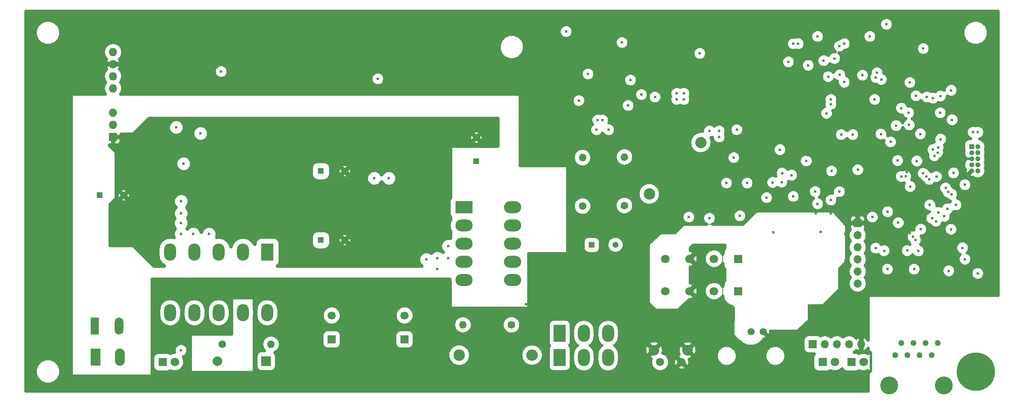
<source format=gbr>
G04 #@! TF.FileFunction,Copper,L2,Inr,Signal*
%FSLAX46Y46*%
G04 Gerber Fmt 4.6, Leading zero omitted, Abs format (unit mm)*
G04 Created by KiCad (PCBNEW 4.0.2-stable) date 4/26/2017 12:46:49 AM*
%MOMM*%
G01*
G04 APERTURE LIST*
%ADD10C,0.100000*%
%ADD11C,1.998980*%
%ADD12R,1.998980X1.998980*%
%ADD13R,1.300000X1.300000*%
%ADD14C,1.300000*%
%ADD15C,1.700000*%
%ADD16R,1.700000X1.700000*%
%ADD17R,1.727200X1.727200*%
%ADD18O,1.727200X1.727200*%
%ADD19O,3.600000X2.500000*%
%ADD20R,3.600000X2.500000*%
%ADD21O,2.500000X3.600000*%
%ADD22R,2.500000X3.600000*%
%ADD23C,1.600000*%
%ADD24O,1.600000X1.600000*%
%ADD25C,2.400000*%
%ADD26O,2.400000X2.400000*%
%ADD27C,2.400000*%
%ADD28C,3.750000*%
%ADD29C,1.250000*%
%ADD30R,2.100000X3.600000*%
%ADD31O,2.100000X3.600000*%
%ADD32C,1.500000*%
%ADD33O,1.700000X1.700000*%
%ADD34R,1.050000X1.050000*%
%ADD35C,1.050000*%
%ADD36C,8.000000*%
%ADD37R,1.800000X1.800000*%
%ADD38C,1.800000*%
%ADD39R,1.800000X3.600000*%
%ADD40O,1.800000X3.600000*%
%ADD41C,2.200000*%
%ADD42C,0.600000*%
%ADD43C,0.180000*%
%ADD44C,0.500000*%
%ADD45C,0.800000*%
%ADD46C,0.700000*%
G04 APERTURE END LIST*
D10*
D11*
X156464000Y-226824540D03*
D12*
X166624000Y-226824540D03*
D13*
X131826000Y-192024000D03*
D14*
X136826000Y-192024000D03*
D13*
X234696000Y-202438000D03*
D14*
X239696000Y-202438000D03*
D13*
X210566000Y-184912000D03*
D14*
X210566000Y-179912000D03*
D15*
X180340000Y-217250000D03*
D16*
X180340000Y-222250000D03*
D15*
X195580000Y-217250000D03*
D16*
X195580000Y-222250000D03*
D13*
X178054000Y-201422000D03*
D14*
X183054000Y-201422000D03*
D17*
X134620000Y-179832000D03*
D18*
X134620000Y-177292000D03*
X134620000Y-174752000D03*
X134620000Y-169672000D03*
X134620000Y-167132000D03*
X134620000Y-164592000D03*
X134620000Y-162052000D03*
D19*
X208026000Y-209804000D03*
X208026000Y-205994000D03*
X218186000Y-209804000D03*
X218186000Y-205994000D03*
X208026000Y-202184000D03*
X208026000Y-198374000D03*
D20*
X208026000Y-194564000D03*
D19*
X218186000Y-194564000D03*
X218186000Y-198374000D03*
X218186000Y-202184000D03*
D21*
X146558000Y-203962000D03*
X151638000Y-203962000D03*
X146558000Y-216662000D03*
X151638000Y-216662000D03*
X156718000Y-203962000D03*
X161798000Y-203962000D03*
D22*
X166878000Y-203962000D03*
D21*
X166878000Y-216662000D03*
X161798000Y-216662000D03*
X156718000Y-216662000D03*
D23*
X217932000Y-219202000D03*
D24*
X207772000Y-219202000D03*
D25*
X207010000Y-225552000D03*
D26*
X222250000Y-225552000D03*
D23*
X157480000Y-223266000D03*
D24*
X167640000Y-223266000D03*
D25*
X246761000Y-191770000D03*
D27*
X257537307Y-180993693D02*
X257537307Y-180993693D01*
D23*
X232791000Y-194310000D03*
D24*
X232791000Y-184150000D03*
D23*
X241554000Y-194183000D03*
D24*
X241554000Y-184023000D03*
D28*
X308356000Y-231902000D03*
D29*
X299466000Y-223012000D03*
D28*
X296924000Y-231902000D03*
D29*
X302006000Y-223012000D03*
X304546000Y-223012000D03*
X307086000Y-223012000D03*
X298196000Y-225552000D03*
X300736000Y-225552000D03*
X303276000Y-225552000D03*
X305816000Y-225552000D03*
D30*
X131000000Y-226000000D03*
D31*
X136080000Y-226000000D03*
D21*
X238160000Y-226080000D03*
X233080000Y-226080000D03*
D22*
X228000000Y-226080000D03*
X228000000Y-221000000D03*
D21*
X233080000Y-221000000D03*
X238160000Y-221000000D03*
D32*
X268000000Y-220620000D03*
X270540000Y-220620000D03*
D16*
X280924000Y-223266000D03*
D33*
X283464000Y-223266000D03*
X286004000Y-223266000D03*
X288544000Y-223266000D03*
X291084000Y-223266000D03*
D16*
X290322000Y-197866000D03*
D33*
X290322000Y-200406000D03*
X290322000Y-202946000D03*
X290322000Y-205486000D03*
X290322000Y-208026000D03*
X290322000Y-210566000D03*
D34*
X314198000Y-181864000D03*
D35*
X314198000Y-183134000D03*
X314198000Y-184404000D03*
X314198000Y-185674000D03*
X314198000Y-186944000D03*
X315468000Y-183134000D03*
X315468000Y-184404000D03*
X315468000Y-185674000D03*
X315468000Y-186944000D03*
X315468000Y-181864000D03*
D36*
X315000000Y-229000000D03*
D37*
X289000000Y-227000000D03*
D38*
X291540000Y-227000000D03*
D37*
X283000000Y-227000000D03*
D38*
X285540000Y-227000000D03*
D37*
X145000000Y-227000000D03*
D38*
X147540000Y-227000000D03*
D13*
X178054000Y-186944000D03*
D14*
X183054000Y-186944000D03*
D39*
X130810000Y-219456000D03*
D40*
X135890000Y-219456000D03*
D41*
X247750000Y-224500000D03*
X254750000Y-224500000D03*
D15*
X249000000Y-227000000D03*
X253500000Y-227000000D03*
D38*
X260286500Y-212153500D03*
X255206500Y-212153500D03*
X250126500Y-212153500D03*
D37*
X265366500Y-212153500D03*
D38*
X260286500Y-205359000D03*
X255206500Y-205359000D03*
X250126500Y-205359000D03*
D37*
X265366500Y-205359000D03*
D42*
X284734000Y-193040000D03*
X282638500Y-199707500D03*
X269240000Y-189230000D03*
X307848000Y-164592000D03*
X196596000Y-169164000D03*
X219964000Y-170688000D03*
X219964000Y-183388000D03*
X246532400Y-208508600D03*
X262128000Y-187706000D03*
X268986000Y-193294000D03*
X276860000Y-159004000D03*
X274828000Y-162052000D03*
X277876000Y-164338000D03*
X255524000Y-164846000D03*
X258826000Y-159258000D03*
X258064000Y-158496000D03*
X263652000Y-163576000D03*
X243332000Y-158496000D03*
X243332000Y-161798000D03*
X240792000Y-162560000D03*
X295554400Y-183261000D03*
X295173400Y-180949600D03*
X317500000Y-192278000D03*
X238506000Y-165354000D03*
X313436000Y-208280000D03*
X312623200Y-207264000D03*
X296926002Y-171195998D03*
X289306000Y-156972000D03*
X305816000Y-174498000D03*
X294970200Y-184835800D03*
X279400000Y-229362000D03*
X309372000Y-209296000D03*
X301193200Y-199948800D03*
X305816000Y-205486000D03*
X309473600Y-186537600D03*
X300609000Y-187172600D03*
X298246800Y-189560200D03*
X296291000Y-199593200D03*
X309245000Y-200355200D03*
X300431200Y-199593200D03*
X291084000Y-163576000D03*
X302006000Y-163576000D03*
X317855600Y-199632000D03*
X313131200Y-198120000D03*
X288544000Y-167386000D03*
X282956000Y-187452000D03*
X247186660Y-182924660D03*
X251206000Y-195580000D03*
X251460000Y-198882000D03*
X251460000Y-197104000D03*
X250952000Y-194310000D03*
X246634000Y-215646000D03*
X248158000Y-200914000D03*
X253238000Y-198882000D03*
X260604000Y-198120000D03*
X268224000Y-196342000D03*
X274828000Y-195326000D03*
X287782000Y-200152000D03*
X287782000Y-205740000D03*
X286512000Y-211582000D03*
X280162000Y-215138000D03*
X277876000Y-220472000D03*
X279908000Y-183642000D03*
X280289000Y-180467000D03*
X280797000Y-184150000D03*
X236982000Y-174371000D03*
X236982000Y-172085000D03*
X279527000Y-186563000D03*
X237490000Y-185166000D03*
X236728000Y-185166000D03*
X220980000Y-214884000D03*
X223520000Y-214884000D03*
X219964000Y-216154000D03*
X224409000Y-216154000D03*
X222250000Y-215011000D03*
X194310000Y-213360000D03*
X192786000Y-212344000D03*
X193294000Y-213360000D03*
X195326000Y-213360000D03*
X194818000Y-212344000D03*
X193802000Y-212344000D03*
X195834000Y-212344000D03*
X281559000Y-195834000D03*
X284734000Y-195834000D03*
X276517100Y-187833000D03*
X284734000Y-172974000D03*
X241046000Y-160020000D03*
X276860000Y-192278000D03*
X284734000Y-171958000D03*
X298361100Y-177457100D03*
X289306000Y-179324000D03*
X275844000Y-164084000D03*
X286512000Y-191262000D03*
X295198800Y-179222402D03*
X286893000Y-179324000D03*
X274535900Y-187413900D03*
X233934000Y-166624000D03*
X284175200Y-167208202D03*
X306070000Y-171704000D03*
X264414000Y-184150000D03*
X274066000Y-182499000D03*
X236982000Y-176276000D03*
X235966000Y-176276000D03*
X257302000Y-162306000D03*
X272542000Y-189357000D03*
X147828000Y-177800000D03*
X172212000Y-193548000D03*
X189738000Y-203962000D03*
X189738000Y-205232000D03*
X188976000Y-204724000D03*
X188976000Y-202946000D03*
X190754000Y-203454000D03*
X190754000Y-204724000D03*
X190246000Y-202692000D03*
X195072000Y-177292000D03*
X195580000Y-176784000D03*
X194564000Y-176784000D03*
X196088000Y-177292000D03*
X196596000Y-176784000D03*
X172212000Y-192532000D03*
X170942000Y-193548000D03*
X172212000Y-191516000D03*
X170942000Y-192532000D03*
X170942000Y-191516000D03*
X169672000Y-192532000D03*
X169672000Y-193548000D03*
X169672000Y-191516000D03*
X148590000Y-188214000D03*
X147066000Y-188468000D03*
X149352000Y-188976000D03*
X147828000Y-187706000D03*
X148082000Y-188976000D03*
X149352000Y-187960000D03*
X148590000Y-189738000D03*
X188976000Y-205994000D03*
X190754000Y-205740000D03*
X194056000Y-181356000D03*
X194056000Y-182372000D03*
X298678600Y-184772300D03*
X281940000Y-193852800D03*
X305308000Y-188722000D03*
X304038000Y-187452000D03*
X304673000Y-188087000D03*
X314452000Y-178816000D03*
X229362000Y-157734000D03*
X277876000Y-160274000D03*
X276860000Y-160274000D03*
X292862000Y-158750000D03*
X281940000Y-158750000D03*
X303530000Y-199136000D03*
X315468000Y-178816000D03*
X309372000Y-207899000D03*
X302133000Y-207518000D03*
X296545000Y-207518000D03*
X296341800Y-156210000D03*
X297206620Y-180873400D03*
X309118000Y-194881500D03*
X306781200Y-188137800D03*
X255016000Y-196596000D03*
X259334000Y-196850000D03*
X261366000Y-179832000D03*
X261366000Y-178562000D03*
X259334000Y-178562000D03*
X254000000Y-170688000D03*
X254000000Y-171958000D03*
X252476000Y-170688000D03*
X252476000Y-171958000D03*
X290347400Y-186715400D03*
X279590500Y-184835800D03*
X304038000Y-161290000D03*
X307670200Y-180301900D03*
X295287700Y-167767000D03*
X309880000Y-170053000D03*
X305841400Y-196862700D03*
X307200300Y-195668900D03*
X310070500Y-176237900D03*
X306057300Y-182486300D03*
X247942100Y-171475400D03*
X154686000Y-200152000D03*
X151384000Y-200152000D03*
X148844000Y-200152000D03*
X148844000Y-197866000D03*
X148844000Y-195834000D03*
X148844000Y-193294000D03*
X307594000Y-174752000D03*
X309829200Y-199199500D03*
X312762900Y-205460600D03*
X307111400Y-182041800D03*
X308444900Y-196456300D03*
X312750200Y-189826900D03*
X312242200Y-203073000D03*
X294106600Y-203136500D03*
X302387000Y-201422000D03*
X295859200Y-203669900D03*
X300685200Y-203657200D03*
X306374800Y-183781700D03*
X262890000Y-189484000D03*
X274459700Y-189306200D03*
X307060600Y-183095900D03*
X265684000Y-196342000D03*
X310362600Y-187363100D03*
X299466000Y-173799500D03*
X245109994Y-170942000D03*
X265049000Y-178308000D03*
X301294800Y-190233300D03*
X309968900Y-191846200D03*
X267208000Y-189484000D03*
X279984200Y-164820600D03*
X309232300Y-191350900D03*
X308724300Y-190538100D03*
X291338000Y-166878000D03*
X315442600Y-208432400D03*
X148844000Y-224536000D03*
X293878000Y-171958000D03*
X300355000Y-188036200D03*
X235712000Y-178308000D03*
X238252000Y-178308000D03*
X302514000Y-171196000D03*
X242316000Y-173228000D03*
X300990000Y-174752000D03*
X304800000Y-171450000D03*
X232029000Y-172212000D03*
X242824000Y-167894000D03*
X302704500Y-184873900D03*
X298805600Y-197815200D03*
X301244000Y-168402000D03*
X294132000Y-167386000D03*
X301091600Y-177317400D03*
X283819600Y-174879000D03*
X287515300Y-168351200D03*
X299415200Y-188112400D03*
X149352000Y-185420000D03*
X152908000Y-179070000D03*
X281432000Y-191262000D03*
X303441100Y-179197000D03*
X284861000Y-186944000D03*
X303022000Y-203708000D03*
X301879000Y-200710800D03*
X310896000Y-194081400D03*
X294386000Y-166370000D03*
X307632100Y-171259500D03*
X306705000Y-197497700D03*
X157226000Y-166116000D03*
X286512000Y-160782000D03*
X283210000Y-163830000D03*
X293395400Y-196621400D03*
X285483300Y-163385500D03*
X296595800Y-195491100D03*
X305409600Y-194068700D03*
X286588200Y-166827200D03*
X271272000Y-192532000D03*
X272732500Y-199771000D03*
X192278000Y-188468000D03*
X189230000Y-188468000D03*
X202438000Y-207518000D03*
X202438000Y-205232000D03*
X204724000Y-205232000D03*
X204724000Y-202692000D03*
X200152000Y-205486000D03*
X287528000Y-160274000D03*
X189992000Y-167640000D03*
D43*
X260604000Y-198120000D02*
X266446000Y-198120000D01*
X266446000Y-198120000D02*
X268224000Y-196342000D01*
X253238000Y-198882000D02*
X254000000Y-198120000D01*
X254000000Y-198120000D02*
X260604000Y-198120000D01*
X255206500Y-205359000D02*
X255206500Y-205041500D01*
X255206500Y-205041500D02*
X257302000Y-202946000D01*
X257302000Y-202946000D02*
X261112000Y-202946000D01*
X261112000Y-202946000D02*
X262128000Y-203962000D01*
X262128000Y-203962000D02*
X262128000Y-213360000D01*
X262128000Y-213360000D02*
X260858000Y-214630000D01*
X260858000Y-214630000D02*
X257302000Y-214630000D01*
X257302000Y-214630000D02*
X255206500Y-212534500D01*
X255206500Y-212534500D02*
X255206500Y-212153500D01*
D44*
X292608000Y-229362000D02*
X279400000Y-229362000D01*
X291084000Y-223266000D02*
X291084000Y-224790000D01*
X291084000Y-224790000D02*
X292862000Y-224790000D01*
X292862000Y-224790000D02*
X293116000Y-225044000D01*
X293116000Y-225044000D02*
X293116000Y-228854000D01*
X293116000Y-228854000D02*
X292608000Y-229362000D01*
X309372000Y-209296000D02*
X309626000Y-209296000D01*
X309626000Y-209296000D02*
X310388000Y-210058000D01*
X310388000Y-210058000D02*
X311150000Y-210058000D01*
X311150000Y-210058000D02*
X312623200Y-208584800D01*
X312623200Y-208584800D02*
X312623200Y-207264000D01*
X309473600Y-186537600D02*
X309473600Y-185064400D01*
X309473600Y-185064400D02*
X310134000Y-184404000D01*
X310134000Y-184404000D02*
X312166000Y-184404000D01*
X291084000Y-163576000D02*
X291084000Y-163830000D01*
X291084000Y-163830000D02*
X288544000Y-166370000D01*
X288544000Y-166370000D02*
X288544000Y-167386000D01*
X276860000Y-159004000D02*
X276860000Y-158750000D01*
X276860000Y-158750000D02*
X276352000Y-158242000D01*
X276352000Y-158242000D02*
X275844000Y-158242000D01*
X275844000Y-158242000D02*
X274828000Y-159258000D01*
X274828000Y-159258000D02*
X274828000Y-162052000D01*
D43*
X301193200Y-199948800D02*
X300786800Y-199948800D01*
X300786800Y-199948800D02*
X300431200Y-199593200D01*
X298246800Y-189560200D02*
X298246800Y-187020200D01*
X298246800Y-187020200D02*
X298831000Y-186436000D01*
X298831000Y-186436000D02*
X299872400Y-186436000D01*
X299872400Y-186436000D02*
X300609000Y-187172600D01*
D44*
X314198000Y-184404000D02*
X312166000Y-184404000D01*
X312166000Y-184404000D02*
X312420000Y-184658000D01*
X312420000Y-184658000D02*
X312420000Y-187452000D01*
X312420000Y-187452000D02*
X312928000Y-187960000D01*
X312928000Y-187960000D02*
X313182000Y-187960000D01*
X313182000Y-187960000D02*
X314198000Y-186944000D01*
D45*
G36*
X214992000Y-181718000D02*
X205486000Y-181718000D01*
X205330378Y-181749514D01*
X205199277Y-181839092D01*
X205113356Y-181972617D01*
X205086000Y-182118000D01*
X205086000Y-192502580D01*
X204911034Y-192758651D01*
X204798573Y-193314000D01*
X204798573Y-195814000D01*
X204896194Y-196332809D01*
X205086000Y-196627776D01*
X205086000Y-197178840D01*
X204965027Y-197359889D01*
X204763308Y-198374000D01*
X204965027Y-199388111D01*
X205086000Y-199569160D01*
X205086000Y-200988840D01*
X205079335Y-200998815D01*
X205063634Y-200992296D01*
X204387333Y-200991706D01*
X203762285Y-201249970D01*
X203283650Y-201727770D01*
X203024296Y-202352366D01*
X203023706Y-203028667D01*
X203281970Y-203653715D01*
X203589836Y-203962119D01*
X203581103Y-203970836D01*
X203402230Y-203791650D01*
X202777634Y-203532296D01*
X202101333Y-203531706D01*
X201476285Y-203789970D01*
X201168103Y-204097614D01*
X201116230Y-204045650D01*
X200491634Y-203786296D01*
X199815333Y-203785706D01*
X199190285Y-204043970D01*
X198711650Y-204521770D01*
X198452296Y-205146366D01*
X198451706Y-205822667D01*
X198709970Y-206447715D01*
X199125529Y-206864000D01*
X169000830Y-206864000D01*
X169123303Y-206785191D01*
X169442966Y-206317349D01*
X169555427Y-205762000D01*
X169555427Y-202162000D01*
X169457806Y-201643191D01*
X169151191Y-201166697D01*
X168683349Y-200847034D01*
X168312821Y-200772000D01*
X175976573Y-200772000D01*
X175976573Y-202072000D01*
X176074194Y-202590809D01*
X176380809Y-203067303D01*
X176848651Y-203386966D01*
X177404000Y-203499427D01*
X178704000Y-203499427D01*
X179222809Y-203401806D01*
X179699303Y-203095191D01*
X180018966Y-202627349D01*
X180066238Y-202393911D01*
X182223510Y-202393911D01*
X182267906Y-202674096D01*
X182806900Y-202879612D01*
X183383513Y-202863218D01*
X183840094Y-202674096D01*
X183884490Y-202393911D01*
X183054000Y-201563421D01*
X182223510Y-202393911D01*
X180066238Y-202393911D01*
X180131427Y-202072000D01*
X180131427Y-201174900D01*
X181596388Y-201174900D01*
X181612782Y-201751513D01*
X181801904Y-202208094D01*
X182082089Y-202252490D01*
X182912579Y-201422000D01*
X183195421Y-201422000D01*
X184025911Y-202252490D01*
X184306096Y-202208094D01*
X184511612Y-201669100D01*
X184495218Y-201092487D01*
X184306096Y-200635906D01*
X184025911Y-200591510D01*
X183195421Y-201422000D01*
X182912579Y-201422000D01*
X182082089Y-200591510D01*
X181801904Y-200635906D01*
X181596388Y-201174900D01*
X180131427Y-201174900D01*
X180131427Y-200772000D01*
X180070856Y-200450089D01*
X182223510Y-200450089D01*
X183054000Y-201280579D01*
X183884490Y-200450089D01*
X183840094Y-200169904D01*
X183301100Y-199964388D01*
X182724487Y-199980782D01*
X182267906Y-200169904D01*
X182223510Y-200450089D01*
X180070856Y-200450089D01*
X180033806Y-200253191D01*
X179727191Y-199776697D01*
X179259349Y-199457034D01*
X178704000Y-199344573D01*
X177404000Y-199344573D01*
X176885191Y-199442194D01*
X176408697Y-199748809D01*
X176089034Y-200216651D01*
X175976573Y-200772000D01*
X168312821Y-200772000D01*
X168128000Y-200734573D01*
X165628000Y-200734573D01*
X165109191Y-200832194D01*
X164632697Y-201138809D01*
X164313034Y-201606651D01*
X164200573Y-202162000D01*
X164200573Y-202266790D01*
X163671833Y-201475475D01*
X162812111Y-200901027D01*
X161798000Y-200699308D01*
X160783889Y-200901027D01*
X159924167Y-201475475D01*
X159349719Y-202335197D01*
X159258000Y-202796300D01*
X159166281Y-202335197D01*
X158591833Y-201475475D01*
X157732111Y-200901027D01*
X156718000Y-200699308D01*
X156261790Y-200790054D01*
X156385704Y-200491634D01*
X156386294Y-199815333D01*
X156128030Y-199190285D01*
X155650230Y-198711650D01*
X155025634Y-198452296D01*
X154349333Y-198451706D01*
X153724285Y-198709970D01*
X153245650Y-199187770D01*
X153034801Y-199695552D01*
X152826030Y-199190285D01*
X152348230Y-198711650D01*
X151723634Y-198452296D01*
X151047333Y-198451706D01*
X150422285Y-198709970D01*
X150113881Y-199017836D01*
X150105164Y-199009103D01*
X150284350Y-198830230D01*
X150543704Y-198205634D01*
X150544294Y-197529333D01*
X150286030Y-196904285D01*
X150232164Y-196850325D01*
X150284350Y-196798230D01*
X150543704Y-196173634D01*
X150544294Y-195497333D01*
X150286030Y-194872285D01*
X149978164Y-194563881D01*
X150284350Y-194258230D01*
X150543704Y-193633634D01*
X150544294Y-192957333D01*
X150286030Y-192332285D01*
X149808230Y-191853650D01*
X149183634Y-191594296D01*
X148507333Y-191593706D01*
X147882285Y-191851970D01*
X147403650Y-192329770D01*
X147144296Y-192954366D01*
X147143706Y-193630667D01*
X147401970Y-194255715D01*
X147709836Y-194564119D01*
X147403650Y-194869770D01*
X147144296Y-195494366D01*
X147143706Y-196170667D01*
X147401970Y-196795715D01*
X147455836Y-196849675D01*
X147403650Y-196901770D01*
X147144296Y-197526366D01*
X147143706Y-198202667D01*
X147401970Y-198827715D01*
X147582836Y-199008897D01*
X147403650Y-199187770D01*
X147144296Y-199812366D01*
X147143706Y-200488667D01*
X147290984Y-200845107D01*
X146558000Y-200699308D01*
X145543889Y-200901027D01*
X144684167Y-201475475D01*
X144109719Y-202335197D01*
X143908000Y-203349308D01*
X143908000Y-204574692D01*
X144109719Y-205588803D01*
X144684167Y-206448525D01*
X145305969Y-206864000D01*
X143167686Y-206864000D01*
X138966843Y-202663157D01*
X138834517Y-202575400D01*
X138684000Y-202546000D01*
X134004000Y-202546000D01*
X134004000Y-193967686D01*
X134975775Y-192995911D01*
X135995510Y-192995911D01*
X136039906Y-193276096D01*
X136578900Y-193481612D01*
X137155513Y-193465218D01*
X137612094Y-193276096D01*
X137656490Y-192995911D01*
X136826000Y-192165421D01*
X135995510Y-192995911D01*
X134975775Y-192995911D01*
X135156843Y-192814843D01*
X135244600Y-192682517D01*
X135274000Y-192532000D01*
X135274000Y-191776900D01*
X135368388Y-191776900D01*
X135384782Y-192353513D01*
X135573904Y-192810094D01*
X135854089Y-192854490D01*
X136684579Y-192024000D01*
X136967421Y-192024000D01*
X137797911Y-192854490D01*
X138078096Y-192810094D01*
X138283612Y-192271100D01*
X138267218Y-191694487D01*
X138078096Y-191237906D01*
X137797911Y-191193510D01*
X136967421Y-192024000D01*
X136684579Y-192024000D01*
X135854089Y-191193510D01*
X135573904Y-191237906D01*
X135368388Y-191776900D01*
X135274000Y-191776900D01*
X135274000Y-191052089D01*
X135995510Y-191052089D01*
X136826000Y-191882579D01*
X137656490Y-191052089D01*
X137612094Y-190771904D01*
X137073100Y-190566388D01*
X136496487Y-190582782D01*
X136039906Y-190771904D01*
X135995510Y-191052089D01*
X135274000Y-191052089D01*
X135274000Y-185756667D01*
X147651706Y-185756667D01*
X147909970Y-186381715D01*
X148387770Y-186860350D01*
X149012366Y-187119704D01*
X149688667Y-187120294D01*
X150313715Y-186862030D01*
X150792350Y-186384230D01*
X150829816Y-186294000D01*
X175976573Y-186294000D01*
X175976573Y-187594000D01*
X176074194Y-188112809D01*
X176380809Y-188589303D01*
X176848651Y-188908966D01*
X177404000Y-189021427D01*
X178704000Y-189021427D01*
X179222809Y-188923806D01*
X179407956Y-188804667D01*
X187529706Y-188804667D01*
X187787970Y-189429715D01*
X188265770Y-189908350D01*
X188890366Y-190167704D01*
X189566667Y-190168294D01*
X190191715Y-189910030D01*
X190670350Y-189432230D01*
X190753885Y-189231054D01*
X190835970Y-189429715D01*
X191313770Y-189908350D01*
X191938366Y-190167704D01*
X192614667Y-190168294D01*
X193239715Y-189910030D01*
X193718350Y-189432230D01*
X193977704Y-188807634D01*
X193978294Y-188131333D01*
X193720030Y-187506285D01*
X193242230Y-187027650D01*
X192617634Y-186768296D01*
X191941333Y-186767706D01*
X191316285Y-187025970D01*
X190837650Y-187503770D01*
X190754115Y-187704946D01*
X190672030Y-187506285D01*
X190194230Y-187027650D01*
X189569634Y-186768296D01*
X188893333Y-186767706D01*
X188268285Y-187025970D01*
X187789650Y-187503770D01*
X187530296Y-188128366D01*
X187529706Y-188804667D01*
X179407956Y-188804667D01*
X179699303Y-188617191D01*
X180018966Y-188149349D01*
X180066238Y-187915911D01*
X182223510Y-187915911D01*
X182267906Y-188196096D01*
X182806900Y-188401612D01*
X183383513Y-188385218D01*
X183840094Y-188196096D01*
X183884490Y-187915911D01*
X183054000Y-187085421D01*
X182223510Y-187915911D01*
X180066238Y-187915911D01*
X180131427Y-187594000D01*
X180131427Y-186696900D01*
X181596388Y-186696900D01*
X181612782Y-187273513D01*
X181801904Y-187730094D01*
X182082089Y-187774490D01*
X182912579Y-186944000D01*
X183195421Y-186944000D01*
X184025911Y-187774490D01*
X184306096Y-187730094D01*
X184511612Y-187191100D01*
X184495218Y-186614487D01*
X184306096Y-186157906D01*
X184025911Y-186113510D01*
X183195421Y-186944000D01*
X182912579Y-186944000D01*
X182082089Y-186113510D01*
X181801904Y-186157906D01*
X181596388Y-186696900D01*
X180131427Y-186696900D01*
X180131427Y-186294000D01*
X180070856Y-185972089D01*
X182223510Y-185972089D01*
X183054000Y-186802579D01*
X183884490Y-185972089D01*
X183840094Y-185691904D01*
X183301100Y-185486388D01*
X182724487Y-185502782D01*
X182267906Y-185691904D01*
X182223510Y-185972089D01*
X180070856Y-185972089D01*
X180033806Y-185775191D01*
X179727191Y-185298697D01*
X179259349Y-184979034D01*
X178704000Y-184866573D01*
X177404000Y-184866573D01*
X176885191Y-184964194D01*
X176408697Y-185270809D01*
X176089034Y-185738651D01*
X175976573Y-186294000D01*
X150829816Y-186294000D01*
X151051704Y-185759634D01*
X151052294Y-185083333D01*
X150794030Y-184458285D01*
X150316230Y-183979650D01*
X149691634Y-183720296D01*
X149015333Y-183719706D01*
X148390285Y-183977970D01*
X147911650Y-184455770D01*
X147652296Y-185080366D01*
X147651706Y-185756667D01*
X135274000Y-185756667D01*
X135274000Y-183134000D01*
X135242486Y-182978378D01*
X135156843Y-182851157D01*
X133801286Y-181495600D01*
X134320000Y-181495600D01*
X134520000Y-181295600D01*
X134520000Y-179932000D01*
X134720000Y-179932000D01*
X134720000Y-181295600D01*
X134920000Y-181495600D01*
X135642730Y-181495600D01*
X135936764Y-181373807D01*
X136161807Y-181148764D01*
X136271512Y-180883911D01*
X209735510Y-180883911D01*
X209779906Y-181164096D01*
X210318900Y-181369612D01*
X210895513Y-181353218D01*
X211352094Y-181164096D01*
X211396490Y-180883911D01*
X210566000Y-180053421D01*
X209735510Y-180883911D01*
X136271512Y-180883911D01*
X136283600Y-180854730D01*
X136283600Y-180132000D01*
X136083600Y-179932000D01*
X134720000Y-179932000D01*
X134520000Y-179932000D01*
X134500000Y-179932000D01*
X134500000Y-179732000D01*
X134520000Y-179732000D01*
X134520000Y-179712000D01*
X134720000Y-179712000D01*
X134720000Y-179732000D01*
X136083600Y-179732000D01*
X136283600Y-179532000D01*
X136283600Y-179216000D01*
X138684000Y-179216000D01*
X138839622Y-179184486D01*
X138966843Y-179098843D01*
X139929019Y-178136667D01*
X146127706Y-178136667D01*
X146385970Y-178761715D01*
X146863770Y-179240350D01*
X147488366Y-179499704D01*
X148164667Y-179500294D01*
X148391262Y-179406667D01*
X151207706Y-179406667D01*
X151465970Y-180031715D01*
X151943770Y-180510350D01*
X152568366Y-180769704D01*
X153244667Y-180770294D01*
X153869715Y-180512030D01*
X154348350Y-180034230D01*
X154501708Y-179664900D01*
X209108388Y-179664900D01*
X209124782Y-180241513D01*
X209313904Y-180698094D01*
X209594089Y-180742490D01*
X210424579Y-179912000D01*
X210707421Y-179912000D01*
X211537911Y-180742490D01*
X211818096Y-180698094D01*
X212023612Y-180159100D01*
X212007218Y-179582487D01*
X211818096Y-179125906D01*
X211537911Y-179081510D01*
X210707421Y-179912000D01*
X210424579Y-179912000D01*
X209594089Y-179081510D01*
X209313904Y-179125906D01*
X209108388Y-179664900D01*
X154501708Y-179664900D01*
X154607704Y-179409634D01*
X154608113Y-178940089D01*
X209735510Y-178940089D01*
X210566000Y-179770579D01*
X211396490Y-178940089D01*
X211352094Y-178659904D01*
X210813100Y-178454388D01*
X210236487Y-178470782D01*
X209779906Y-178659904D01*
X209735510Y-178940089D01*
X154608113Y-178940089D01*
X154608294Y-178733333D01*
X154350030Y-178108285D01*
X153872230Y-177629650D01*
X153247634Y-177370296D01*
X152571333Y-177369706D01*
X151946285Y-177627970D01*
X151467650Y-178105770D01*
X151208296Y-178730366D01*
X151207706Y-179406667D01*
X148391262Y-179406667D01*
X148789715Y-179242030D01*
X149268350Y-178764230D01*
X149527704Y-178139634D01*
X149528294Y-177463333D01*
X149270030Y-176838285D01*
X148792230Y-176359650D01*
X148167634Y-176100296D01*
X147491333Y-176099706D01*
X146866285Y-176357970D01*
X146387650Y-176835770D01*
X146128296Y-177460366D01*
X146127706Y-178136667D01*
X139929019Y-178136667D01*
X142151686Y-175914000D01*
X214992000Y-175914000D01*
X214992000Y-181718000D01*
X214992000Y-181718000D01*
G37*
X214992000Y-181718000D02*
X205486000Y-181718000D01*
X205330378Y-181749514D01*
X205199277Y-181839092D01*
X205113356Y-181972617D01*
X205086000Y-182118000D01*
X205086000Y-192502580D01*
X204911034Y-192758651D01*
X204798573Y-193314000D01*
X204798573Y-195814000D01*
X204896194Y-196332809D01*
X205086000Y-196627776D01*
X205086000Y-197178840D01*
X204965027Y-197359889D01*
X204763308Y-198374000D01*
X204965027Y-199388111D01*
X205086000Y-199569160D01*
X205086000Y-200988840D01*
X205079335Y-200998815D01*
X205063634Y-200992296D01*
X204387333Y-200991706D01*
X203762285Y-201249970D01*
X203283650Y-201727770D01*
X203024296Y-202352366D01*
X203023706Y-203028667D01*
X203281970Y-203653715D01*
X203589836Y-203962119D01*
X203581103Y-203970836D01*
X203402230Y-203791650D01*
X202777634Y-203532296D01*
X202101333Y-203531706D01*
X201476285Y-203789970D01*
X201168103Y-204097614D01*
X201116230Y-204045650D01*
X200491634Y-203786296D01*
X199815333Y-203785706D01*
X199190285Y-204043970D01*
X198711650Y-204521770D01*
X198452296Y-205146366D01*
X198451706Y-205822667D01*
X198709970Y-206447715D01*
X199125529Y-206864000D01*
X169000830Y-206864000D01*
X169123303Y-206785191D01*
X169442966Y-206317349D01*
X169555427Y-205762000D01*
X169555427Y-202162000D01*
X169457806Y-201643191D01*
X169151191Y-201166697D01*
X168683349Y-200847034D01*
X168312821Y-200772000D01*
X175976573Y-200772000D01*
X175976573Y-202072000D01*
X176074194Y-202590809D01*
X176380809Y-203067303D01*
X176848651Y-203386966D01*
X177404000Y-203499427D01*
X178704000Y-203499427D01*
X179222809Y-203401806D01*
X179699303Y-203095191D01*
X180018966Y-202627349D01*
X180066238Y-202393911D01*
X182223510Y-202393911D01*
X182267906Y-202674096D01*
X182806900Y-202879612D01*
X183383513Y-202863218D01*
X183840094Y-202674096D01*
X183884490Y-202393911D01*
X183054000Y-201563421D01*
X182223510Y-202393911D01*
X180066238Y-202393911D01*
X180131427Y-202072000D01*
X180131427Y-201174900D01*
X181596388Y-201174900D01*
X181612782Y-201751513D01*
X181801904Y-202208094D01*
X182082089Y-202252490D01*
X182912579Y-201422000D01*
X183195421Y-201422000D01*
X184025911Y-202252490D01*
X184306096Y-202208094D01*
X184511612Y-201669100D01*
X184495218Y-201092487D01*
X184306096Y-200635906D01*
X184025911Y-200591510D01*
X183195421Y-201422000D01*
X182912579Y-201422000D01*
X182082089Y-200591510D01*
X181801904Y-200635906D01*
X181596388Y-201174900D01*
X180131427Y-201174900D01*
X180131427Y-200772000D01*
X180070856Y-200450089D01*
X182223510Y-200450089D01*
X183054000Y-201280579D01*
X183884490Y-200450089D01*
X183840094Y-200169904D01*
X183301100Y-199964388D01*
X182724487Y-199980782D01*
X182267906Y-200169904D01*
X182223510Y-200450089D01*
X180070856Y-200450089D01*
X180033806Y-200253191D01*
X179727191Y-199776697D01*
X179259349Y-199457034D01*
X178704000Y-199344573D01*
X177404000Y-199344573D01*
X176885191Y-199442194D01*
X176408697Y-199748809D01*
X176089034Y-200216651D01*
X175976573Y-200772000D01*
X168312821Y-200772000D01*
X168128000Y-200734573D01*
X165628000Y-200734573D01*
X165109191Y-200832194D01*
X164632697Y-201138809D01*
X164313034Y-201606651D01*
X164200573Y-202162000D01*
X164200573Y-202266790D01*
X163671833Y-201475475D01*
X162812111Y-200901027D01*
X161798000Y-200699308D01*
X160783889Y-200901027D01*
X159924167Y-201475475D01*
X159349719Y-202335197D01*
X159258000Y-202796300D01*
X159166281Y-202335197D01*
X158591833Y-201475475D01*
X157732111Y-200901027D01*
X156718000Y-200699308D01*
X156261790Y-200790054D01*
X156385704Y-200491634D01*
X156386294Y-199815333D01*
X156128030Y-199190285D01*
X155650230Y-198711650D01*
X155025634Y-198452296D01*
X154349333Y-198451706D01*
X153724285Y-198709970D01*
X153245650Y-199187770D01*
X153034801Y-199695552D01*
X152826030Y-199190285D01*
X152348230Y-198711650D01*
X151723634Y-198452296D01*
X151047333Y-198451706D01*
X150422285Y-198709970D01*
X150113881Y-199017836D01*
X150105164Y-199009103D01*
X150284350Y-198830230D01*
X150543704Y-198205634D01*
X150544294Y-197529333D01*
X150286030Y-196904285D01*
X150232164Y-196850325D01*
X150284350Y-196798230D01*
X150543704Y-196173634D01*
X150544294Y-195497333D01*
X150286030Y-194872285D01*
X149978164Y-194563881D01*
X150284350Y-194258230D01*
X150543704Y-193633634D01*
X150544294Y-192957333D01*
X150286030Y-192332285D01*
X149808230Y-191853650D01*
X149183634Y-191594296D01*
X148507333Y-191593706D01*
X147882285Y-191851970D01*
X147403650Y-192329770D01*
X147144296Y-192954366D01*
X147143706Y-193630667D01*
X147401970Y-194255715D01*
X147709836Y-194564119D01*
X147403650Y-194869770D01*
X147144296Y-195494366D01*
X147143706Y-196170667D01*
X147401970Y-196795715D01*
X147455836Y-196849675D01*
X147403650Y-196901770D01*
X147144296Y-197526366D01*
X147143706Y-198202667D01*
X147401970Y-198827715D01*
X147582836Y-199008897D01*
X147403650Y-199187770D01*
X147144296Y-199812366D01*
X147143706Y-200488667D01*
X147290984Y-200845107D01*
X146558000Y-200699308D01*
X145543889Y-200901027D01*
X144684167Y-201475475D01*
X144109719Y-202335197D01*
X143908000Y-203349308D01*
X143908000Y-204574692D01*
X144109719Y-205588803D01*
X144684167Y-206448525D01*
X145305969Y-206864000D01*
X143167686Y-206864000D01*
X138966843Y-202663157D01*
X138834517Y-202575400D01*
X138684000Y-202546000D01*
X134004000Y-202546000D01*
X134004000Y-193967686D01*
X134975775Y-192995911D01*
X135995510Y-192995911D01*
X136039906Y-193276096D01*
X136578900Y-193481612D01*
X137155513Y-193465218D01*
X137612094Y-193276096D01*
X137656490Y-192995911D01*
X136826000Y-192165421D01*
X135995510Y-192995911D01*
X134975775Y-192995911D01*
X135156843Y-192814843D01*
X135244600Y-192682517D01*
X135274000Y-192532000D01*
X135274000Y-191776900D01*
X135368388Y-191776900D01*
X135384782Y-192353513D01*
X135573904Y-192810094D01*
X135854089Y-192854490D01*
X136684579Y-192024000D01*
X136967421Y-192024000D01*
X137797911Y-192854490D01*
X138078096Y-192810094D01*
X138283612Y-192271100D01*
X138267218Y-191694487D01*
X138078096Y-191237906D01*
X137797911Y-191193510D01*
X136967421Y-192024000D01*
X136684579Y-192024000D01*
X135854089Y-191193510D01*
X135573904Y-191237906D01*
X135368388Y-191776900D01*
X135274000Y-191776900D01*
X135274000Y-191052089D01*
X135995510Y-191052089D01*
X136826000Y-191882579D01*
X137656490Y-191052089D01*
X137612094Y-190771904D01*
X137073100Y-190566388D01*
X136496487Y-190582782D01*
X136039906Y-190771904D01*
X135995510Y-191052089D01*
X135274000Y-191052089D01*
X135274000Y-185756667D01*
X147651706Y-185756667D01*
X147909970Y-186381715D01*
X148387770Y-186860350D01*
X149012366Y-187119704D01*
X149688667Y-187120294D01*
X150313715Y-186862030D01*
X150792350Y-186384230D01*
X150829816Y-186294000D01*
X175976573Y-186294000D01*
X175976573Y-187594000D01*
X176074194Y-188112809D01*
X176380809Y-188589303D01*
X176848651Y-188908966D01*
X177404000Y-189021427D01*
X178704000Y-189021427D01*
X179222809Y-188923806D01*
X179407956Y-188804667D01*
X187529706Y-188804667D01*
X187787970Y-189429715D01*
X188265770Y-189908350D01*
X188890366Y-190167704D01*
X189566667Y-190168294D01*
X190191715Y-189910030D01*
X190670350Y-189432230D01*
X190753885Y-189231054D01*
X190835970Y-189429715D01*
X191313770Y-189908350D01*
X191938366Y-190167704D01*
X192614667Y-190168294D01*
X193239715Y-189910030D01*
X193718350Y-189432230D01*
X193977704Y-188807634D01*
X193978294Y-188131333D01*
X193720030Y-187506285D01*
X193242230Y-187027650D01*
X192617634Y-186768296D01*
X191941333Y-186767706D01*
X191316285Y-187025970D01*
X190837650Y-187503770D01*
X190754115Y-187704946D01*
X190672030Y-187506285D01*
X190194230Y-187027650D01*
X189569634Y-186768296D01*
X188893333Y-186767706D01*
X188268285Y-187025970D01*
X187789650Y-187503770D01*
X187530296Y-188128366D01*
X187529706Y-188804667D01*
X179407956Y-188804667D01*
X179699303Y-188617191D01*
X180018966Y-188149349D01*
X180066238Y-187915911D01*
X182223510Y-187915911D01*
X182267906Y-188196096D01*
X182806900Y-188401612D01*
X183383513Y-188385218D01*
X183840094Y-188196096D01*
X183884490Y-187915911D01*
X183054000Y-187085421D01*
X182223510Y-187915911D01*
X180066238Y-187915911D01*
X180131427Y-187594000D01*
X180131427Y-186696900D01*
X181596388Y-186696900D01*
X181612782Y-187273513D01*
X181801904Y-187730094D01*
X182082089Y-187774490D01*
X182912579Y-186944000D01*
X183195421Y-186944000D01*
X184025911Y-187774490D01*
X184306096Y-187730094D01*
X184511612Y-187191100D01*
X184495218Y-186614487D01*
X184306096Y-186157906D01*
X184025911Y-186113510D01*
X183195421Y-186944000D01*
X182912579Y-186944000D01*
X182082089Y-186113510D01*
X181801904Y-186157906D01*
X181596388Y-186696900D01*
X180131427Y-186696900D01*
X180131427Y-186294000D01*
X180070856Y-185972089D01*
X182223510Y-185972089D01*
X183054000Y-186802579D01*
X183884490Y-185972089D01*
X183840094Y-185691904D01*
X183301100Y-185486388D01*
X182724487Y-185502782D01*
X182267906Y-185691904D01*
X182223510Y-185972089D01*
X180070856Y-185972089D01*
X180033806Y-185775191D01*
X179727191Y-185298697D01*
X179259349Y-184979034D01*
X178704000Y-184866573D01*
X177404000Y-184866573D01*
X176885191Y-184964194D01*
X176408697Y-185270809D01*
X176089034Y-185738651D01*
X175976573Y-186294000D01*
X150829816Y-186294000D01*
X151051704Y-185759634D01*
X151052294Y-185083333D01*
X150794030Y-184458285D01*
X150316230Y-183979650D01*
X149691634Y-183720296D01*
X149015333Y-183719706D01*
X148390285Y-183977970D01*
X147911650Y-184455770D01*
X147652296Y-185080366D01*
X147651706Y-185756667D01*
X135274000Y-185756667D01*
X135274000Y-183134000D01*
X135242486Y-182978378D01*
X135156843Y-182851157D01*
X133801286Y-181495600D01*
X134320000Y-181495600D01*
X134520000Y-181295600D01*
X134520000Y-179932000D01*
X134720000Y-179932000D01*
X134720000Y-181295600D01*
X134920000Y-181495600D01*
X135642730Y-181495600D01*
X135936764Y-181373807D01*
X136161807Y-181148764D01*
X136271512Y-180883911D01*
X209735510Y-180883911D01*
X209779906Y-181164096D01*
X210318900Y-181369612D01*
X210895513Y-181353218D01*
X211352094Y-181164096D01*
X211396490Y-180883911D01*
X210566000Y-180053421D01*
X209735510Y-180883911D01*
X136271512Y-180883911D01*
X136283600Y-180854730D01*
X136283600Y-180132000D01*
X136083600Y-179932000D01*
X134720000Y-179932000D01*
X134520000Y-179932000D01*
X134500000Y-179932000D01*
X134500000Y-179732000D01*
X134520000Y-179732000D01*
X134520000Y-179712000D01*
X134720000Y-179712000D01*
X134720000Y-179732000D01*
X136083600Y-179732000D01*
X136283600Y-179532000D01*
X136283600Y-179216000D01*
X138684000Y-179216000D01*
X138839622Y-179184486D01*
X138966843Y-179098843D01*
X139929019Y-178136667D01*
X146127706Y-178136667D01*
X146385970Y-178761715D01*
X146863770Y-179240350D01*
X147488366Y-179499704D01*
X148164667Y-179500294D01*
X148391262Y-179406667D01*
X151207706Y-179406667D01*
X151465970Y-180031715D01*
X151943770Y-180510350D01*
X152568366Y-180769704D01*
X153244667Y-180770294D01*
X153869715Y-180512030D01*
X154348350Y-180034230D01*
X154501708Y-179664900D01*
X209108388Y-179664900D01*
X209124782Y-180241513D01*
X209313904Y-180698094D01*
X209594089Y-180742490D01*
X210424579Y-179912000D01*
X210707421Y-179912000D01*
X211537911Y-180742490D01*
X211818096Y-180698094D01*
X212023612Y-180159100D01*
X212007218Y-179582487D01*
X211818096Y-179125906D01*
X211537911Y-179081510D01*
X210707421Y-179912000D01*
X210424579Y-179912000D01*
X209594089Y-179081510D01*
X209313904Y-179125906D01*
X209108388Y-179664900D01*
X154501708Y-179664900D01*
X154607704Y-179409634D01*
X154608113Y-178940089D01*
X209735510Y-178940089D01*
X210566000Y-179770579D01*
X211396490Y-178940089D01*
X211352094Y-178659904D01*
X210813100Y-178454388D01*
X210236487Y-178470782D01*
X209779906Y-178659904D01*
X209735510Y-178940089D01*
X154608113Y-178940089D01*
X154608294Y-178733333D01*
X154350030Y-178108285D01*
X153872230Y-177629650D01*
X153247634Y-177370296D01*
X152571333Y-177369706D01*
X151946285Y-177627970D01*
X151467650Y-178105770D01*
X151208296Y-178730366D01*
X151207706Y-179406667D01*
X148391262Y-179406667D01*
X148789715Y-179242030D01*
X149268350Y-178764230D01*
X149527704Y-178139634D01*
X149528294Y-177463333D01*
X149270030Y-176838285D01*
X148792230Y-176359650D01*
X148167634Y-176100296D01*
X147491333Y-176099706D01*
X146866285Y-176357970D01*
X146387650Y-176835770D01*
X146128296Y-177460366D01*
X146127706Y-178136667D01*
X139929019Y-178136667D01*
X142151686Y-175914000D01*
X214992000Y-175914000D01*
X214992000Y-181718000D01*
D46*
G36*
X319690000Y-213010000D02*
X292862000Y-213010000D01*
X292725830Y-213037575D01*
X292611117Y-213115955D01*
X292535936Y-213232790D01*
X292512000Y-213360000D01*
X292512000Y-222385529D01*
X292449469Y-222253316D01*
X291957991Y-221807860D01*
X291497055Y-221616944D01*
X291234000Y-221786082D01*
X291234000Y-223116000D01*
X291254000Y-223116000D01*
X291254000Y-223416000D01*
X291234000Y-223416000D01*
X291234000Y-224745918D01*
X291497055Y-224915056D01*
X291957991Y-224724140D01*
X292449469Y-224278684D01*
X292512000Y-224146471D01*
X292512000Y-225183903D01*
X291949559Y-224950357D01*
X291134019Y-224949645D01*
X290585272Y-225176382D01*
X290356179Y-225019850D01*
X289900000Y-224927471D01*
X289646807Y-224927471D01*
X289958214Y-224719396D01*
X290051213Y-224580213D01*
X290210009Y-224724140D01*
X290670945Y-224915056D01*
X290934000Y-224745918D01*
X290934000Y-223416000D01*
X290914000Y-223416000D01*
X290914000Y-223116000D01*
X290934000Y-223116000D01*
X290934000Y-221786082D01*
X290670945Y-221616944D01*
X290210009Y-221807860D01*
X290051213Y-221951787D01*
X289958214Y-221812604D01*
X289309367Y-221379059D01*
X288544000Y-221226818D01*
X287778633Y-221379059D01*
X287274000Y-221716243D01*
X286769367Y-221379059D01*
X286004000Y-221226818D01*
X285238633Y-221379059D01*
X284734000Y-221716243D01*
X284229367Y-221379059D01*
X283464000Y-221226818D01*
X282698633Y-221379059D01*
X282493763Y-221515949D01*
X282230179Y-221335850D01*
X281774000Y-221243471D01*
X280074000Y-221243471D01*
X279647836Y-221323659D01*
X279256430Y-221575522D01*
X278993850Y-221959821D01*
X278901471Y-222416000D01*
X278901471Y-224116000D01*
X278981659Y-224542164D01*
X279233522Y-224933570D01*
X279617821Y-225196150D01*
X280074000Y-225288529D01*
X281262610Y-225288529D01*
X281019850Y-225643821D01*
X280927471Y-226100000D01*
X280927471Y-227900000D01*
X281007659Y-228326164D01*
X281259522Y-228717570D01*
X281643821Y-228980150D01*
X282100000Y-229072529D01*
X283900000Y-229072529D01*
X284326164Y-228992341D01*
X284587482Y-228824187D01*
X285130441Y-229049643D01*
X285945981Y-229050355D01*
X286699715Y-228738919D01*
X287048935Y-228390308D01*
X287259522Y-228717570D01*
X287643821Y-228980150D01*
X288100000Y-229072529D01*
X289900000Y-229072529D01*
X290326164Y-228992341D01*
X290587482Y-228824187D01*
X291130441Y-229049643D01*
X291945981Y-229050355D01*
X292512000Y-228816481D01*
X292512000Y-233076000D01*
X116428000Y-233076000D01*
X116428000Y-229524805D01*
X118349541Y-229524805D01*
X118752129Y-230499144D01*
X119496935Y-231245251D01*
X120470570Y-231649539D01*
X121524805Y-231650459D01*
X122499144Y-231247871D01*
X123245251Y-230503065D01*
X123649539Y-229529430D01*
X123650459Y-228475195D01*
X123247871Y-227500856D01*
X122503065Y-226754749D01*
X121529430Y-226350461D01*
X120475195Y-226349541D01*
X119500856Y-226752129D01*
X118754749Y-227496935D01*
X118350461Y-228470570D01*
X118349541Y-229524805D01*
X116428000Y-229524805D01*
X116428000Y-171196000D01*
X125888000Y-171196000D01*
X125888000Y-229616000D01*
X125915575Y-229752170D01*
X125993955Y-229866883D01*
X126110790Y-229942064D01*
X126238000Y-229966000D01*
X142494000Y-229966000D01*
X142630170Y-229938425D01*
X142744883Y-229860045D01*
X142820064Y-229743210D01*
X142844000Y-229616000D01*
X142844000Y-226100000D01*
X142927471Y-226100000D01*
X142927471Y-227900000D01*
X143007659Y-228326164D01*
X143259522Y-228717570D01*
X143643821Y-228980150D01*
X144100000Y-229072529D01*
X145900000Y-229072529D01*
X146326164Y-228992341D01*
X146587482Y-228824187D01*
X147130441Y-229049643D01*
X147945981Y-229050355D01*
X148699715Y-228738919D01*
X149276892Y-228162748D01*
X149589643Y-227409559D01*
X149590355Y-226594019D01*
X149308887Y-225912814D01*
X149664286Y-225765967D01*
X150072533Y-225358431D01*
X150293748Y-224825688D01*
X150294251Y-224248843D01*
X150073967Y-223715714D01*
X149666431Y-223307467D01*
X149133688Y-223086252D01*
X148556843Y-223085749D01*
X148023714Y-223306033D01*
X147615467Y-223713569D01*
X147394252Y-224246312D01*
X147393749Y-224823157D01*
X147446125Y-224949917D01*
X147134019Y-224949645D01*
X146585272Y-225176382D01*
X146356179Y-225019850D01*
X145900000Y-224927471D01*
X144100000Y-224927471D01*
X143673836Y-225007659D01*
X143282430Y-225259522D01*
X143019850Y-225643821D01*
X142927471Y-226100000D01*
X142844000Y-226100000D01*
X142844000Y-221488000D01*
X150780000Y-221488000D01*
X150780000Y-228854000D01*
X150807575Y-228990170D01*
X150885955Y-229104883D01*
X151002790Y-229180064D01*
X151130000Y-229204000D01*
X163830000Y-229204000D01*
X163966170Y-229176425D01*
X164080883Y-229098045D01*
X164156064Y-228981210D01*
X164180000Y-228854000D01*
X164180000Y-225825050D01*
X164451981Y-225825050D01*
X164451981Y-227824030D01*
X164532169Y-228250194D01*
X164784032Y-228641600D01*
X165168331Y-228904180D01*
X165624510Y-228996559D01*
X167623490Y-228996559D01*
X168049654Y-228916371D01*
X168441060Y-228664508D01*
X168703640Y-228280209D01*
X168796019Y-227824030D01*
X168796019Y-226017393D01*
X204659593Y-226017393D01*
X205016605Y-226881429D01*
X205677094Y-227543071D01*
X206540505Y-227901591D01*
X207475393Y-227902407D01*
X208339429Y-227545395D01*
X209001071Y-226884906D01*
X209359591Y-226021495D01*
X209360000Y-225552000D01*
X219853961Y-225552000D01*
X220032844Y-226451306D01*
X220542260Y-227213701D01*
X221304655Y-227723117D01*
X222203961Y-227902000D01*
X222296039Y-227902000D01*
X223195345Y-227723117D01*
X223957740Y-227213701D01*
X224467156Y-226451306D01*
X224646039Y-225552000D01*
X224467156Y-224652694D01*
X223957740Y-223890299D01*
X223195345Y-223380883D01*
X222296039Y-223202000D01*
X222203961Y-223202000D01*
X221304655Y-223380883D01*
X220542260Y-223890299D01*
X220032844Y-224652694D01*
X219853961Y-225552000D01*
X209360000Y-225552000D01*
X209360407Y-225086607D01*
X209003395Y-224222571D01*
X208342906Y-223560929D01*
X207479495Y-223202409D01*
X206544607Y-223201593D01*
X205680571Y-223558605D01*
X205018929Y-224219094D01*
X204660409Y-225082505D01*
X204659593Y-226017393D01*
X168796019Y-226017393D01*
X168796019Y-225825050D01*
X168715831Y-225398886D01*
X168479120Y-225031026D01*
X169057061Y-224644858D01*
X169479768Y-224012233D01*
X169628203Y-223266000D01*
X169479768Y-222519767D01*
X169057061Y-221887142D01*
X168424436Y-221464435D01*
X168100500Y-221400000D01*
X178317471Y-221400000D01*
X178317471Y-223100000D01*
X178397659Y-223526164D01*
X178649522Y-223917570D01*
X179033821Y-224180150D01*
X179490000Y-224272529D01*
X181190000Y-224272529D01*
X181616164Y-224192341D01*
X182007570Y-223940478D01*
X182270150Y-223556179D01*
X182362529Y-223100000D01*
X182362529Y-221400000D01*
X193557471Y-221400000D01*
X193557471Y-223100000D01*
X193637659Y-223526164D01*
X193889522Y-223917570D01*
X194273821Y-224180150D01*
X194730000Y-224272529D01*
X196430000Y-224272529D01*
X196856164Y-224192341D01*
X197247570Y-223940478D01*
X197510150Y-223556179D01*
X197602529Y-223100000D01*
X197602529Y-221400000D01*
X197522341Y-220973836D01*
X197270478Y-220582430D01*
X196886179Y-220319850D01*
X196430000Y-220227471D01*
X194730000Y-220227471D01*
X194303836Y-220307659D01*
X193912430Y-220559522D01*
X193649850Y-220943821D01*
X193557471Y-221400000D01*
X182362529Y-221400000D01*
X182282341Y-220973836D01*
X182030478Y-220582430D01*
X181646179Y-220319850D01*
X181190000Y-220227471D01*
X179490000Y-220227471D01*
X179063836Y-220307659D01*
X178672430Y-220559522D01*
X178409850Y-220943821D01*
X178317471Y-221400000D01*
X168100500Y-221400000D01*
X167678203Y-221316000D01*
X167601797Y-221316000D01*
X166855564Y-221464435D01*
X166222939Y-221887142D01*
X165800232Y-222519767D01*
X165651797Y-223266000D01*
X165800232Y-224012233D01*
X166222939Y-224644858D01*
X166234407Y-224652521D01*
X165624510Y-224652521D01*
X165198346Y-224732709D01*
X164806940Y-224984572D01*
X164544360Y-225368871D01*
X164451981Y-225825050D01*
X164180000Y-225825050D01*
X164180000Y-217360286D01*
X164198000Y-217269794D01*
X164198000Y-216054206D01*
X164478000Y-216054206D01*
X164478000Y-217269794D01*
X164660689Y-218188234D01*
X165180944Y-218966850D01*
X165959560Y-219487105D01*
X166878000Y-219669794D01*
X167796440Y-219487105D01*
X168575056Y-218966850D01*
X169095311Y-218188234D01*
X169203152Y-217646079D01*
X178339654Y-217646079D01*
X178643494Y-218381429D01*
X179205612Y-218944529D01*
X179940430Y-219249652D01*
X180736079Y-219250346D01*
X181471429Y-218946506D01*
X182034529Y-218384388D01*
X182339652Y-217649570D01*
X182339655Y-217646079D01*
X193579654Y-217646079D01*
X193883494Y-218381429D01*
X194445612Y-218944529D01*
X195180430Y-219249652D01*
X195976079Y-219250346D01*
X196093085Y-219202000D01*
X205783797Y-219202000D01*
X205932232Y-219948233D01*
X206354939Y-220580858D01*
X206987564Y-221003565D01*
X207733797Y-221152000D01*
X207810203Y-221152000D01*
X208556436Y-221003565D01*
X209189061Y-220580858D01*
X209611768Y-219948233D01*
X209683387Y-219588177D01*
X215981662Y-219588177D01*
X216277906Y-220305143D01*
X216825971Y-220854166D01*
X217542419Y-221151661D01*
X218318177Y-221152338D01*
X219035143Y-220856094D01*
X219584166Y-220308029D01*
X219881661Y-219591581D01*
X219882002Y-219200000D01*
X225577471Y-219200000D01*
X225577471Y-222800000D01*
X225657659Y-223226164D01*
X225861629Y-223543143D01*
X225669850Y-223823821D01*
X225577471Y-224280000D01*
X225577471Y-227880000D01*
X225657659Y-228306164D01*
X225909522Y-228697570D01*
X226293821Y-228960150D01*
X226750000Y-229052529D01*
X229250000Y-229052529D01*
X229676164Y-228972341D01*
X230067570Y-228720478D01*
X230330150Y-228336179D01*
X230422529Y-227880000D01*
X230422529Y-224280000D01*
X230342341Y-223853836D01*
X230138371Y-223536857D01*
X230330150Y-223256179D01*
X230422529Y-222800000D01*
X230422529Y-220392206D01*
X230680000Y-220392206D01*
X230680000Y-221607794D01*
X230862689Y-222526234D01*
X231382944Y-223304850D01*
X231734871Y-223540000D01*
X231382944Y-223775150D01*
X230862689Y-224553766D01*
X230680000Y-225472206D01*
X230680000Y-226687794D01*
X230862689Y-227606234D01*
X231382944Y-228384850D01*
X232161560Y-228905105D01*
X233080000Y-229087794D01*
X233998440Y-228905105D01*
X234777056Y-228384850D01*
X235297311Y-227606234D01*
X235480000Y-226687794D01*
X235480000Y-225472206D01*
X235297311Y-224553766D01*
X234777056Y-223775150D01*
X234425129Y-223540000D01*
X234777056Y-223304850D01*
X235297311Y-222526234D01*
X235480000Y-221607794D01*
X235480000Y-220392206D01*
X235760000Y-220392206D01*
X235760000Y-221607794D01*
X235942689Y-222526234D01*
X236462944Y-223304850D01*
X236814871Y-223540000D01*
X236462944Y-223775150D01*
X235942689Y-224553766D01*
X235760000Y-225472206D01*
X235760000Y-226687794D01*
X235942689Y-227606234D01*
X236462944Y-228384850D01*
X237241560Y-228905105D01*
X238160000Y-229087794D01*
X239078440Y-228905105D01*
X239857056Y-228384850D01*
X240377311Y-227606234D01*
X240560000Y-226687794D01*
X240560000Y-225857190D01*
X246604942Y-225857190D01*
X246706046Y-226192074D01*
X247107795Y-226341668D01*
X247000348Y-226600430D01*
X246999654Y-227396079D01*
X247303494Y-228131429D01*
X247865612Y-228694529D01*
X248600430Y-228999652D01*
X249396079Y-229000346D01*
X250131429Y-228696506D01*
X250652649Y-228176194D01*
X252535938Y-228176194D01*
X252606364Y-228485180D01*
X253242742Y-228714107D01*
X253918285Y-228682077D01*
X254393636Y-228485180D01*
X254464062Y-228176194D01*
X253500000Y-227212132D01*
X252535938Y-228176194D01*
X250652649Y-228176194D01*
X250694529Y-228134388D01*
X250999652Y-227399570D01*
X251000224Y-226742742D01*
X251785893Y-226742742D01*
X251817923Y-227418285D01*
X252014820Y-227893636D01*
X252323806Y-227964062D01*
X253287868Y-227000000D01*
X252323806Y-226035938D01*
X252014820Y-226106364D01*
X251785893Y-226742742D01*
X251000224Y-226742742D01*
X251000346Y-226603921D01*
X250696506Y-225868571D01*
X250651820Y-225823806D01*
X252535938Y-225823806D01*
X253500000Y-226787868D01*
X253514143Y-226773726D01*
X253726275Y-226985858D01*
X253712132Y-227000000D01*
X254676194Y-227964062D01*
X254985180Y-227893636D01*
X255214107Y-227257258D01*
X255182077Y-226581715D01*
X255122455Y-226437776D01*
X255208291Y-226434663D01*
X255793954Y-226192074D01*
X255810977Y-226135687D01*
X260719619Y-226135687D01*
X261053843Y-226944572D01*
X261672173Y-227563982D01*
X262480473Y-227899618D01*
X263355687Y-227900381D01*
X264164572Y-227566157D01*
X264783982Y-226947827D01*
X265119618Y-226139527D01*
X265119621Y-226135687D01*
X270879619Y-226135687D01*
X271213843Y-226944572D01*
X271832173Y-227563982D01*
X272640473Y-227899618D01*
X273515687Y-227900381D01*
X274324572Y-227566157D01*
X274943982Y-226947827D01*
X275279618Y-226139527D01*
X275280381Y-225264313D01*
X274946157Y-224455428D01*
X274327827Y-223836018D01*
X273519527Y-223500382D01*
X272644313Y-223499619D01*
X271835428Y-223833843D01*
X271216018Y-224452173D01*
X270880382Y-225260473D01*
X270879619Y-226135687D01*
X265119621Y-226135687D01*
X265120381Y-225264313D01*
X264786157Y-224455428D01*
X264167827Y-223836018D01*
X263359527Y-223500382D01*
X262484313Y-223499619D01*
X261675428Y-223833843D01*
X261056018Y-224452173D01*
X260720382Y-225260473D01*
X260719619Y-226135687D01*
X255810977Y-226135687D01*
X255895058Y-225857190D01*
X254750000Y-224712132D01*
X254735858Y-224726275D01*
X254523726Y-224514143D01*
X254537868Y-224500000D01*
X254962132Y-224500000D01*
X256107190Y-225645058D01*
X256442074Y-225543954D01*
X256712776Y-224816958D01*
X256684663Y-224041709D01*
X256442074Y-223456046D01*
X256107190Y-223354942D01*
X254962132Y-224500000D01*
X254537868Y-224500000D01*
X253392810Y-223354942D01*
X253057926Y-223456046D01*
X252787224Y-224183042D01*
X252815337Y-224958291D01*
X252981496Y-225359435D01*
X252606364Y-225514820D01*
X252535938Y-225823806D01*
X250651820Y-225823806D01*
X250134388Y-225305471D01*
X249611692Y-225088429D01*
X249712776Y-224816958D01*
X249684663Y-224041709D01*
X249442074Y-223456046D01*
X249107190Y-223354942D01*
X247962132Y-224500000D01*
X247976275Y-224514143D01*
X247764143Y-224726275D01*
X247750000Y-224712132D01*
X246604942Y-225857190D01*
X240560000Y-225857190D01*
X240560000Y-225472206D01*
X240377311Y-224553766D01*
X240129601Y-224183042D01*
X245787224Y-224183042D01*
X245815337Y-224958291D01*
X246057926Y-225543954D01*
X246392810Y-225645058D01*
X247537868Y-224500000D01*
X246392810Y-223354942D01*
X246057926Y-223456046D01*
X245787224Y-224183042D01*
X240129601Y-224183042D01*
X239857056Y-223775150D01*
X239505129Y-223540000D01*
X239857056Y-223304850D01*
X239965327Y-223142810D01*
X246604942Y-223142810D01*
X247750000Y-224287868D01*
X248895058Y-223142810D01*
X253604942Y-223142810D01*
X254750000Y-224287868D01*
X255895058Y-223142810D01*
X255793954Y-222807926D01*
X255066958Y-222537224D01*
X254291709Y-222565337D01*
X253706046Y-222807926D01*
X253604942Y-223142810D01*
X248895058Y-223142810D01*
X248793954Y-222807926D01*
X248066958Y-222537224D01*
X247291709Y-222565337D01*
X246706046Y-222807926D01*
X246604942Y-223142810D01*
X239965327Y-223142810D01*
X240377311Y-222526234D01*
X240560000Y-221607794D01*
X240560000Y-220392206D01*
X240377311Y-219473766D01*
X239857056Y-218695150D01*
X239078440Y-218174895D01*
X238160000Y-217992206D01*
X237241560Y-218174895D01*
X236462944Y-218695150D01*
X235942689Y-219473766D01*
X235760000Y-220392206D01*
X235480000Y-220392206D01*
X235297311Y-219473766D01*
X234777056Y-218695150D01*
X233998440Y-218174895D01*
X233080000Y-217992206D01*
X232161560Y-218174895D01*
X231382944Y-218695150D01*
X230862689Y-219473766D01*
X230680000Y-220392206D01*
X230422529Y-220392206D01*
X230422529Y-219200000D01*
X230342341Y-218773836D01*
X230090478Y-218382430D01*
X229706179Y-218119850D01*
X229250000Y-218027471D01*
X226750000Y-218027471D01*
X226323836Y-218107659D01*
X225932430Y-218359522D01*
X225669850Y-218743821D01*
X225577471Y-219200000D01*
X219882002Y-219200000D01*
X219882338Y-218815823D01*
X219586094Y-218098857D01*
X219038029Y-217549834D01*
X218321581Y-217252339D01*
X217545823Y-217251662D01*
X216828857Y-217547906D01*
X216279834Y-218095971D01*
X215982339Y-218812419D01*
X215981662Y-219588177D01*
X209683387Y-219588177D01*
X209760203Y-219202000D01*
X209611768Y-218455767D01*
X209189061Y-217823142D01*
X208556436Y-217400435D01*
X207810203Y-217252000D01*
X207733797Y-217252000D01*
X206987564Y-217400435D01*
X206354939Y-217823142D01*
X205932232Y-218455767D01*
X205783797Y-219202000D01*
X196093085Y-219202000D01*
X196711429Y-218946506D01*
X197274529Y-218384388D01*
X197579652Y-217649570D01*
X197580346Y-216853921D01*
X197276506Y-216118571D01*
X196714388Y-215555471D01*
X195979570Y-215250348D01*
X195183921Y-215249654D01*
X194448571Y-215553494D01*
X193885471Y-216115612D01*
X193580348Y-216850430D01*
X193579654Y-217646079D01*
X182339655Y-217646079D01*
X182340346Y-216853921D01*
X182036506Y-216118571D01*
X181474388Y-215555471D01*
X180739570Y-215250348D01*
X179943921Y-215249654D01*
X179208571Y-215553494D01*
X178645471Y-216115612D01*
X178340348Y-216850430D01*
X178339654Y-217646079D01*
X169203152Y-217646079D01*
X169278000Y-217269794D01*
X169278000Y-216054206D01*
X169095311Y-215135766D01*
X168575056Y-214357150D01*
X167796440Y-213836895D01*
X166878000Y-213654206D01*
X165959560Y-213836895D01*
X165180944Y-214357150D01*
X164660689Y-215135766D01*
X164478000Y-216054206D01*
X164198000Y-216054206D01*
X164180000Y-215963714D01*
X164180000Y-213868000D01*
X164152425Y-213731830D01*
X164074045Y-213617117D01*
X163957210Y-213541936D01*
X163830000Y-213518000D01*
X159766000Y-213518000D01*
X159629830Y-213545575D01*
X159515117Y-213623955D01*
X159439936Y-213740790D01*
X159416000Y-213868000D01*
X159416000Y-215963714D01*
X159398000Y-216054206D01*
X159398000Y-217269794D01*
X159416000Y-217360286D01*
X159416000Y-221138000D01*
X151130000Y-221138000D01*
X150993830Y-221165575D01*
X150879117Y-221243955D01*
X150803936Y-221360790D01*
X150780000Y-221488000D01*
X142844000Y-221488000D01*
X142844000Y-216054206D01*
X144158000Y-216054206D01*
X144158000Y-217269794D01*
X144340689Y-218188234D01*
X144860944Y-218966850D01*
X145639560Y-219487105D01*
X146558000Y-219669794D01*
X147476440Y-219487105D01*
X148255056Y-218966850D01*
X148775311Y-218188234D01*
X148958000Y-217269794D01*
X148958000Y-216054206D01*
X149238000Y-216054206D01*
X149238000Y-217269794D01*
X149420689Y-218188234D01*
X149940944Y-218966850D01*
X150719560Y-219487105D01*
X151638000Y-219669794D01*
X152556440Y-219487105D01*
X153335056Y-218966850D01*
X153855311Y-218188234D01*
X154038000Y-217269794D01*
X154038000Y-216054206D01*
X154318000Y-216054206D01*
X154318000Y-217269794D01*
X154500689Y-218188234D01*
X155020944Y-218966850D01*
X155799560Y-219487105D01*
X156718000Y-219669794D01*
X157636440Y-219487105D01*
X158415056Y-218966850D01*
X158935311Y-218188234D01*
X159118000Y-217269794D01*
X159118000Y-216054206D01*
X158935311Y-215135766D01*
X158415056Y-214357150D01*
X157636440Y-213836895D01*
X156718000Y-213654206D01*
X155799560Y-213836895D01*
X155020944Y-214357150D01*
X154500689Y-215135766D01*
X154318000Y-216054206D01*
X154038000Y-216054206D01*
X153855311Y-215135766D01*
X153335056Y-214357150D01*
X152556440Y-213836895D01*
X151638000Y-213654206D01*
X150719560Y-213836895D01*
X149940944Y-214357150D01*
X149420689Y-215135766D01*
X149238000Y-216054206D01*
X148958000Y-216054206D01*
X148775311Y-215135766D01*
X148255056Y-214357150D01*
X147476440Y-213836895D01*
X146558000Y-213654206D01*
X145639560Y-213836895D01*
X144860944Y-214357150D01*
X144340689Y-215135766D01*
X144158000Y-216054206D01*
X142844000Y-216054206D01*
X142844000Y-209646000D01*
X205049634Y-209646000D01*
X205018206Y-209804000D01*
X205136000Y-210396191D01*
X205136000Y-215392000D01*
X205163575Y-215528170D01*
X205241955Y-215642883D01*
X205358790Y-215718064D01*
X205486000Y-215742000D01*
X221234000Y-215742000D01*
X221370170Y-215714425D01*
X221484883Y-215636045D01*
X221560064Y-215519210D01*
X221584000Y-215392000D01*
X221584000Y-204312000D01*
X229362000Y-204312000D01*
X229498170Y-204284425D01*
X229612883Y-204206045D01*
X229688064Y-204089210D01*
X229712000Y-203962000D01*
X229712000Y-201788000D01*
X232873471Y-201788000D01*
X232873471Y-203088000D01*
X232953659Y-203514164D01*
X233205522Y-203905570D01*
X233589821Y-204168150D01*
X234046000Y-204260529D01*
X235346000Y-204260529D01*
X235772164Y-204180341D01*
X236163570Y-203928478D01*
X236426150Y-203544179D01*
X236518529Y-203088000D01*
X236518529Y-202794471D01*
X237895688Y-202794471D01*
X238169145Y-203456286D01*
X238675051Y-203963076D01*
X239336387Y-204237687D01*
X240052471Y-204238312D01*
X240714286Y-203964855D01*
X241221076Y-203458949D01*
X241495687Y-202797613D01*
X241496000Y-202438000D01*
X246538000Y-202438000D01*
X246538000Y-214503000D01*
X246565575Y-214639170D01*
X246640513Y-214750487D01*
X247910513Y-216020487D01*
X248026298Y-216097275D01*
X248158000Y-216123000D01*
X252730000Y-216123000D01*
X252866170Y-216095425D01*
X252977487Y-216020487D01*
X255087355Y-213910619D01*
X255632789Y-213886115D01*
X256130211Y-213680075D01*
X256206781Y-213365913D01*
X255366000Y-212525132D01*
X255366000Y-212153500D01*
X255418632Y-212153500D01*
X256418913Y-213153781D01*
X256733075Y-213077211D01*
X256970360Y-212422703D01*
X256939115Y-211727211D01*
X256733075Y-211229789D01*
X256418913Y-211153219D01*
X255418632Y-212153500D01*
X255366000Y-212153500D01*
X255366000Y-211781868D01*
X256206781Y-210941087D01*
X256130211Y-210626925D01*
X255475703Y-210389640D01*
X255366000Y-210394568D01*
X255366000Y-207103601D01*
X255632789Y-207091615D01*
X256130211Y-206885575D01*
X256206781Y-206571413D01*
X255366000Y-205730632D01*
X255366000Y-205359000D01*
X255418632Y-205359000D01*
X256418913Y-206359281D01*
X256733075Y-206282711D01*
X256970360Y-205628203D01*
X256939115Y-204932711D01*
X256733075Y-204435289D01*
X256418913Y-204358719D01*
X255418632Y-205359000D01*
X255366000Y-205359000D01*
X255366000Y-204987368D01*
X256206781Y-204146587D01*
X256130211Y-203832425D01*
X255475703Y-203595140D01*
X255366000Y-203600068D01*
X255366000Y-203090974D01*
X255922974Y-202534000D01*
X262540000Y-202534000D01*
X262540000Y-203115894D01*
X262259235Y-203526807D01*
X262090942Y-204357863D01*
X262025419Y-204199285D01*
X261449248Y-203622108D01*
X260696059Y-203309357D01*
X259880519Y-203308645D01*
X259126785Y-203620081D01*
X258549608Y-204196252D01*
X258236857Y-204949441D01*
X258236145Y-205764981D01*
X258547581Y-206518715D01*
X259123752Y-207095892D01*
X259876941Y-207408643D01*
X260692481Y-207409355D01*
X261446215Y-207097919D01*
X262023392Y-206521748D01*
X262089805Y-206361807D01*
X262234324Y-207129858D01*
X262540000Y-207604892D01*
X262540000Y-209910394D01*
X262259235Y-210321307D01*
X262090942Y-211152363D01*
X262025419Y-210993785D01*
X261449248Y-210416608D01*
X260696059Y-210103857D01*
X259880519Y-210103145D01*
X259126785Y-210414581D01*
X258549608Y-210990752D01*
X258236857Y-211743941D01*
X258236145Y-212559481D01*
X258547581Y-213313215D01*
X259123752Y-213890392D01*
X259876941Y-214203143D01*
X260692481Y-214203855D01*
X261446215Y-213892419D01*
X262023392Y-213316248D01*
X262089805Y-213156307D01*
X262234324Y-213924358D01*
X262749001Y-214724188D01*
X263534307Y-215260765D01*
X264044686Y-215364119D01*
X264314921Y-215653657D01*
X264191086Y-221226224D01*
X264215629Y-221362973D01*
X264293513Y-221481487D01*
X265436513Y-222624487D01*
X265552298Y-222701275D01*
X265684000Y-222727000D01*
X265723084Y-222727000D01*
X266241698Y-223246520D01*
X267380667Y-223719461D01*
X268613923Y-223720537D01*
X269753715Y-223249585D01*
X270626520Y-222378302D01*
X270694721Y-222214055D01*
X270942271Y-222200970D01*
X271373466Y-222022363D01*
X271431587Y-221723719D01*
X271054787Y-221346919D01*
X271099461Y-221239333D01*
X271099698Y-220967566D01*
X271643719Y-221511587D01*
X271942363Y-221453466D01*
X272154568Y-220853361D01*
X272139484Y-220568000D01*
X277622000Y-220568000D01*
X277758170Y-220540425D01*
X277862318Y-220472455D01*
X280148318Y-218313455D01*
X280228382Y-218199910D01*
X280258000Y-218059000D01*
X280258000Y-215307495D01*
X280698968Y-215234000D01*
X282956000Y-215234000D01*
X283092170Y-215206425D01*
X283203487Y-215131487D01*
X286505487Y-211829487D01*
X286582275Y-211713702D01*
X286608000Y-211582000D01*
X286608000Y-207408974D01*
X287902487Y-206114487D01*
X287979275Y-205998702D01*
X288005000Y-205867000D01*
X288005000Y-200406000D01*
X288282818Y-200406000D01*
X288435059Y-201171367D01*
X288772243Y-201676000D01*
X288435059Y-202180633D01*
X288282818Y-202946000D01*
X288435059Y-203711367D01*
X288772243Y-204216000D01*
X288435059Y-204720633D01*
X288282818Y-205486000D01*
X288435059Y-206251367D01*
X288772243Y-206756000D01*
X288435059Y-207260633D01*
X288282818Y-208026000D01*
X288435059Y-208791367D01*
X288772243Y-209296000D01*
X288435059Y-209800633D01*
X288282818Y-210566000D01*
X288435059Y-211331367D01*
X288868604Y-211980214D01*
X289517451Y-212413759D01*
X290282818Y-212566000D01*
X290361182Y-212566000D01*
X291126549Y-212413759D01*
X291775396Y-211980214D01*
X292208941Y-211331367D01*
X292361182Y-210566000D01*
X292208941Y-209800633D01*
X291871757Y-209296000D01*
X292208941Y-208791367D01*
X292361182Y-208026000D01*
X292317254Y-207805157D01*
X295094749Y-207805157D01*
X295315033Y-208338286D01*
X295722569Y-208746533D01*
X296255312Y-208967748D01*
X296832157Y-208968251D01*
X297365286Y-208747967D01*
X297773533Y-208340431D01*
X297994748Y-207807688D01*
X297994750Y-207805157D01*
X300682749Y-207805157D01*
X300903033Y-208338286D01*
X301310569Y-208746533D01*
X301843312Y-208967748D01*
X302420157Y-208968251D01*
X302953286Y-208747967D01*
X303361533Y-208340431D01*
X303425593Y-208186157D01*
X307921749Y-208186157D01*
X308142033Y-208719286D01*
X308549569Y-209127533D01*
X309082312Y-209348748D01*
X309659157Y-209349251D01*
X310192286Y-209128967D01*
X310600533Y-208721431D01*
X310601311Y-208719557D01*
X313992349Y-208719557D01*
X314212633Y-209252686D01*
X314620169Y-209660933D01*
X315152912Y-209882148D01*
X315729757Y-209882651D01*
X316262886Y-209662367D01*
X316671133Y-209254831D01*
X316892348Y-208722088D01*
X316892851Y-208145243D01*
X316672567Y-207612114D01*
X316265031Y-207203867D01*
X315732288Y-206982652D01*
X315155443Y-206982149D01*
X314622314Y-207202433D01*
X314214067Y-207609969D01*
X313992852Y-208142712D01*
X313992349Y-208719557D01*
X310601311Y-208719557D01*
X310821748Y-208188688D01*
X310822251Y-207611843D01*
X310601967Y-207078714D01*
X310194431Y-206670467D01*
X309661688Y-206449252D01*
X309084843Y-206448749D01*
X308551714Y-206669033D01*
X308143467Y-207076569D01*
X307922252Y-207609312D01*
X307921749Y-208186157D01*
X303425593Y-208186157D01*
X303582748Y-207807688D01*
X303583251Y-207230843D01*
X303362967Y-206697714D01*
X302955431Y-206289467D01*
X302422688Y-206068252D01*
X301845843Y-206067749D01*
X301312714Y-206288033D01*
X300904467Y-206695569D01*
X300683252Y-207228312D01*
X300682749Y-207805157D01*
X297994750Y-207805157D01*
X297995251Y-207230843D01*
X297774967Y-206697714D01*
X297367431Y-206289467D01*
X296834688Y-206068252D01*
X296257843Y-206067749D01*
X295724714Y-206288033D01*
X295316467Y-206695569D01*
X295095252Y-207228312D01*
X295094749Y-207805157D01*
X292317254Y-207805157D01*
X292208941Y-207260633D01*
X291871757Y-206756000D01*
X292208941Y-206251367D01*
X292361182Y-205486000D01*
X292208941Y-204720633D01*
X291871757Y-204216000D01*
X292208941Y-203711367D01*
X292266170Y-203423657D01*
X292656349Y-203423657D01*
X292876633Y-203956786D01*
X293284169Y-204365033D01*
X293816912Y-204586248D01*
X294393757Y-204586751D01*
X294628975Y-204489561D01*
X294629233Y-204490186D01*
X295036769Y-204898433D01*
X295569512Y-205119648D01*
X296146357Y-205120151D01*
X296679486Y-204899867D01*
X297087733Y-204492331D01*
X297308948Y-203959588D01*
X297308961Y-203944357D01*
X299234949Y-203944357D01*
X299455233Y-204477486D01*
X299862769Y-204885733D01*
X300395512Y-205106948D01*
X300972357Y-205107451D01*
X301505486Y-204887167D01*
X301828449Y-204564766D01*
X302199569Y-204936533D01*
X302732312Y-205157748D01*
X303309157Y-205158251D01*
X303842286Y-204937967D01*
X304250533Y-204530431D01*
X304471748Y-203997688D01*
X304472251Y-203420843D01*
X304447177Y-203360157D01*
X310791949Y-203360157D01*
X311012233Y-203893286D01*
X311419769Y-204301533D01*
X311738860Y-204434032D01*
X311534367Y-204638169D01*
X311313152Y-205170912D01*
X311312649Y-205747757D01*
X311532933Y-206280886D01*
X311940469Y-206689133D01*
X312473212Y-206910348D01*
X313050057Y-206910851D01*
X313583186Y-206690567D01*
X313991433Y-206283031D01*
X314212648Y-205750288D01*
X314213151Y-205173443D01*
X313992867Y-204640314D01*
X313585331Y-204232067D01*
X313266240Y-204099568D01*
X313470733Y-203895431D01*
X313691948Y-203362688D01*
X313692451Y-202785843D01*
X313472167Y-202252714D01*
X313064631Y-201844467D01*
X312531888Y-201623252D01*
X311955043Y-201622749D01*
X311421914Y-201843033D01*
X311013667Y-202250569D01*
X310792452Y-202783312D01*
X310791949Y-203360157D01*
X304447177Y-203360157D01*
X304251967Y-202887714D01*
X303844431Y-202479467D01*
X303516496Y-202343296D01*
X303615533Y-202244431D01*
X303836748Y-201711688D01*
X303837251Y-201134843D01*
X303616967Y-200601714D01*
X303601343Y-200586063D01*
X303817157Y-200586251D01*
X304350286Y-200365967D01*
X304758533Y-199958431D01*
X304954431Y-199486657D01*
X308378949Y-199486657D01*
X308599233Y-200019786D01*
X309006769Y-200428033D01*
X309539512Y-200649248D01*
X310116357Y-200649751D01*
X310649486Y-200429467D01*
X311057733Y-200021931D01*
X311278948Y-199489188D01*
X311279451Y-198912343D01*
X311059167Y-198379214D01*
X310651631Y-197970967D01*
X310118888Y-197749752D01*
X309542043Y-197749249D01*
X309008914Y-197969533D01*
X308600667Y-198377069D01*
X308379452Y-198909812D01*
X308378949Y-199486657D01*
X304954431Y-199486657D01*
X304979748Y-199425688D01*
X304980251Y-198848843D01*
X304759967Y-198315714D01*
X304352431Y-197907467D01*
X303819688Y-197686252D01*
X303242843Y-197685749D01*
X302709714Y-197906033D01*
X302301467Y-198313569D01*
X302080252Y-198846312D01*
X302079890Y-199260975D01*
X301591843Y-199260549D01*
X301058714Y-199480833D01*
X300650467Y-199888369D01*
X300429252Y-200421112D01*
X300428749Y-200997957D01*
X300649033Y-201531086D01*
X301014402Y-201897093D01*
X301157033Y-202242286D01*
X301226597Y-202311971D01*
X300974888Y-202207452D01*
X300398043Y-202206949D01*
X299864914Y-202427233D01*
X299456667Y-202834769D01*
X299235452Y-203367512D01*
X299234949Y-203944357D01*
X297308961Y-203944357D01*
X297309451Y-203382743D01*
X297089167Y-202849614D01*
X296681631Y-202441367D01*
X296148888Y-202220152D01*
X295572043Y-202219649D01*
X295336825Y-202316839D01*
X295336567Y-202316214D01*
X294929031Y-201907967D01*
X294396288Y-201686752D01*
X293819443Y-201686249D01*
X293286314Y-201906533D01*
X292878067Y-202314069D01*
X292656852Y-202846812D01*
X292656349Y-203423657D01*
X292266170Y-203423657D01*
X292361182Y-202946000D01*
X292208941Y-202180633D01*
X291871757Y-201676000D01*
X292208941Y-201171367D01*
X292361182Y-200406000D01*
X292208941Y-199640633D01*
X291900343Y-199178782D01*
X292022000Y-198885076D01*
X292022000Y-198228500D01*
X291895857Y-198102357D01*
X297355349Y-198102357D01*
X297575633Y-198635486D01*
X297983169Y-199043733D01*
X298515912Y-199264948D01*
X299092757Y-199265451D01*
X299625886Y-199045167D01*
X300034133Y-198637631D01*
X300255348Y-198104888D01*
X300255851Y-197528043D01*
X300035567Y-196994914D01*
X299628031Y-196586667D01*
X299095288Y-196365452D01*
X298518443Y-196364949D01*
X297985314Y-196585233D01*
X297577067Y-196992769D01*
X297355852Y-197525512D01*
X297355349Y-198102357D01*
X291895857Y-198102357D01*
X291809500Y-198016000D01*
X290472000Y-198016000D01*
X290472000Y-198036000D01*
X290172000Y-198036000D01*
X290172000Y-198016000D01*
X288834500Y-198016000D01*
X288622000Y-198228500D01*
X288622000Y-198885076D01*
X288743657Y-199178782D01*
X288435059Y-199640633D01*
X288282818Y-200406000D01*
X288005000Y-200406000D01*
X288005000Y-198501000D01*
X287977425Y-198364830D01*
X287913979Y-198265565D01*
X286624306Y-196846924D01*
X288622000Y-196846924D01*
X288622000Y-197503500D01*
X288834500Y-197716000D01*
X290172000Y-197716000D01*
X290172000Y-196378500D01*
X290472000Y-196378500D01*
X290472000Y-197716000D01*
X291809500Y-197716000D01*
X292022000Y-197503500D01*
X292022000Y-197094551D01*
X292165433Y-197441686D01*
X292572969Y-197849933D01*
X293105712Y-198071148D01*
X293682557Y-198071651D01*
X294215686Y-197851367D01*
X294623933Y-197443831D01*
X294845148Y-196911088D01*
X294845651Y-196334243D01*
X294625367Y-195801114D01*
X294602550Y-195778257D01*
X295145549Y-195778257D01*
X295365833Y-196311386D01*
X295773369Y-196719633D01*
X296306112Y-196940848D01*
X296882957Y-196941351D01*
X297416086Y-196721067D01*
X297824333Y-196313531D01*
X298045548Y-195780788D01*
X298046051Y-195203943D01*
X297825767Y-194670814D01*
X297511359Y-194355857D01*
X303959349Y-194355857D01*
X304179633Y-194888986D01*
X304587169Y-195297233D01*
X305119912Y-195518448D01*
X305297331Y-195518603D01*
X305021114Y-195632733D01*
X304612867Y-196040269D01*
X304391652Y-196573012D01*
X304391149Y-197149857D01*
X304611433Y-197682986D01*
X305018969Y-198091233D01*
X305456390Y-198272867D01*
X305475033Y-198317986D01*
X305882569Y-198726233D01*
X306415312Y-198947448D01*
X306992157Y-198947951D01*
X307525286Y-198727667D01*
X307933533Y-198320131D01*
X308112790Y-197888433D01*
X308155212Y-197906048D01*
X308732057Y-197906551D01*
X309265186Y-197686267D01*
X309673433Y-197278731D01*
X309894648Y-196745988D01*
X309895151Y-196169143D01*
X309881085Y-196135102D01*
X309938286Y-196111467D01*
X310346533Y-195703931D01*
X310445932Y-195464552D01*
X310606312Y-195531148D01*
X311183157Y-195531651D01*
X311716286Y-195311367D01*
X312124533Y-194903831D01*
X312345748Y-194371088D01*
X312346251Y-193794243D01*
X312125967Y-193261114D01*
X311718431Y-192852867D01*
X311208803Y-192641250D01*
X311418648Y-192135888D01*
X311419151Y-191559043D01*
X311198867Y-191025914D01*
X310791331Y-190617667D01*
X310377721Y-190445921D01*
X310168525Y-190236360D01*
X310117991Y-190114057D01*
X311299949Y-190114057D01*
X311520233Y-190647186D01*
X311927769Y-191055433D01*
X312460512Y-191276648D01*
X313037357Y-191277151D01*
X313570486Y-191056867D01*
X313978733Y-190649331D01*
X314199948Y-190116588D01*
X314200451Y-189539743D01*
X313980167Y-189006614D01*
X313572631Y-188598367D01*
X313039888Y-188377152D01*
X312463043Y-188376649D01*
X311929914Y-188596933D01*
X311521667Y-189004469D01*
X311300452Y-189537212D01*
X311299949Y-190114057D01*
X310117991Y-190114057D01*
X309954267Y-189717814D01*
X309546731Y-189309567D01*
X309013988Y-189088352D01*
X308437143Y-189087849D01*
X307904014Y-189308133D01*
X307495767Y-189715669D01*
X307274552Y-190248412D01*
X307274049Y-190825257D01*
X307494333Y-191358386D01*
X307788075Y-191652640D01*
X308002333Y-192171186D01*
X308409869Y-192579433D01*
X308823479Y-192751179D01*
X309146469Y-193074733D01*
X309656097Y-193286350D01*
X309568068Y-193498348D01*
X309407688Y-193431752D01*
X308830843Y-193431249D01*
X308297714Y-193651533D01*
X307889467Y-194059069D01*
X307774021Y-194337093D01*
X307489988Y-194219152D01*
X306913143Y-194218649D01*
X306859451Y-194240834D01*
X306859851Y-193781543D01*
X306639567Y-193248414D01*
X306232031Y-192840167D01*
X305699288Y-192618952D01*
X305122443Y-192618449D01*
X304589314Y-192838733D01*
X304181067Y-193246269D01*
X303959852Y-193779012D01*
X303959349Y-194355857D01*
X297511359Y-194355857D01*
X297418231Y-194262567D01*
X296885488Y-194041352D01*
X296308643Y-194040849D01*
X295775514Y-194261133D01*
X295367267Y-194668669D01*
X295146052Y-195201412D01*
X295145549Y-195778257D01*
X294602550Y-195778257D01*
X294217831Y-195392867D01*
X293685088Y-195171652D01*
X293108243Y-195171149D01*
X292575114Y-195391433D01*
X292166867Y-195798969D01*
X291945652Y-196331712D01*
X291945364Y-196661909D01*
X291892595Y-196534513D01*
X291653486Y-196295405D01*
X291341075Y-196166000D01*
X290684500Y-196166000D01*
X290472000Y-196378500D01*
X290172000Y-196378500D01*
X289959500Y-196166000D01*
X289302925Y-196166000D01*
X288990514Y-196295405D01*
X288751405Y-196534513D01*
X288622000Y-196846924D01*
X286624306Y-196846924D01*
X285373979Y-195471565D01*
X285261978Y-195389356D01*
X285115000Y-195357000D01*
X269240000Y-195357000D01*
X269103830Y-195384575D01*
X268992513Y-195459513D01*
X266301026Y-198151000D01*
X259982373Y-198151000D01*
X260154286Y-198079967D01*
X260562533Y-197672431D01*
X260783748Y-197139688D01*
X260784193Y-196629157D01*
X264233749Y-196629157D01*
X264454033Y-197162286D01*
X264861569Y-197570533D01*
X265394312Y-197791748D01*
X265971157Y-197792251D01*
X266504286Y-197571967D01*
X266912533Y-197164431D01*
X267133748Y-196631688D01*
X267134251Y-196054843D01*
X266913967Y-195521714D01*
X266506431Y-195113467D01*
X265973688Y-194892252D01*
X265396843Y-194891749D01*
X264863714Y-195112033D01*
X264455467Y-195519569D01*
X264234252Y-196052312D01*
X264233749Y-196629157D01*
X260784193Y-196629157D01*
X260784251Y-196562843D01*
X260563967Y-196029714D01*
X260156431Y-195621467D01*
X259623688Y-195400252D01*
X259046843Y-195399749D01*
X258513714Y-195620033D01*
X258105467Y-196027569D01*
X257884252Y-196560312D01*
X257883749Y-197137157D01*
X258104033Y-197670286D01*
X258511569Y-198078533D01*
X258686088Y-198151000D01*
X254000000Y-198151000D01*
X253863830Y-198178575D01*
X253752513Y-198253513D01*
X252077026Y-199929000D01*
X249174000Y-199929000D01*
X249037830Y-199956575D01*
X248933682Y-200024545D01*
X246647682Y-202183545D01*
X246567618Y-202297090D01*
X246538000Y-202438000D01*
X241496000Y-202438000D01*
X241496312Y-202081529D01*
X241222855Y-201419714D01*
X240716949Y-200912924D01*
X240055613Y-200638313D01*
X239339529Y-200637688D01*
X238677714Y-200911145D01*
X238170924Y-201417051D01*
X237896313Y-202078387D01*
X237895688Y-202794471D01*
X236518529Y-202794471D01*
X236518529Y-201788000D01*
X236438341Y-201361836D01*
X236186478Y-200970430D01*
X235802179Y-200707850D01*
X235346000Y-200615471D01*
X234046000Y-200615471D01*
X233619836Y-200695659D01*
X233228430Y-200947522D01*
X232965850Y-201331821D01*
X232873471Y-201788000D01*
X229712000Y-201788000D01*
X229712000Y-196883157D01*
X253565749Y-196883157D01*
X253786033Y-197416286D01*
X254193569Y-197824533D01*
X254726312Y-198045748D01*
X255303157Y-198046251D01*
X255836286Y-197825967D01*
X256244533Y-197418431D01*
X256465748Y-196885688D01*
X256466251Y-196308843D01*
X256245967Y-195775714D01*
X255838431Y-195367467D01*
X255305688Y-195146252D01*
X254728843Y-195145749D01*
X254195714Y-195366033D01*
X253787467Y-195773569D01*
X253566252Y-196306312D01*
X253565749Y-196883157D01*
X229712000Y-196883157D01*
X229712000Y-194696177D01*
X230840662Y-194696177D01*
X231136906Y-195413143D01*
X231684971Y-195962166D01*
X232401419Y-196259661D01*
X233177177Y-196260338D01*
X233894143Y-195964094D01*
X234443166Y-195416029D01*
X234740661Y-194699581D01*
X234740774Y-194569177D01*
X239603662Y-194569177D01*
X239899906Y-195286143D01*
X240447971Y-195835166D01*
X241164419Y-196132661D01*
X241940177Y-196133338D01*
X242657143Y-195837094D01*
X243206166Y-195289029D01*
X243503661Y-194572581D01*
X243504338Y-193796823D01*
X243208094Y-193079857D01*
X242660029Y-192530834D01*
X241948528Y-192235393D01*
X244410593Y-192235393D01*
X244767605Y-193099429D01*
X245428094Y-193761071D01*
X246291505Y-194119591D01*
X247226393Y-194120407D01*
X248090429Y-193763395D01*
X248752071Y-193102906D01*
X248869894Y-192819157D01*
X269821749Y-192819157D01*
X270042033Y-193352286D01*
X270449569Y-193760533D01*
X270982312Y-193981748D01*
X271559157Y-193982251D01*
X272092286Y-193761967D01*
X272500533Y-193354431D01*
X272721748Y-192821688D01*
X272721971Y-192565157D01*
X275409749Y-192565157D01*
X275630033Y-193098286D01*
X276037569Y-193506533D01*
X276570312Y-193727748D01*
X277147157Y-193728251D01*
X277680286Y-193507967D01*
X278088533Y-193100431D01*
X278309748Y-192567688D01*
X278310251Y-191990843D01*
X278127751Y-191549157D01*
X279981749Y-191549157D01*
X280202033Y-192082286D01*
X280609569Y-192490533D01*
X281063448Y-192679001D01*
X280711467Y-193030369D01*
X280490252Y-193563112D01*
X280489749Y-194139957D01*
X280710033Y-194673086D01*
X281117569Y-195081333D01*
X281650312Y-195302548D01*
X282227157Y-195303051D01*
X282760286Y-195082767D01*
X283168533Y-194675231D01*
X283389748Y-194142488D01*
X283390234Y-193584871D01*
X283504033Y-193860286D01*
X283911569Y-194268533D01*
X284444312Y-194489748D01*
X285021157Y-194490251D01*
X285554286Y-194269967D01*
X285962533Y-193862431D01*
X286183748Y-193329688D01*
X286184251Y-192752843D01*
X286155872Y-192684159D01*
X286222312Y-192711748D01*
X286799157Y-192712251D01*
X287332286Y-192491967D01*
X287740533Y-192084431D01*
X287961748Y-191551688D01*
X287962251Y-190974843D01*
X287741967Y-190441714D01*
X287334431Y-190033467D01*
X286801688Y-189812252D01*
X286224843Y-189811749D01*
X285691714Y-190032033D01*
X285283467Y-190439569D01*
X285062252Y-190972312D01*
X285061749Y-191549157D01*
X285090128Y-191617841D01*
X285023688Y-191590252D01*
X284446843Y-191589749D01*
X283913714Y-191810033D01*
X283505467Y-192217569D01*
X283284252Y-192750312D01*
X283283766Y-193307929D01*
X283169967Y-193032514D01*
X282762431Y-192624267D01*
X282308552Y-192435799D01*
X282660533Y-192084431D01*
X282881748Y-191551688D01*
X282882251Y-190974843D01*
X282661967Y-190441714D01*
X282254431Y-190033467D01*
X281721688Y-189812252D01*
X281144843Y-189811749D01*
X280611714Y-190032033D01*
X280203467Y-190439569D01*
X279982252Y-190972312D01*
X279981749Y-191549157D01*
X278127751Y-191549157D01*
X278089967Y-191457714D01*
X277682431Y-191049467D01*
X277149688Y-190828252D01*
X276572843Y-190827749D01*
X276039714Y-191048033D01*
X275631467Y-191455569D01*
X275410252Y-191988312D01*
X275409749Y-192565157D01*
X272721971Y-192565157D01*
X272722251Y-192244843D01*
X272501967Y-191711714D01*
X272094431Y-191303467D01*
X271561688Y-191082252D01*
X270984843Y-191081749D01*
X270451714Y-191302033D01*
X270043467Y-191709569D01*
X269822252Y-192242312D01*
X269821749Y-192819157D01*
X248869894Y-192819157D01*
X249110591Y-192239495D01*
X249111407Y-191304607D01*
X248754395Y-190440571D01*
X248093906Y-189778929D01*
X248075189Y-189771157D01*
X261439749Y-189771157D01*
X261660033Y-190304286D01*
X262067569Y-190712533D01*
X262600312Y-190933748D01*
X263177157Y-190934251D01*
X263710286Y-190713967D01*
X264118533Y-190306431D01*
X264339748Y-189773688D01*
X264339750Y-189771157D01*
X265757749Y-189771157D01*
X265978033Y-190304286D01*
X266385569Y-190712533D01*
X266918312Y-190933748D01*
X267495157Y-190934251D01*
X268028286Y-190713967D01*
X268436533Y-190306431D01*
X268657748Y-189773688D01*
X268657860Y-189644157D01*
X271091749Y-189644157D01*
X271312033Y-190177286D01*
X271719569Y-190585533D01*
X272252312Y-190806748D01*
X272829157Y-190807251D01*
X273362286Y-190586967D01*
X273526134Y-190423404D01*
X273637269Y-190534733D01*
X274170012Y-190755948D01*
X274746857Y-190756451D01*
X275279986Y-190536167D01*
X275688233Y-190128631D01*
X275909448Y-189595888D01*
X275909836Y-189150878D01*
X276227412Y-189282748D01*
X276804257Y-189283251D01*
X277337386Y-189062967D01*
X277745633Y-188655431D01*
X277851881Y-188399557D01*
X297964949Y-188399557D01*
X298185233Y-188932686D01*
X298592769Y-189340933D01*
X299125512Y-189562148D01*
X299702357Y-189562651D01*
X299976871Y-189449224D01*
X300039536Y-189475245D01*
X299845052Y-189943612D01*
X299844549Y-190520457D01*
X300064833Y-191053586D01*
X300472369Y-191461833D01*
X301005112Y-191683048D01*
X301581957Y-191683551D01*
X302115086Y-191463267D01*
X302523333Y-191055731D01*
X302744548Y-190522988D01*
X302745051Y-189946143D01*
X302524767Y-189413014D01*
X302117231Y-189004767D01*
X301610264Y-188794255D01*
X301804748Y-188325888D01*
X301805251Y-187749043D01*
X301584967Y-187215914D01*
X301177431Y-186807667D01*
X300644688Y-186586452D01*
X300067843Y-186585949D01*
X299793329Y-186699376D01*
X299704888Y-186662652D01*
X299128043Y-186662149D01*
X298594914Y-186882433D01*
X298186667Y-187289969D01*
X297965452Y-187822712D01*
X297964949Y-188399557D01*
X277851881Y-188399557D01*
X277966848Y-188122688D01*
X277967351Y-187545843D01*
X277837326Y-187231157D01*
X283410749Y-187231157D01*
X283631033Y-187764286D01*
X284038569Y-188172533D01*
X284571312Y-188393748D01*
X285148157Y-188394251D01*
X285681286Y-188173967D01*
X286089533Y-187766431D01*
X286310748Y-187233688D01*
X286310949Y-187002557D01*
X288897149Y-187002557D01*
X289117433Y-187535686D01*
X289524969Y-187943933D01*
X290057712Y-188165148D01*
X290634557Y-188165651D01*
X291167686Y-187945367D01*
X291575933Y-187537831D01*
X291797148Y-187005088D01*
X291797651Y-186428243D01*
X291577367Y-185895114D01*
X291169831Y-185486867D01*
X290637088Y-185265652D01*
X290060243Y-185265149D01*
X289527114Y-185485433D01*
X289118867Y-185892969D01*
X288897652Y-186425712D01*
X288897149Y-187002557D01*
X286310949Y-187002557D01*
X286311251Y-186656843D01*
X286090967Y-186123714D01*
X285683431Y-185715467D01*
X285150688Y-185494252D01*
X284573843Y-185493749D01*
X284040714Y-185714033D01*
X283632467Y-186121569D01*
X283411252Y-186654312D01*
X283410749Y-187231157D01*
X277837326Y-187231157D01*
X277747067Y-187012714D01*
X277339531Y-186604467D01*
X276806788Y-186383252D01*
X276229943Y-186382749D01*
X275752359Y-186580082D01*
X275358331Y-186185367D01*
X274825588Y-185964152D01*
X274248743Y-185963649D01*
X273715614Y-186183933D01*
X273307367Y-186591469D01*
X273086152Y-187124212D01*
X273085649Y-187701057D01*
X273241089Y-188077251D01*
X272831688Y-187907252D01*
X272254843Y-187906749D01*
X271721714Y-188127033D01*
X271313467Y-188534569D01*
X271092252Y-189067312D01*
X271091749Y-189644157D01*
X268657860Y-189644157D01*
X268658251Y-189196843D01*
X268437967Y-188663714D01*
X268030431Y-188255467D01*
X267497688Y-188034252D01*
X266920843Y-188033749D01*
X266387714Y-188254033D01*
X265979467Y-188661569D01*
X265758252Y-189194312D01*
X265757749Y-189771157D01*
X264339750Y-189771157D01*
X264340251Y-189196843D01*
X264119967Y-188663714D01*
X263712431Y-188255467D01*
X263179688Y-188034252D01*
X262602843Y-188033749D01*
X262069714Y-188254033D01*
X261661467Y-188661569D01*
X261440252Y-189194312D01*
X261439749Y-189771157D01*
X248075189Y-189771157D01*
X247230495Y-189420409D01*
X246295607Y-189419593D01*
X245431571Y-189776605D01*
X244769929Y-190437094D01*
X244411409Y-191300505D01*
X244410593Y-192235393D01*
X241948528Y-192235393D01*
X241943581Y-192233339D01*
X241167823Y-192232662D01*
X240450857Y-192528906D01*
X239901834Y-193076971D01*
X239604339Y-193793419D01*
X239603662Y-194569177D01*
X234740774Y-194569177D01*
X234741338Y-193923823D01*
X234445094Y-193206857D01*
X233897029Y-192657834D01*
X233180581Y-192360339D01*
X232404823Y-192359662D01*
X231687857Y-192655906D01*
X231138834Y-193203971D01*
X230841339Y-193920419D01*
X230840662Y-194696177D01*
X229712000Y-194696177D01*
X229712000Y-186182000D01*
X229684425Y-186045830D01*
X229606045Y-185931117D01*
X229489210Y-185855936D01*
X229362000Y-185832000D01*
X219806000Y-185832000D01*
X219806000Y-184111797D01*
X230841000Y-184111797D01*
X230841000Y-184188203D01*
X230989435Y-184934436D01*
X231412142Y-185567061D01*
X232044767Y-185989768D01*
X232791000Y-186138203D01*
X233537233Y-185989768D01*
X234169858Y-185567061D01*
X234592565Y-184934436D01*
X234741000Y-184188203D01*
X234741000Y-184111797D01*
X234715739Y-183984797D01*
X239604000Y-183984797D01*
X239604000Y-184061203D01*
X239752435Y-184807436D01*
X240175142Y-185440061D01*
X240807767Y-185862768D01*
X241554000Y-186011203D01*
X242300233Y-185862768D01*
X242932858Y-185440061D01*
X243355565Y-184807436D01*
X243429218Y-184437157D01*
X262963749Y-184437157D01*
X263184033Y-184970286D01*
X263591569Y-185378533D01*
X264124312Y-185599748D01*
X264701157Y-185600251D01*
X265234286Y-185379967D01*
X265491744Y-185122957D01*
X278140249Y-185122957D01*
X278360533Y-185656086D01*
X278768069Y-186064333D01*
X279300812Y-186285548D01*
X279877657Y-186286051D01*
X280410786Y-186065767D01*
X280819033Y-185658231D01*
X281040248Y-185125488D01*
X281040305Y-185059457D01*
X297228349Y-185059457D01*
X297448633Y-185592586D01*
X297856169Y-186000833D01*
X298388912Y-186222048D01*
X298965757Y-186222551D01*
X299498886Y-186002267D01*
X299907133Y-185594731D01*
X300087210Y-185161057D01*
X301254249Y-185161057D01*
X301474533Y-185694186D01*
X301882069Y-186102433D01*
X302414812Y-186323648D01*
X302991657Y-186324151D01*
X303202821Y-186236900D01*
X302809467Y-186629569D01*
X302588252Y-187162312D01*
X302587749Y-187739157D01*
X302808033Y-188272286D01*
X303215569Y-188680533D01*
X303377046Y-188747584D01*
X303443033Y-188907286D01*
X303850569Y-189315533D01*
X304012046Y-189382584D01*
X304078033Y-189542286D01*
X304485569Y-189950533D01*
X305018312Y-190171748D01*
X305595157Y-190172251D01*
X306128286Y-189951967D01*
X306493339Y-189587550D01*
X307068357Y-189588051D01*
X307601486Y-189367767D01*
X308009733Y-188960231D01*
X308230948Y-188427488D01*
X308231451Y-187850643D01*
X308148654Y-187650257D01*
X308912349Y-187650257D01*
X309132633Y-188183386D01*
X309540169Y-188591633D01*
X310072912Y-188812848D01*
X310649757Y-188813351D01*
X311182886Y-188593067D01*
X311591133Y-188185531D01*
X311812348Y-187652788D01*
X311812851Y-187075943D01*
X311592567Y-186542814D01*
X311185031Y-186134567D01*
X310652288Y-185913352D01*
X310075443Y-185912849D01*
X309542314Y-186133133D01*
X309134067Y-186540669D01*
X308912852Y-187073412D01*
X308912349Y-187650257D01*
X308148654Y-187650257D01*
X308011167Y-187317514D01*
X307603631Y-186909267D01*
X307070888Y-186688052D01*
X306494043Y-186687549D01*
X305960914Y-186907833D01*
X305752450Y-187115934D01*
X305495431Y-186858467D01*
X305333954Y-186791416D01*
X305267967Y-186631714D01*
X304860431Y-186223467D01*
X304327688Y-186002252D01*
X303750843Y-186001749D01*
X303539679Y-186089000D01*
X303933033Y-185696331D01*
X304154248Y-185163588D01*
X304154751Y-184586743D01*
X303934467Y-184053614D01*
X303526931Y-183645367D01*
X302994188Y-183424152D01*
X302417343Y-183423649D01*
X301884214Y-183643933D01*
X301475967Y-184051469D01*
X301254752Y-184584212D01*
X301254249Y-185161057D01*
X300087210Y-185161057D01*
X300128348Y-185061988D01*
X300128851Y-184485143D01*
X299908567Y-183952014D01*
X299501031Y-183543767D01*
X298968288Y-183322552D01*
X298391443Y-183322049D01*
X297858314Y-183542333D01*
X297450067Y-183949869D01*
X297228852Y-184482612D01*
X297228349Y-185059457D01*
X281040305Y-185059457D01*
X281040751Y-184548643D01*
X280820467Y-184015514D01*
X280412931Y-183607267D01*
X279880188Y-183386052D01*
X279303343Y-183385549D01*
X278770214Y-183605833D01*
X278361967Y-184013369D01*
X278140752Y-184546112D01*
X278140249Y-185122957D01*
X265491744Y-185122957D01*
X265642533Y-184972431D01*
X265863748Y-184439688D01*
X265864251Y-183862843D01*
X265643967Y-183329714D01*
X265236431Y-182921467D01*
X264910570Y-182786157D01*
X272615749Y-182786157D01*
X272836033Y-183319286D01*
X273243569Y-183727533D01*
X273776312Y-183948748D01*
X274353157Y-183949251D01*
X274886286Y-183728967D01*
X275294533Y-183321431D01*
X275515748Y-182788688D01*
X275515761Y-182773457D01*
X304607049Y-182773457D01*
X304827333Y-183306586D01*
X304950723Y-183430191D01*
X304925052Y-183492012D01*
X304924549Y-184068857D01*
X305144833Y-184601986D01*
X305552369Y-185010233D01*
X306085112Y-185231448D01*
X306661957Y-185231951D01*
X307195086Y-185011667D01*
X307603333Y-184604131D01*
X307685326Y-184406671D01*
X307880886Y-184325867D01*
X308289133Y-183918331D01*
X308510348Y-183385588D01*
X308510851Y-182808743D01*
X308437095Y-182630240D01*
X308561148Y-182331488D01*
X308561651Y-181754643D01*
X308472648Y-181539238D01*
X308490486Y-181531867D01*
X308683689Y-181339000D01*
X312500471Y-181339000D01*
X312500471Y-182389000D01*
X312560723Y-182709215D01*
X312523292Y-182799360D01*
X312522710Y-183465716D01*
X312777176Y-184081572D01*
X312835906Y-184140405D01*
X312807606Y-184224459D01*
X312837598Y-184665287D01*
X312778832Y-184723950D01*
X312523292Y-185339360D01*
X312522710Y-186005716D01*
X312777176Y-186621572D01*
X312835906Y-186680405D01*
X312807606Y-186764459D01*
X312844736Y-187310206D01*
X312982151Y-187641955D01*
X313257589Y-187672279D01*
X313663959Y-187265909D01*
X313814484Y-187328413D01*
X313876245Y-187477887D01*
X313469721Y-187884411D01*
X313500045Y-188159849D01*
X314018459Y-188334394D01*
X314459287Y-188304402D01*
X314517950Y-188363168D01*
X315133360Y-188618708D01*
X315799716Y-188619290D01*
X316415572Y-188364824D01*
X316887168Y-187894050D01*
X317142708Y-187278640D01*
X317143290Y-186612284D01*
X317017982Y-186309015D01*
X317142708Y-186008640D01*
X317143290Y-185342284D01*
X317017982Y-185039015D01*
X317142708Y-184738640D01*
X317143290Y-184072284D01*
X317017982Y-183769015D01*
X317142708Y-183468640D01*
X317143290Y-182802284D01*
X317017982Y-182499015D01*
X317142708Y-182198640D01*
X317143290Y-181532284D01*
X316888824Y-180916428D01*
X316418050Y-180444832D01*
X315871855Y-180218032D01*
X316288286Y-180045967D01*
X316696533Y-179638431D01*
X316917748Y-179105688D01*
X316918251Y-178528843D01*
X316697967Y-177995714D01*
X316290431Y-177587467D01*
X315757688Y-177366252D01*
X315180843Y-177365749D01*
X314960116Y-177456951D01*
X314741688Y-177366252D01*
X314164843Y-177365749D01*
X313631714Y-177586033D01*
X313223467Y-177993569D01*
X313002252Y-178526312D01*
X313001749Y-179103157D01*
X313222033Y-179636286D01*
X313629569Y-180044533D01*
X313923227Y-180166471D01*
X313673000Y-180166471D01*
X313246836Y-180246659D01*
X312855430Y-180498522D01*
X312592850Y-180882821D01*
X312500471Y-181339000D01*
X308683689Y-181339000D01*
X308898733Y-181124331D01*
X309119948Y-180591588D01*
X309120451Y-180014743D01*
X308900167Y-179481614D01*
X308492631Y-179073367D01*
X307959888Y-178852152D01*
X307383043Y-178851649D01*
X306849914Y-179071933D01*
X306441667Y-179479469D01*
X306220452Y-180012212D01*
X306219949Y-180589057D01*
X306308952Y-180804462D01*
X306291114Y-180811833D01*
X306066248Y-181036307D01*
X305770143Y-181036049D01*
X305237014Y-181256333D01*
X304828767Y-181663869D01*
X304607552Y-182196612D01*
X304607049Y-182773457D01*
X275515761Y-182773457D01*
X275516251Y-182211843D01*
X275295967Y-181678714D01*
X274888431Y-181270467D01*
X274355688Y-181049252D01*
X273778843Y-181048749D01*
X273245714Y-181269033D01*
X272837467Y-181676569D01*
X272616252Y-182209312D01*
X272615749Y-182786157D01*
X264910570Y-182786157D01*
X264703688Y-182700252D01*
X264126843Y-182699749D01*
X263593714Y-182920033D01*
X263185467Y-183327569D01*
X262964252Y-183860312D01*
X262963749Y-184437157D01*
X243429218Y-184437157D01*
X243504000Y-184061203D01*
X243504000Y-183984797D01*
X243355565Y-183238564D01*
X242932858Y-182605939D01*
X242300233Y-182183232D01*
X241554000Y-182034797D01*
X240807767Y-182183232D01*
X240175142Y-182605939D01*
X239752435Y-183238564D01*
X239604000Y-183984797D01*
X234715739Y-183984797D01*
X234592565Y-183365564D01*
X234169858Y-182732939D01*
X233537233Y-182310232D01*
X232791000Y-182161797D01*
X232044767Y-182310232D01*
X231412142Y-182732939D01*
X230989435Y-183365564D01*
X230841000Y-184111797D01*
X219806000Y-184111797D01*
X219806000Y-181026247D01*
X255154753Y-181026247D01*
X255333636Y-181925553D01*
X255843052Y-182687948D01*
X256605447Y-183197364D01*
X257504753Y-183376247D01*
X258404059Y-183197364D01*
X259166454Y-182687948D01*
X259231562Y-182622840D01*
X259740978Y-181860445D01*
X259919861Y-180961139D01*
X259740978Y-180061833D01*
X259689092Y-179984181D01*
X259915948Y-179890446D01*
X259915749Y-180119157D01*
X260136033Y-180652286D01*
X260543569Y-181060533D01*
X261076312Y-181281748D01*
X261653157Y-181282251D01*
X262186286Y-181061967D01*
X262594533Y-180654431D01*
X262815748Y-180121688D01*
X262816251Y-179544843D01*
X262672444Y-179196802D01*
X262815748Y-178851688D01*
X262815971Y-178595157D01*
X263598749Y-178595157D01*
X263819033Y-179128286D01*
X264226569Y-179536533D01*
X264759312Y-179757748D01*
X265336157Y-179758251D01*
X265692152Y-179611157D01*
X285442749Y-179611157D01*
X285663033Y-180144286D01*
X286070569Y-180552533D01*
X286603312Y-180773748D01*
X287180157Y-180774251D01*
X287713286Y-180553967D01*
X288099816Y-180168110D01*
X288483569Y-180552533D01*
X289016312Y-180773748D01*
X289593157Y-180774251D01*
X290126286Y-180553967D01*
X290534533Y-180146431D01*
X290755748Y-179613688D01*
X290755838Y-179509559D01*
X293748549Y-179509559D01*
X293968833Y-180042688D01*
X294376369Y-180450935D01*
X294909112Y-180672150D01*
X295485957Y-180672653D01*
X295768400Y-180555950D01*
X295756872Y-180583712D01*
X295756369Y-181160557D01*
X295976653Y-181693686D01*
X296384189Y-182101933D01*
X296916932Y-182323148D01*
X297493777Y-182323651D01*
X298026906Y-182103367D01*
X298435153Y-181695831D01*
X298656368Y-181163088D01*
X298656871Y-180586243D01*
X298436587Y-180053114D01*
X298029051Y-179644867D01*
X297642020Y-179484157D01*
X301990849Y-179484157D01*
X302211133Y-180017286D01*
X302618669Y-180425533D01*
X303151412Y-180646748D01*
X303728257Y-180647251D01*
X304261386Y-180426967D01*
X304669633Y-180019431D01*
X304890848Y-179486688D01*
X304891351Y-178909843D01*
X304671067Y-178376714D01*
X304263531Y-177968467D01*
X303730788Y-177747252D01*
X303153943Y-177746749D01*
X302620814Y-177967033D01*
X302212567Y-178374569D01*
X301991352Y-178907312D01*
X301990849Y-179484157D01*
X297642020Y-179484157D01*
X297496308Y-179423652D01*
X296919463Y-179423149D01*
X296637020Y-179539852D01*
X296648548Y-179512090D01*
X296649051Y-178935245D01*
X296428767Y-178402116D01*
X296021231Y-177993869D01*
X295488488Y-177772654D01*
X294911643Y-177772151D01*
X294378514Y-177992435D01*
X293970267Y-178399971D01*
X293749052Y-178932714D01*
X293748549Y-179509559D01*
X290755838Y-179509559D01*
X290756251Y-179036843D01*
X290535967Y-178503714D01*
X290128431Y-178095467D01*
X289595688Y-177874252D01*
X289018843Y-177873749D01*
X288485714Y-178094033D01*
X288099184Y-178479890D01*
X287715431Y-178095467D01*
X287182688Y-177874252D01*
X286605843Y-177873749D01*
X286072714Y-178094033D01*
X285664467Y-178501569D01*
X285443252Y-179034312D01*
X285442749Y-179611157D01*
X265692152Y-179611157D01*
X265869286Y-179537967D01*
X266277533Y-179130431D01*
X266498748Y-178597688D01*
X266499251Y-178020843D01*
X266384969Y-177744257D01*
X296910849Y-177744257D01*
X297131133Y-178277386D01*
X297538669Y-178685633D01*
X298071412Y-178906848D01*
X298648257Y-178907351D01*
X299181386Y-178687067D01*
X299589633Y-178279531D01*
X299755346Y-177880451D01*
X299861633Y-178137686D01*
X300269169Y-178545933D01*
X300801912Y-178767148D01*
X301378757Y-178767651D01*
X301911886Y-178547367D01*
X302320133Y-178139831D01*
X302541348Y-177607088D01*
X302541851Y-177030243D01*
X302321567Y-176497114D01*
X301914031Y-176088867D01*
X301733247Y-176013799D01*
X301810286Y-175981967D01*
X302218533Y-175574431D01*
X302439748Y-175041688D01*
X302439750Y-175039157D01*
X306143749Y-175039157D01*
X306364033Y-175572286D01*
X306771569Y-175980533D01*
X307304312Y-176201748D01*
X307881157Y-176202251D01*
X308414286Y-175981967D01*
X308742987Y-175653838D01*
X308620752Y-175948212D01*
X308620249Y-176525057D01*
X308840533Y-177058186D01*
X309248069Y-177466433D01*
X309780812Y-177687648D01*
X310357657Y-177688151D01*
X310890786Y-177467867D01*
X311299033Y-177060331D01*
X311520248Y-176527588D01*
X311520751Y-175950743D01*
X311300467Y-175417614D01*
X310892931Y-175009367D01*
X310360188Y-174788152D01*
X309783343Y-174787649D01*
X309250214Y-175007933D01*
X308921513Y-175336062D01*
X309043748Y-175041688D01*
X309044251Y-174464843D01*
X308823967Y-173931714D01*
X308416431Y-173523467D01*
X307883688Y-173302252D01*
X307306843Y-173301749D01*
X306773714Y-173522033D01*
X306365467Y-173929569D01*
X306144252Y-174462312D01*
X306143749Y-175039157D01*
X302439750Y-175039157D01*
X302440251Y-174464843D01*
X302219967Y-173931714D01*
X301812431Y-173523467D01*
X301279688Y-173302252D01*
X300829281Y-173301859D01*
X300695967Y-172979214D01*
X300288431Y-172570967D01*
X299755688Y-172349752D01*
X299178843Y-172349249D01*
X298645714Y-172569533D01*
X298237467Y-172977069D01*
X298016252Y-173509812D01*
X298015749Y-174086657D01*
X298236033Y-174619786D01*
X298643569Y-175028033D01*
X299176312Y-175249248D01*
X299626719Y-175249641D01*
X299760033Y-175572286D01*
X300167569Y-175980533D01*
X300348353Y-176055601D01*
X300271314Y-176087433D01*
X299863067Y-176494969D01*
X299697354Y-176894049D01*
X299591067Y-176636814D01*
X299183531Y-176228567D01*
X298650788Y-176007352D01*
X298073943Y-176006849D01*
X297540814Y-176227133D01*
X297132567Y-176634669D01*
X296911352Y-177167412D01*
X296910849Y-177744257D01*
X266384969Y-177744257D01*
X266278967Y-177487714D01*
X265871431Y-177079467D01*
X265338688Y-176858252D01*
X264761843Y-176857749D01*
X264228714Y-177078033D01*
X263820467Y-177485569D01*
X263599252Y-178018312D01*
X263598749Y-178595157D01*
X262815971Y-178595157D01*
X262816251Y-178274843D01*
X262595967Y-177741714D01*
X262188431Y-177333467D01*
X261655688Y-177112252D01*
X261078843Y-177111749D01*
X260545714Y-177332033D01*
X260350016Y-177527390D01*
X260156431Y-177333467D01*
X259623688Y-177112252D01*
X259046843Y-177111749D01*
X258513714Y-177332033D01*
X258105467Y-177739569D01*
X257884252Y-178272312D01*
X257883902Y-178673606D01*
X257569861Y-178611139D01*
X256670555Y-178790022D01*
X255908160Y-179299438D01*
X255843052Y-179364546D01*
X255333636Y-180126941D01*
X255154753Y-181026247D01*
X219806000Y-181026247D01*
X219806000Y-178595157D01*
X234261749Y-178595157D01*
X234482033Y-179128286D01*
X234889569Y-179536533D01*
X235422312Y-179757748D01*
X235999157Y-179758251D01*
X236532286Y-179537967D01*
X236940533Y-179130431D01*
X236981828Y-179030982D01*
X237022033Y-179128286D01*
X237429569Y-179536533D01*
X237962312Y-179757748D01*
X238539157Y-179758251D01*
X239072286Y-179537967D01*
X239480533Y-179130431D01*
X239701748Y-178597688D01*
X239702251Y-178020843D01*
X239481967Y-177487714D01*
X239074431Y-177079467D01*
X238541688Y-176858252D01*
X238310348Y-176858050D01*
X238431748Y-176565688D01*
X238432251Y-175988843D01*
X238211967Y-175455714D01*
X237922915Y-175166157D01*
X282369349Y-175166157D01*
X282589633Y-175699286D01*
X282997169Y-176107533D01*
X283529912Y-176328748D01*
X284106757Y-176329251D01*
X284639886Y-176108967D01*
X285048133Y-175701431D01*
X285269348Y-175168688D01*
X285269851Y-174591843D01*
X285174435Y-174360918D01*
X285554286Y-174203967D01*
X285962533Y-173796431D01*
X286183748Y-173263688D01*
X286184251Y-172686843D01*
X286093049Y-172466116D01*
X286183748Y-172247688D01*
X286183750Y-172245157D01*
X292427749Y-172245157D01*
X292648033Y-172778286D01*
X293055569Y-173186533D01*
X293588312Y-173407748D01*
X294165157Y-173408251D01*
X294698286Y-173187967D01*
X295106533Y-172780431D01*
X295327748Y-172247688D01*
X295328251Y-171670843D01*
X295250701Y-171483157D01*
X301063749Y-171483157D01*
X301284033Y-172016286D01*
X301691569Y-172424533D01*
X302224312Y-172645748D01*
X302801157Y-172646251D01*
X303334286Y-172425967D01*
X303546731Y-172213892D01*
X303570033Y-172270286D01*
X303977569Y-172678533D01*
X304510312Y-172899748D01*
X305087157Y-172900251D01*
X305177910Y-172862753D01*
X305247569Y-172932533D01*
X305780312Y-173153748D01*
X306357157Y-173154251D01*
X306890286Y-172933967D01*
X307182086Y-172642675D01*
X307342412Y-172709248D01*
X307919257Y-172709751D01*
X308452386Y-172489467D01*
X308860633Y-172081931D01*
X309081848Y-171549188D01*
X309082073Y-171291708D01*
X309590312Y-171502748D01*
X310167157Y-171503251D01*
X310700286Y-171282967D01*
X311108533Y-170875431D01*
X311329748Y-170342688D01*
X311330251Y-169765843D01*
X311109967Y-169232714D01*
X310702431Y-168824467D01*
X310169688Y-168603252D01*
X309592843Y-168602749D01*
X309059714Y-168823033D01*
X308651467Y-169230569D01*
X308430252Y-169763312D01*
X308430027Y-170020792D01*
X307921788Y-169809752D01*
X307344943Y-169809249D01*
X306811814Y-170029533D01*
X306520014Y-170320825D01*
X306359688Y-170254252D01*
X305782843Y-170253749D01*
X305692090Y-170291247D01*
X305622431Y-170221467D01*
X305089688Y-170000252D01*
X304512843Y-169999749D01*
X303979714Y-170220033D01*
X303767269Y-170432108D01*
X303743967Y-170375714D01*
X303336431Y-169967467D01*
X302803688Y-169746252D01*
X302226843Y-169745749D01*
X301693714Y-169966033D01*
X301285467Y-170373569D01*
X301064252Y-170906312D01*
X301063749Y-171483157D01*
X295250701Y-171483157D01*
X295107967Y-171137714D01*
X294700431Y-170729467D01*
X294167688Y-170508252D01*
X293590843Y-170507749D01*
X293057714Y-170728033D01*
X292649467Y-171135569D01*
X292428252Y-171668312D01*
X292427749Y-172245157D01*
X286183750Y-172245157D01*
X286184251Y-171670843D01*
X285963967Y-171137714D01*
X285556431Y-170729467D01*
X285023688Y-170508252D01*
X284446843Y-170507749D01*
X283913714Y-170728033D01*
X283505467Y-171135569D01*
X283284252Y-171668312D01*
X283283749Y-172245157D01*
X283374951Y-172465884D01*
X283284252Y-172684312D01*
X283283749Y-173261157D01*
X283379165Y-173492082D01*
X282999314Y-173649033D01*
X282591067Y-174056569D01*
X282369852Y-174589312D01*
X282369349Y-175166157D01*
X237922915Y-175166157D01*
X237804431Y-175047467D01*
X237271688Y-174826252D01*
X236694843Y-174825749D01*
X236474116Y-174916951D01*
X236255688Y-174826252D01*
X235678843Y-174825749D01*
X235145714Y-175046033D01*
X234737467Y-175453569D01*
X234516252Y-175986312D01*
X234515749Y-176563157D01*
X234736033Y-177096286D01*
X234804611Y-177164984D01*
X234483467Y-177485569D01*
X234262252Y-178018312D01*
X234261749Y-178595157D01*
X219806000Y-178595157D01*
X219806000Y-172499157D01*
X230578749Y-172499157D01*
X230799033Y-173032286D01*
X231206569Y-173440533D01*
X231739312Y-173661748D01*
X232316157Y-173662251D01*
X232672152Y-173515157D01*
X240865749Y-173515157D01*
X241086033Y-174048286D01*
X241493569Y-174456533D01*
X242026312Y-174677748D01*
X242603157Y-174678251D01*
X243136286Y-174457967D01*
X243544533Y-174050431D01*
X243765748Y-173517688D01*
X243766251Y-172940843D01*
X243545967Y-172407714D01*
X243138431Y-171999467D01*
X242605688Y-171778252D01*
X242028843Y-171777749D01*
X241495714Y-171998033D01*
X241087467Y-172405569D01*
X240866252Y-172938312D01*
X240865749Y-173515157D01*
X232672152Y-173515157D01*
X232849286Y-173441967D01*
X233257533Y-173034431D01*
X233478748Y-172501688D01*
X233479251Y-171924843D01*
X233258967Y-171391714D01*
X233096694Y-171229157D01*
X243659743Y-171229157D01*
X243880027Y-171762286D01*
X244287563Y-172170533D01*
X244820306Y-172391748D01*
X245397151Y-172392251D01*
X245930280Y-172171967D01*
X246338527Y-171764431D01*
X246492170Y-171394419D01*
X246491849Y-171762557D01*
X246712133Y-172295686D01*
X247119669Y-172703933D01*
X247652412Y-172925148D01*
X248229257Y-172925651D01*
X248762386Y-172705367D01*
X249170633Y-172297831D01*
X249391848Y-171765088D01*
X249392351Y-171188243D01*
X249304306Y-170975157D01*
X251025749Y-170975157D01*
X251169556Y-171323198D01*
X251026252Y-171668312D01*
X251025749Y-172245157D01*
X251246033Y-172778286D01*
X251653569Y-173186533D01*
X252186312Y-173407748D01*
X252763157Y-173408251D01*
X253238512Y-173211839D01*
X253710312Y-173407748D01*
X254287157Y-173408251D01*
X254820286Y-173187967D01*
X255228533Y-172780431D01*
X255449748Y-172247688D01*
X255450251Y-171670843D01*
X255306444Y-171322802D01*
X255449748Y-170977688D01*
X255450251Y-170400843D01*
X255229967Y-169867714D01*
X254822431Y-169459467D01*
X254289688Y-169238252D01*
X253712843Y-169237749D01*
X253237488Y-169434161D01*
X252765688Y-169238252D01*
X252188843Y-169237749D01*
X251655714Y-169458033D01*
X251247467Y-169865569D01*
X251026252Y-170398312D01*
X251025749Y-170975157D01*
X249304306Y-170975157D01*
X249172067Y-170655114D01*
X248764531Y-170246867D01*
X248231788Y-170025652D01*
X247654943Y-170025149D01*
X247121814Y-170245433D01*
X246713567Y-170652969D01*
X246559924Y-171022981D01*
X246560245Y-170654843D01*
X246339961Y-170121714D01*
X245932425Y-169713467D01*
X245399682Y-169492252D01*
X244822837Y-169491749D01*
X244289708Y-169712033D01*
X243881461Y-170119569D01*
X243660246Y-170652312D01*
X243659743Y-171229157D01*
X233096694Y-171229157D01*
X232851431Y-170983467D01*
X232318688Y-170762252D01*
X231741843Y-170761749D01*
X231208714Y-170982033D01*
X230800467Y-171389569D01*
X230579252Y-171922312D01*
X230578749Y-172499157D01*
X219806000Y-172499157D01*
X219806000Y-171196000D01*
X219778425Y-171059830D01*
X219700045Y-170945117D01*
X219583210Y-170869936D01*
X219456000Y-170846000D01*
X136250210Y-170846000D01*
X136519773Y-170442571D01*
X136673049Y-169672000D01*
X136519773Y-168901429D01*
X136186065Y-168402000D01*
X136503345Y-167927157D01*
X188541749Y-167927157D01*
X188762033Y-168460286D01*
X189169569Y-168868533D01*
X189702312Y-169089748D01*
X190279157Y-169090251D01*
X190812286Y-168869967D01*
X191220533Y-168462431D01*
X191337328Y-168181157D01*
X241373749Y-168181157D01*
X241594033Y-168714286D01*
X242001569Y-169122533D01*
X242534312Y-169343748D01*
X243111157Y-169344251D01*
X243644286Y-169123967D01*
X244052533Y-168716431D01*
X244273748Y-168183688D01*
X244274251Y-167606843D01*
X244228187Y-167495359D01*
X282724949Y-167495359D01*
X282945233Y-168028488D01*
X283352769Y-168436735D01*
X283885512Y-168657950D01*
X284462357Y-168658453D01*
X284995486Y-168438169D01*
X285403733Y-168030633D01*
X285502726Y-167792231D01*
X285765769Y-168055733D01*
X286065449Y-168180171D01*
X286065049Y-168638357D01*
X286285333Y-169171486D01*
X286692869Y-169579733D01*
X287225612Y-169800948D01*
X287802457Y-169801451D01*
X288335586Y-169581167D01*
X288743833Y-169173631D01*
X288965048Y-168640888D01*
X288965551Y-168064043D01*
X288745267Y-167530914D01*
X288380147Y-167165157D01*
X289887749Y-167165157D01*
X290108033Y-167698286D01*
X290515569Y-168106533D01*
X291048312Y-168327748D01*
X291625157Y-168328251D01*
X292158286Y-168107967D01*
X292566533Y-167700431D01*
X292681968Y-167422435D01*
X292681749Y-167673157D01*
X292902033Y-168206286D01*
X293309569Y-168614533D01*
X293842312Y-168835748D01*
X294306166Y-168836152D01*
X294465269Y-168995533D01*
X294998012Y-169216748D01*
X295574857Y-169217251D01*
X296107986Y-168996967D01*
X296416333Y-168689157D01*
X299793749Y-168689157D01*
X300014033Y-169222286D01*
X300421569Y-169630533D01*
X300954312Y-169851748D01*
X301531157Y-169852251D01*
X302064286Y-169631967D01*
X302472533Y-169224431D01*
X302693748Y-168691688D01*
X302694251Y-168114843D01*
X302473967Y-167581714D01*
X302066431Y-167173467D01*
X301533688Y-166952252D01*
X300956843Y-166951749D01*
X300423714Y-167172033D01*
X300015467Y-167579569D01*
X299794252Y-168112312D01*
X299793749Y-168689157D01*
X296416333Y-168689157D01*
X296516233Y-168589431D01*
X296737448Y-168056688D01*
X296737951Y-167479843D01*
X296517667Y-166946714D01*
X296110131Y-166538467D01*
X295835953Y-166424618D01*
X295836251Y-166082843D01*
X295615967Y-165549714D01*
X295208431Y-165141467D01*
X294675688Y-164920252D01*
X294098843Y-164919749D01*
X293565714Y-165140033D01*
X293157467Y-165547569D01*
X292936252Y-166080312D01*
X292935859Y-166531234D01*
X292903467Y-166563569D01*
X292788032Y-166841565D01*
X292788251Y-166590843D01*
X292567967Y-166057714D01*
X292160431Y-165649467D01*
X291627688Y-165428252D01*
X291050843Y-165427749D01*
X290517714Y-165648033D01*
X290109467Y-166055569D01*
X289888252Y-166588312D01*
X289887749Y-167165157D01*
X288380147Y-167165157D01*
X288337731Y-167122667D01*
X288038051Y-166998229D01*
X288038451Y-166540043D01*
X287818167Y-166006914D01*
X287410631Y-165598667D01*
X286877888Y-165377452D01*
X286301043Y-165376949D01*
X285767914Y-165597233D01*
X285359667Y-166004769D01*
X285260674Y-166243171D01*
X284997631Y-165979669D01*
X284464888Y-165758454D01*
X283888043Y-165757951D01*
X283354914Y-165978235D01*
X282946667Y-166385771D01*
X282725452Y-166918514D01*
X282724949Y-167495359D01*
X244228187Y-167495359D01*
X244053967Y-167073714D01*
X243646431Y-166665467D01*
X243113688Y-166444252D01*
X242536843Y-166443749D01*
X242003714Y-166664033D01*
X241595467Y-167071569D01*
X241374252Y-167604312D01*
X241373749Y-168181157D01*
X191337328Y-168181157D01*
X191441748Y-167929688D01*
X191442251Y-167352843D01*
X191259751Y-166911157D01*
X232483749Y-166911157D01*
X232704033Y-167444286D01*
X233111569Y-167852533D01*
X233644312Y-168073748D01*
X234221157Y-168074251D01*
X234754286Y-167853967D01*
X235162533Y-167446431D01*
X235383748Y-166913688D01*
X235384251Y-166336843D01*
X235163967Y-165803714D01*
X234756431Y-165395467D01*
X234223688Y-165174252D01*
X233646843Y-165173749D01*
X233113714Y-165394033D01*
X232705467Y-165801569D01*
X232484252Y-166334312D01*
X232483749Y-166911157D01*
X191259751Y-166911157D01*
X191221967Y-166819714D01*
X190814431Y-166411467D01*
X190281688Y-166190252D01*
X189704843Y-166189749D01*
X189171714Y-166410033D01*
X188763467Y-166817569D01*
X188542252Y-167350312D01*
X188541749Y-167927157D01*
X136503345Y-167927157D01*
X136519773Y-167902571D01*
X136673049Y-167132000D01*
X136528074Y-166403157D01*
X155775749Y-166403157D01*
X155996033Y-166936286D01*
X156403569Y-167344533D01*
X156936312Y-167565748D01*
X157513157Y-167566251D01*
X158046286Y-167345967D01*
X158454533Y-166938431D01*
X158675748Y-166405688D01*
X158676251Y-165828843D01*
X158455967Y-165295714D01*
X158048431Y-164887467D01*
X157515688Y-164666252D01*
X156938843Y-164665749D01*
X156405714Y-164886033D01*
X155997467Y-165293569D01*
X155776252Y-165826312D01*
X155775749Y-166403157D01*
X136528074Y-166403157D01*
X136519773Y-166361429D01*
X136083279Y-165708170D01*
X135954660Y-165622230D01*
X136089186Y-165474015D01*
X136282541Y-165007190D01*
X136113587Y-164742000D01*
X134770000Y-164742000D01*
X134770000Y-164762000D01*
X134470000Y-164762000D01*
X134470000Y-164742000D01*
X133126413Y-164742000D01*
X132957459Y-165007190D01*
X133150814Y-165474015D01*
X133285340Y-165622230D01*
X133156721Y-165708170D01*
X132720227Y-166361429D01*
X132566951Y-167132000D01*
X132720227Y-167902571D01*
X133053935Y-168402000D01*
X132720227Y-168901429D01*
X132566951Y-169672000D01*
X132720227Y-170442571D01*
X132989790Y-170846000D01*
X126238000Y-170846000D01*
X126101830Y-170873575D01*
X125987117Y-170951955D01*
X125911936Y-171068790D01*
X125888000Y-171196000D01*
X116428000Y-171196000D01*
X116428000Y-162052000D01*
X132566951Y-162052000D01*
X132720227Y-162822571D01*
X133156721Y-163475830D01*
X133285340Y-163561770D01*
X133150814Y-163709985D01*
X132957459Y-164176810D01*
X133126413Y-164442000D01*
X134470000Y-164442000D01*
X134470000Y-164422000D01*
X134770000Y-164422000D01*
X134770000Y-164442000D01*
X136113587Y-164442000D01*
X136158721Y-164371157D01*
X274393749Y-164371157D01*
X274614033Y-164904286D01*
X275021569Y-165312533D01*
X275554312Y-165533748D01*
X276131157Y-165534251D01*
X276664286Y-165313967D01*
X276870855Y-165107757D01*
X278533949Y-165107757D01*
X278754233Y-165640886D01*
X279161769Y-166049133D01*
X279694512Y-166270348D01*
X280271357Y-166270851D01*
X280804486Y-166050567D01*
X281212733Y-165643031D01*
X281433948Y-165110288D01*
X281434451Y-164533443D01*
X281262446Y-164117157D01*
X281759749Y-164117157D01*
X281980033Y-164650286D01*
X282387569Y-165058533D01*
X282920312Y-165279748D01*
X283497157Y-165280251D01*
X284030286Y-165059967D01*
X284438533Y-164652431D01*
X284515108Y-164468018D01*
X284660869Y-164614033D01*
X285193612Y-164835248D01*
X285770457Y-164835751D01*
X286303586Y-164615467D01*
X286711833Y-164207931D01*
X286933048Y-163675188D01*
X286933551Y-163098343D01*
X286713267Y-162565214D01*
X286380519Y-162231886D01*
X286799157Y-162232251D01*
X287332286Y-162011967D01*
X287620674Y-161724081D01*
X287815157Y-161724251D01*
X288171152Y-161577157D01*
X302587749Y-161577157D01*
X302808033Y-162110286D01*
X303215569Y-162518533D01*
X303748312Y-162739748D01*
X304325157Y-162740251D01*
X304858286Y-162519967D01*
X305266533Y-162112431D01*
X305487748Y-161579688D01*
X305488251Y-161002843D01*
X305267967Y-160469714D01*
X304860431Y-160061467D01*
X304327688Y-159840252D01*
X303750843Y-159839749D01*
X303217714Y-160060033D01*
X302809467Y-160467569D01*
X302588252Y-161000312D01*
X302587749Y-161577157D01*
X288171152Y-161577157D01*
X288348286Y-161503967D01*
X288756533Y-161096431D01*
X288977748Y-160563688D01*
X288978251Y-159986843D01*
X288757967Y-159453714D01*
X288350431Y-159045467D01*
X288330419Y-159037157D01*
X291411749Y-159037157D01*
X291632033Y-159570286D01*
X292039569Y-159978533D01*
X292572312Y-160199748D01*
X293149157Y-160200251D01*
X293682286Y-159979967D01*
X294090533Y-159572431D01*
X294311748Y-159039688D01*
X294312196Y-158524805D01*
X312349541Y-158524805D01*
X312752129Y-159499144D01*
X313496935Y-160245251D01*
X314470570Y-160649539D01*
X315524805Y-160650459D01*
X316499144Y-160247871D01*
X317245251Y-159503065D01*
X317649539Y-158529430D01*
X317650459Y-157475195D01*
X317247871Y-156500856D01*
X316503065Y-155754749D01*
X315529430Y-155350461D01*
X314475195Y-155349541D01*
X313500856Y-155752129D01*
X312754749Y-156496935D01*
X312350461Y-157470570D01*
X312349541Y-158524805D01*
X294312196Y-158524805D01*
X294312251Y-158462843D01*
X294091967Y-157929714D01*
X293684431Y-157521467D01*
X293151688Y-157300252D01*
X292574843Y-157299749D01*
X292041714Y-157520033D01*
X291633467Y-157927569D01*
X291412252Y-158460312D01*
X291411749Y-159037157D01*
X288330419Y-159037157D01*
X287817688Y-158824252D01*
X287240843Y-158823749D01*
X286707714Y-159044033D01*
X286419326Y-159331919D01*
X286224843Y-159331749D01*
X285691714Y-159552033D01*
X285283467Y-159959569D01*
X285062252Y-160492312D01*
X285061749Y-161069157D01*
X285282033Y-161602286D01*
X285614781Y-161935614D01*
X285196143Y-161935249D01*
X284663014Y-162155533D01*
X284254767Y-162563069D01*
X284178192Y-162747482D01*
X284032431Y-162601467D01*
X283499688Y-162380252D01*
X282922843Y-162379749D01*
X282389714Y-162600033D01*
X281981467Y-163007569D01*
X281760252Y-163540312D01*
X281759749Y-164117157D01*
X281262446Y-164117157D01*
X281214167Y-164000314D01*
X280806631Y-163592067D01*
X280273888Y-163370852D01*
X279697043Y-163370349D01*
X279163914Y-163590633D01*
X278755667Y-163998169D01*
X278534452Y-164530912D01*
X278533949Y-165107757D01*
X276870855Y-165107757D01*
X277072533Y-164906431D01*
X277293748Y-164373688D01*
X277294251Y-163796843D01*
X277073967Y-163263714D01*
X276666431Y-162855467D01*
X276133688Y-162634252D01*
X275556843Y-162633749D01*
X275023714Y-162854033D01*
X274615467Y-163261569D01*
X274394252Y-163794312D01*
X274393749Y-164371157D01*
X136158721Y-164371157D01*
X136282541Y-164176810D01*
X136089186Y-163709985D01*
X135954660Y-163561770D01*
X136083279Y-163475830D01*
X136519773Y-162822571D01*
X136673049Y-162052000D01*
X136568184Y-161524805D01*
X215349541Y-161524805D01*
X215752129Y-162499144D01*
X216496935Y-163245251D01*
X217470570Y-163649539D01*
X218524805Y-163650459D01*
X219499144Y-163247871D01*
X220155001Y-162593157D01*
X255851749Y-162593157D01*
X256072033Y-163126286D01*
X256479569Y-163534533D01*
X257012312Y-163755748D01*
X257589157Y-163756251D01*
X258122286Y-163535967D01*
X258530533Y-163128431D01*
X258751748Y-162595688D01*
X258752251Y-162018843D01*
X258531967Y-161485714D01*
X258124431Y-161077467D01*
X257591688Y-160856252D01*
X257014843Y-160855749D01*
X256481714Y-161076033D01*
X256073467Y-161483569D01*
X255852252Y-162016312D01*
X255851749Y-162593157D01*
X220155001Y-162593157D01*
X220245251Y-162503065D01*
X220649539Y-161529430D01*
X220650459Y-160475195D01*
X220581028Y-160307157D01*
X239595749Y-160307157D01*
X239816033Y-160840286D01*
X240223569Y-161248533D01*
X240756312Y-161469748D01*
X241333157Y-161470251D01*
X241866286Y-161249967D01*
X242274533Y-160842431D01*
X242391328Y-160561157D01*
X275409749Y-160561157D01*
X275630033Y-161094286D01*
X276037569Y-161502533D01*
X276570312Y-161723748D01*
X277147157Y-161724251D01*
X277367884Y-161633049D01*
X277586312Y-161723748D01*
X278163157Y-161724251D01*
X278696286Y-161503967D01*
X279104533Y-161096431D01*
X279325748Y-160563688D01*
X279326251Y-159986843D01*
X279105967Y-159453714D01*
X278698431Y-159045467D01*
X278678419Y-159037157D01*
X280489749Y-159037157D01*
X280710033Y-159570286D01*
X281117569Y-159978533D01*
X281650312Y-160199748D01*
X282227157Y-160200251D01*
X282760286Y-159979967D01*
X283168533Y-159572431D01*
X283389748Y-159039688D01*
X283390251Y-158462843D01*
X283169967Y-157929714D01*
X282762431Y-157521467D01*
X282229688Y-157300252D01*
X281652843Y-157299749D01*
X281119714Y-157520033D01*
X280711467Y-157927569D01*
X280490252Y-158460312D01*
X280489749Y-159037157D01*
X278678419Y-159037157D01*
X278165688Y-158824252D01*
X277588843Y-158823749D01*
X277368116Y-158914951D01*
X277149688Y-158824252D01*
X276572843Y-158823749D01*
X276039714Y-159044033D01*
X275631467Y-159451569D01*
X275410252Y-159984312D01*
X275409749Y-160561157D01*
X242391328Y-160561157D01*
X242495748Y-160309688D01*
X242496251Y-159732843D01*
X242275967Y-159199714D01*
X241868431Y-158791467D01*
X241335688Y-158570252D01*
X240758843Y-158569749D01*
X240225714Y-158790033D01*
X239817467Y-159197569D01*
X239596252Y-159730312D01*
X239595749Y-160307157D01*
X220581028Y-160307157D01*
X220247871Y-159500856D01*
X219503065Y-158754749D01*
X218529430Y-158350461D01*
X217475195Y-158349541D01*
X216500856Y-158752129D01*
X215754749Y-159496935D01*
X215350461Y-160470570D01*
X215349541Y-161524805D01*
X136568184Y-161524805D01*
X136519773Y-161281429D01*
X136083279Y-160628170D01*
X135430020Y-160191676D01*
X134659449Y-160038400D01*
X134580551Y-160038400D01*
X133809980Y-160191676D01*
X133156721Y-160628170D01*
X132720227Y-161281429D01*
X132566951Y-162052000D01*
X116428000Y-162052000D01*
X116428000Y-158524805D01*
X118349541Y-158524805D01*
X118752129Y-159499144D01*
X119496935Y-160245251D01*
X120470570Y-160649539D01*
X121524805Y-160650459D01*
X122499144Y-160247871D01*
X123245251Y-159503065D01*
X123649539Y-158529430D01*
X123649982Y-158021157D01*
X227911749Y-158021157D01*
X228132033Y-158554286D01*
X228539569Y-158962533D01*
X229072312Y-159183748D01*
X229649157Y-159184251D01*
X230182286Y-158963967D01*
X230590533Y-158556431D01*
X230811748Y-158023688D01*
X230812251Y-157446843D01*
X230591967Y-156913714D01*
X230184431Y-156505467D01*
X230164419Y-156497157D01*
X294891549Y-156497157D01*
X295111833Y-157030286D01*
X295519369Y-157438533D01*
X296052112Y-157659748D01*
X296628957Y-157660251D01*
X297162086Y-157439967D01*
X297570333Y-157032431D01*
X297791548Y-156499688D01*
X297792051Y-155922843D01*
X297571767Y-155389714D01*
X297164231Y-154981467D01*
X296631488Y-154760252D01*
X296054643Y-154759749D01*
X295521514Y-154980033D01*
X295113267Y-155387569D01*
X294892052Y-155920312D01*
X294891549Y-156497157D01*
X230164419Y-156497157D01*
X229651688Y-156284252D01*
X229074843Y-156283749D01*
X228541714Y-156504033D01*
X228133467Y-156911569D01*
X227912252Y-157444312D01*
X227911749Y-158021157D01*
X123649982Y-158021157D01*
X123650459Y-157475195D01*
X123247871Y-156500856D01*
X122503065Y-155754749D01*
X121529430Y-155350461D01*
X120475195Y-155349541D01*
X119500856Y-155752129D01*
X118754749Y-156496935D01*
X118350461Y-157470570D01*
X118349541Y-158524805D01*
X116428000Y-158524805D01*
X116428000Y-153512000D01*
X319690000Y-153512000D01*
X319690000Y-213010000D01*
X319690000Y-213010000D01*
G37*
X319690000Y-213010000D02*
X292862000Y-213010000D01*
X292725830Y-213037575D01*
X292611117Y-213115955D01*
X292535936Y-213232790D01*
X292512000Y-213360000D01*
X292512000Y-222385529D01*
X292449469Y-222253316D01*
X291957991Y-221807860D01*
X291497055Y-221616944D01*
X291234000Y-221786082D01*
X291234000Y-223116000D01*
X291254000Y-223116000D01*
X291254000Y-223416000D01*
X291234000Y-223416000D01*
X291234000Y-224745918D01*
X291497055Y-224915056D01*
X291957991Y-224724140D01*
X292449469Y-224278684D01*
X292512000Y-224146471D01*
X292512000Y-225183903D01*
X291949559Y-224950357D01*
X291134019Y-224949645D01*
X290585272Y-225176382D01*
X290356179Y-225019850D01*
X289900000Y-224927471D01*
X289646807Y-224927471D01*
X289958214Y-224719396D01*
X290051213Y-224580213D01*
X290210009Y-224724140D01*
X290670945Y-224915056D01*
X290934000Y-224745918D01*
X290934000Y-223416000D01*
X290914000Y-223416000D01*
X290914000Y-223116000D01*
X290934000Y-223116000D01*
X290934000Y-221786082D01*
X290670945Y-221616944D01*
X290210009Y-221807860D01*
X290051213Y-221951787D01*
X289958214Y-221812604D01*
X289309367Y-221379059D01*
X288544000Y-221226818D01*
X287778633Y-221379059D01*
X287274000Y-221716243D01*
X286769367Y-221379059D01*
X286004000Y-221226818D01*
X285238633Y-221379059D01*
X284734000Y-221716243D01*
X284229367Y-221379059D01*
X283464000Y-221226818D01*
X282698633Y-221379059D01*
X282493763Y-221515949D01*
X282230179Y-221335850D01*
X281774000Y-221243471D01*
X280074000Y-221243471D01*
X279647836Y-221323659D01*
X279256430Y-221575522D01*
X278993850Y-221959821D01*
X278901471Y-222416000D01*
X278901471Y-224116000D01*
X278981659Y-224542164D01*
X279233522Y-224933570D01*
X279617821Y-225196150D01*
X280074000Y-225288529D01*
X281262610Y-225288529D01*
X281019850Y-225643821D01*
X280927471Y-226100000D01*
X280927471Y-227900000D01*
X281007659Y-228326164D01*
X281259522Y-228717570D01*
X281643821Y-228980150D01*
X282100000Y-229072529D01*
X283900000Y-229072529D01*
X284326164Y-228992341D01*
X284587482Y-228824187D01*
X285130441Y-229049643D01*
X285945981Y-229050355D01*
X286699715Y-228738919D01*
X287048935Y-228390308D01*
X287259522Y-228717570D01*
X287643821Y-228980150D01*
X288100000Y-229072529D01*
X289900000Y-229072529D01*
X290326164Y-228992341D01*
X290587482Y-228824187D01*
X291130441Y-229049643D01*
X291945981Y-229050355D01*
X292512000Y-228816481D01*
X292512000Y-233076000D01*
X116428000Y-233076000D01*
X116428000Y-229524805D01*
X118349541Y-229524805D01*
X118752129Y-230499144D01*
X119496935Y-231245251D01*
X120470570Y-231649539D01*
X121524805Y-231650459D01*
X122499144Y-231247871D01*
X123245251Y-230503065D01*
X123649539Y-229529430D01*
X123650459Y-228475195D01*
X123247871Y-227500856D01*
X122503065Y-226754749D01*
X121529430Y-226350461D01*
X120475195Y-226349541D01*
X119500856Y-226752129D01*
X118754749Y-227496935D01*
X118350461Y-228470570D01*
X118349541Y-229524805D01*
X116428000Y-229524805D01*
X116428000Y-171196000D01*
X125888000Y-171196000D01*
X125888000Y-229616000D01*
X125915575Y-229752170D01*
X125993955Y-229866883D01*
X126110790Y-229942064D01*
X126238000Y-229966000D01*
X142494000Y-229966000D01*
X142630170Y-229938425D01*
X142744883Y-229860045D01*
X142820064Y-229743210D01*
X142844000Y-229616000D01*
X142844000Y-226100000D01*
X142927471Y-226100000D01*
X142927471Y-227900000D01*
X143007659Y-228326164D01*
X143259522Y-228717570D01*
X143643821Y-228980150D01*
X144100000Y-229072529D01*
X145900000Y-229072529D01*
X146326164Y-228992341D01*
X146587482Y-228824187D01*
X147130441Y-229049643D01*
X147945981Y-229050355D01*
X148699715Y-228738919D01*
X149276892Y-228162748D01*
X149589643Y-227409559D01*
X149590355Y-226594019D01*
X149308887Y-225912814D01*
X149664286Y-225765967D01*
X150072533Y-225358431D01*
X150293748Y-224825688D01*
X150294251Y-224248843D01*
X150073967Y-223715714D01*
X149666431Y-223307467D01*
X149133688Y-223086252D01*
X148556843Y-223085749D01*
X148023714Y-223306033D01*
X147615467Y-223713569D01*
X147394252Y-224246312D01*
X147393749Y-224823157D01*
X147446125Y-224949917D01*
X147134019Y-224949645D01*
X146585272Y-225176382D01*
X146356179Y-225019850D01*
X145900000Y-224927471D01*
X144100000Y-224927471D01*
X143673836Y-225007659D01*
X143282430Y-225259522D01*
X143019850Y-225643821D01*
X142927471Y-226100000D01*
X142844000Y-226100000D01*
X142844000Y-221488000D01*
X150780000Y-221488000D01*
X150780000Y-228854000D01*
X150807575Y-228990170D01*
X150885955Y-229104883D01*
X151002790Y-229180064D01*
X151130000Y-229204000D01*
X163830000Y-229204000D01*
X163966170Y-229176425D01*
X164080883Y-229098045D01*
X164156064Y-228981210D01*
X164180000Y-228854000D01*
X164180000Y-225825050D01*
X164451981Y-225825050D01*
X164451981Y-227824030D01*
X164532169Y-228250194D01*
X164784032Y-228641600D01*
X165168331Y-228904180D01*
X165624510Y-228996559D01*
X167623490Y-228996559D01*
X168049654Y-228916371D01*
X168441060Y-228664508D01*
X168703640Y-228280209D01*
X168796019Y-227824030D01*
X168796019Y-226017393D01*
X204659593Y-226017393D01*
X205016605Y-226881429D01*
X205677094Y-227543071D01*
X206540505Y-227901591D01*
X207475393Y-227902407D01*
X208339429Y-227545395D01*
X209001071Y-226884906D01*
X209359591Y-226021495D01*
X209360000Y-225552000D01*
X219853961Y-225552000D01*
X220032844Y-226451306D01*
X220542260Y-227213701D01*
X221304655Y-227723117D01*
X222203961Y-227902000D01*
X222296039Y-227902000D01*
X223195345Y-227723117D01*
X223957740Y-227213701D01*
X224467156Y-226451306D01*
X224646039Y-225552000D01*
X224467156Y-224652694D01*
X223957740Y-223890299D01*
X223195345Y-223380883D01*
X222296039Y-223202000D01*
X222203961Y-223202000D01*
X221304655Y-223380883D01*
X220542260Y-223890299D01*
X220032844Y-224652694D01*
X219853961Y-225552000D01*
X209360000Y-225552000D01*
X209360407Y-225086607D01*
X209003395Y-224222571D01*
X208342906Y-223560929D01*
X207479495Y-223202409D01*
X206544607Y-223201593D01*
X205680571Y-223558605D01*
X205018929Y-224219094D01*
X204660409Y-225082505D01*
X204659593Y-226017393D01*
X168796019Y-226017393D01*
X168796019Y-225825050D01*
X168715831Y-225398886D01*
X168479120Y-225031026D01*
X169057061Y-224644858D01*
X169479768Y-224012233D01*
X169628203Y-223266000D01*
X169479768Y-222519767D01*
X169057061Y-221887142D01*
X168424436Y-221464435D01*
X168100500Y-221400000D01*
X178317471Y-221400000D01*
X178317471Y-223100000D01*
X178397659Y-223526164D01*
X178649522Y-223917570D01*
X179033821Y-224180150D01*
X179490000Y-224272529D01*
X181190000Y-224272529D01*
X181616164Y-224192341D01*
X182007570Y-223940478D01*
X182270150Y-223556179D01*
X182362529Y-223100000D01*
X182362529Y-221400000D01*
X193557471Y-221400000D01*
X193557471Y-223100000D01*
X193637659Y-223526164D01*
X193889522Y-223917570D01*
X194273821Y-224180150D01*
X194730000Y-224272529D01*
X196430000Y-224272529D01*
X196856164Y-224192341D01*
X197247570Y-223940478D01*
X197510150Y-223556179D01*
X197602529Y-223100000D01*
X197602529Y-221400000D01*
X197522341Y-220973836D01*
X197270478Y-220582430D01*
X196886179Y-220319850D01*
X196430000Y-220227471D01*
X194730000Y-220227471D01*
X194303836Y-220307659D01*
X193912430Y-220559522D01*
X193649850Y-220943821D01*
X193557471Y-221400000D01*
X182362529Y-221400000D01*
X182282341Y-220973836D01*
X182030478Y-220582430D01*
X181646179Y-220319850D01*
X181190000Y-220227471D01*
X179490000Y-220227471D01*
X179063836Y-220307659D01*
X178672430Y-220559522D01*
X178409850Y-220943821D01*
X178317471Y-221400000D01*
X168100500Y-221400000D01*
X167678203Y-221316000D01*
X167601797Y-221316000D01*
X166855564Y-221464435D01*
X166222939Y-221887142D01*
X165800232Y-222519767D01*
X165651797Y-223266000D01*
X165800232Y-224012233D01*
X166222939Y-224644858D01*
X166234407Y-224652521D01*
X165624510Y-224652521D01*
X165198346Y-224732709D01*
X164806940Y-224984572D01*
X164544360Y-225368871D01*
X164451981Y-225825050D01*
X164180000Y-225825050D01*
X164180000Y-217360286D01*
X164198000Y-217269794D01*
X164198000Y-216054206D01*
X164478000Y-216054206D01*
X164478000Y-217269794D01*
X164660689Y-218188234D01*
X165180944Y-218966850D01*
X165959560Y-219487105D01*
X166878000Y-219669794D01*
X167796440Y-219487105D01*
X168575056Y-218966850D01*
X169095311Y-218188234D01*
X169203152Y-217646079D01*
X178339654Y-217646079D01*
X178643494Y-218381429D01*
X179205612Y-218944529D01*
X179940430Y-219249652D01*
X180736079Y-219250346D01*
X181471429Y-218946506D01*
X182034529Y-218384388D01*
X182339652Y-217649570D01*
X182339655Y-217646079D01*
X193579654Y-217646079D01*
X193883494Y-218381429D01*
X194445612Y-218944529D01*
X195180430Y-219249652D01*
X195976079Y-219250346D01*
X196093085Y-219202000D01*
X205783797Y-219202000D01*
X205932232Y-219948233D01*
X206354939Y-220580858D01*
X206987564Y-221003565D01*
X207733797Y-221152000D01*
X207810203Y-221152000D01*
X208556436Y-221003565D01*
X209189061Y-220580858D01*
X209611768Y-219948233D01*
X209683387Y-219588177D01*
X215981662Y-219588177D01*
X216277906Y-220305143D01*
X216825971Y-220854166D01*
X217542419Y-221151661D01*
X218318177Y-221152338D01*
X219035143Y-220856094D01*
X219584166Y-220308029D01*
X219881661Y-219591581D01*
X219882002Y-219200000D01*
X225577471Y-219200000D01*
X225577471Y-222800000D01*
X225657659Y-223226164D01*
X225861629Y-223543143D01*
X225669850Y-223823821D01*
X225577471Y-224280000D01*
X225577471Y-227880000D01*
X225657659Y-228306164D01*
X225909522Y-228697570D01*
X226293821Y-228960150D01*
X226750000Y-229052529D01*
X229250000Y-229052529D01*
X229676164Y-228972341D01*
X230067570Y-228720478D01*
X230330150Y-228336179D01*
X230422529Y-227880000D01*
X230422529Y-224280000D01*
X230342341Y-223853836D01*
X230138371Y-223536857D01*
X230330150Y-223256179D01*
X230422529Y-222800000D01*
X230422529Y-220392206D01*
X230680000Y-220392206D01*
X230680000Y-221607794D01*
X230862689Y-222526234D01*
X231382944Y-223304850D01*
X231734871Y-223540000D01*
X231382944Y-223775150D01*
X230862689Y-224553766D01*
X230680000Y-225472206D01*
X230680000Y-226687794D01*
X230862689Y-227606234D01*
X231382944Y-228384850D01*
X232161560Y-228905105D01*
X233080000Y-229087794D01*
X233998440Y-228905105D01*
X234777056Y-228384850D01*
X235297311Y-227606234D01*
X235480000Y-226687794D01*
X235480000Y-225472206D01*
X235297311Y-224553766D01*
X234777056Y-223775150D01*
X234425129Y-223540000D01*
X234777056Y-223304850D01*
X235297311Y-222526234D01*
X235480000Y-221607794D01*
X235480000Y-220392206D01*
X235760000Y-220392206D01*
X235760000Y-221607794D01*
X235942689Y-222526234D01*
X236462944Y-223304850D01*
X236814871Y-223540000D01*
X236462944Y-223775150D01*
X235942689Y-224553766D01*
X235760000Y-225472206D01*
X235760000Y-226687794D01*
X235942689Y-227606234D01*
X236462944Y-228384850D01*
X237241560Y-228905105D01*
X238160000Y-229087794D01*
X239078440Y-228905105D01*
X239857056Y-228384850D01*
X240377311Y-227606234D01*
X240560000Y-226687794D01*
X240560000Y-225857190D01*
X246604942Y-225857190D01*
X246706046Y-226192074D01*
X247107795Y-226341668D01*
X247000348Y-226600430D01*
X246999654Y-227396079D01*
X247303494Y-228131429D01*
X247865612Y-228694529D01*
X248600430Y-228999652D01*
X249396079Y-229000346D01*
X250131429Y-228696506D01*
X250652649Y-228176194D01*
X252535938Y-228176194D01*
X252606364Y-228485180D01*
X253242742Y-228714107D01*
X253918285Y-228682077D01*
X254393636Y-228485180D01*
X254464062Y-228176194D01*
X253500000Y-227212132D01*
X252535938Y-228176194D01*
X250652649Y-228176194D01*
X250694529Y-228134388D01*
X250999652Y-227399570D01*
X251000224Y-226742742D01*
X251785893Y-226742742D01*
X251817923Y-227418285D01*
X252014820Y-227893636D01*
X252323806Y-227964062D01*
X253287868Y-227000000D01*
X252323806Y-226035938D01*
X252014820Y-226106364D01*
X251785893Y-226742742D01*
X251000224Y-226742742D01*
X251000346Y-226603921D01*
X250696506Y-225868571D01*
X250651820Y-225823806D01*
X252535938Y-225823806D01*
X253500000Y-226787868D01*
X253514143Y-226773726D01*
X253726275Y-226985858D01*
X253712132Y-227000000D01*
X254676194Y-227964062D01*
X254985180Y-227893636D01*
X255214107Y-227257258D01*
X255182077Y-226581715D01*
X255122455Y-226437776D01*
X255208291Y-226434663D01*
X255793954Y-226192074D01*
X255810977Y-226135687D01*
X260719619Y-226135687D01*
X261053843Y-226944572D01*
X261672173Y-227563982D01*
X262480473Y-227899618D01*
X263355687Y-227900381D01*
X264164572Y-227566157D01*
X264783982Y-226947827D01*
X265119618Y-226139527D01*
X265119621Y-226135687D01*
X270879619Y-226135687D01*
X271213843Y-226944572D01*
X271832173Y-227563982D01*
X272640473Y-227899618D01*
X273515687Y-227900381D01*
X274324572Y-227566157D01*
X274943982Y-226947827D01*
X275279618Y-226139527D01*
X275280381Y-225264313D01*
X274946157Y-224455428D01*
X274327827Y-223836018D01*
X273519527Y-223500382D01*
X272644313Y-223499619D01*
X271835428Y-223833843D01*
X271216018Y-224452173D01*
X270880382Y-225260473D01*
X270879619Y-226135687D01*
X265119621Y-226135687D01*
X265120381Y-225264313D01*
X264786157Y-224455428D01*
X264167827Y-223836018D01*
X263359527Y-223500382D01*
X262484313Y-223499619D01*
X261675428Y-223833843D01*
X261056018Y-224452173D01*
X260720382Y-225260473D01*
X260719619Y-226135687D01*
X255810977Y-226135687D01*
X255895058Y-225857190D01*
X254750000Y-224712132D01*
X254735858Y-224726275D01*
X254523726Y-224514143D01*
X254537868Y-224500000D01*
X254962132Y-224500000D01*
X256107190Y-225645058D01*
X256442074Y-225543954D01*
X256712776Y-224816958D01*
X256684663Y-224041709D01*
X256442074Y-223456046D01*
X256107190Y-223354942D01*
X254962132Y-224500000D01*
X254537868Y-224500000D01*
X253392810Y-223354942D01*
X253057926Y-223456046D01*
X252787224Y-224183042D01*
X252815337Y-224958291D01*
X252981496Y-225359435D01*
X252606364Y-225514820D01*
X252535938Y-225823806D01*
X250651820Y-225823806D01*
X250134388Y-225305471D01*
X249611692Y-225088429D01*
X249712776Y-224816958D01*
X249684663Y-224041709D01*
X249442074Y-223456046D01*
X249107190Y-223354942D01*
X247962132Y-224500000D01*
X247976275Y-224514143D01*
X247764143Y-224726275D01*
X247750000Y-224712132D01*
X246604942Y-225857190D01*
X240560000Y-225857190D01*
X240560000Y-225472206D01*
X240377311Y-224553766D01*
X240129601Y-224183042D01*
X245787224Y-224183042D01*
X245815337Y-224958291D01*
X246057926Y-225543954D01*
X246392810Y-225645058D01*
X247537868Y-224500000D01*
X246392810Y-223354942D01*
X246057926Y-223456046D01*
X245787224Y-224183042D01*
X240129601Y-224183042D01*
X239857056Y-223775150D01*
X239505129Y-223540000D01*
X239857056Y-223304850D01*
X239965327Y-223142810D01*
X246604942Y-223142810D01*
X247750000Y-224287868D01*
X248895058Y-223142810D01*
X253604942Y-223142810D01*
X254750000Y-224287868D01*
X255895058Y-223142810D01*
X255793954Y-222807926D01*
X255066958Y-222537224D01*
X254291709Y-222565337D01*
X253706046Y-222807926D01*
X253604942Y-223142810D01*
X248895058Y-223142810D01*
X248793954Y-222807926D01*
X248066958Y-222537224D01*
X247291709Y-222565337D01*
X246706046Y-222807926D01*
X246604942Y-223142810D01*
X239965327Y-223142810D01*
X240377311Y-222526234D01*
X240560000Y-221607794D01*
X240560000Y-220392206D01*
X240377311Y-219473766D01*
X239857056Y-218695150D01*
X239078440Y-218174895D01*
X238160000Y-217992206D01*
X237241560Y-218174895D01*
X236462944Y-218695150D01*
X235942689Y-219473766D01*
X235760000Y-220392206D01*
X235480000Y-220392206D01*
X235297311Y-219473766D01*
X234777056Y-218695150D01*
X233998440Y-218174895D01*
X233080000Y-217992206D01*
X232161560Y-218174895D01*
X231382944Y-218695150D01*
X230862689Y-219473766D01*
X230680000Y-220392206D01*
X230422529Y-220392206D01*
X230422529Y-219200000D01*
X230342341Y-218773836D01*
X230090478Y-218382430D01*
X229706179Y-218119850D01*
X229250000Y-218027471D01*
X226750000Y-218027471D01*
X226323836Y-218107659D01*
X225932430Y-218359522D01*
X225669850Y-218743821D01*
X225577471Y-219200000D01*
X219882002Y-219200000D01*
X219882338Y-218815823D01*
X219586094Y-218098857D01*
X219038029Y-217549834D01*
X218321581Y-217252339D01*
X217545823Y-217251662D01*
X216828857Y-217547906D01*
X216279834Y-218095971D01*
X215982339Y-218812419D01*
X215981662Y-219588177D01*
X209683387Y-219588177D01*
X209760203Y-219202000D01*
X209611768Y-218455767D01*
X209189061Y-217823142D01*
X208556436Y-217400435D01*
X207810203Y-217252000D01*
X207733797Y-217252000D01*
X206987564Y-217400435D01*
X206354939Y-217823142D01*
X205932232Y-218455767D01*
X205783797Y-219202000D01*
X196093085Y-219202000D01*
X196711429Y-218946506D01*
X197274529Y-218384388D01*
X197579652Y-217649570D01*
X197580346Y-216853921D01*
X197276506Y-216118571D01*
X196714388Y-215555471D01*
X195979570Y-215250348D01*
X195183921Y-215249654D01*
X194448571Y-215553494D01*
X193885471Y-216115612D01*
X193580348Y-216850430D01*
X193579654Y-217646079D01*
X182339655Y-217646079D01*
X182340346Y-216853921D01*
X182036506Y-216118571D01*
X181474388Y-215555471D01*
X180739570Y-215250348D01*
X179943921Y-215249654D01*
X179208571Y-215553494D01*
X178645471Y-216115612D01*
X178340348Y-216850430D01*
X178339654Y-217646079D01*
X169203152Y-217646079D01*
X169278000Y-217269794D01*
X169278000Y-216054206D01*
X169095311Y-215135766D01*
X168575056Y-214357150D01*
X167796440Y-213836895D01*
X166878000Y-213654206D01*
X165959560Y-213836895D01*
X165180944Y-214357150D01*
X164660689Y-215135766D01*
X164478000Y-216054206D01*
X164198000Y-216054206D01*
X164180000Y-215963714D01*
X164180000Y-213868000D01*
X164152425Y-213731830D01*
X164074045Y-213617117D01*
X163957210Y-213541936D01*
X163830000Y-213518000D01*
X159766000Y-213518000D01*
X159629830Y-213545575D01*
X159515117Y-213623955D01*
X159439936Y-213740790D01*
X159416000Y-213868000D01*
X159416000Y-215963714D01*
X159398000Y-216054206D01*
X159398000Y-217269794D01*
X159416000Y-217360286D01*
X159416000Y-221138000D01*
X151130000Y-221138000D01*
X150993830Y-221165575D01*
X150879117Y-221243955D01*
X150803936Y-221360790D01*
X150780000Y-221488000D01*
X142844000Y-221488000D01*
X142844000Y-216054206D01*
X144158000Y-216054206D01*
X144158000Y-217269794D01*
X144340689Y-218188234D01*
X144860944Y-218966850D01*
X145639560Y-219487105D01*
X146558000Y-219669794D01*
X147476440Y-219487105D01*
X148255056Y-218966850D01*
X148775311Y-218188234D01*
X148958000Y-217269794D01*
X148958000Y-216054206D01*
X149238000Y-216054206D01*
X149238000Y-217269794D01*
X149420689Y-218188234D01*
X149940944Y-218966850D01*
X150719560Y-219487105D01*
X151638000Y-219669794D01*
X152556440Y-219487105D01*
X153335056Y-218966850D01*
X153855311Y-218188234D01*
X154038000Y-217269794D01*
X154038000Y-216054206D01*
X154318000Y-216054206D01*
X154318000Y-217269794D01*
X154500689Y-218188234D01*
X155020944Y-218966850D01*
X155799560Y-219487105D01*
X156718000Y-219669794D01*
X157636440Y-219487105D01*
X158415056Y-218966850D01*
X158935311Y-218188234D01*
X159118000Y-217269794D01*
X159118000Y-216054206D01*
X158935311Y-215135766D01*
X158415056Y-214357150D01*
X157636440Y-213836895D01*
X156718000Y-213654206D01*
X155799560Y-213836895D01*
X155020944Y-214357150D01*
X154500689Y-215135766D01*
X154318000Y-216054206D01*
X154038000Y-216054206D01*
X153855311Y-215135766D01*
X153335056Y-214357150D01*
X152556440Y-213836895D01*
X151638000Y-213654206D01*
X150719560Y-213836895D01*
X149940944Y-214357150D01*
X149420689Y-215135766D01*
X149238000Y-216054206D01*
X148958000Y-216054206D01*
X148775311Y-215135766D01*
X148255056Y-214357150D01*
X147476440Y-213836895D01*
X146558000Y-213654206D01*
X145639560Y-213836895D01*
X144860944Y-214357150D01*
X144340689Y-215135766D01*
X144158000Y-216054206D01*
X142844000Y-216054206D01*
X142844000Y-209646000D01*
X205049634Y-209646000D01*
X205018206Y-209804000D01*
X205136000Y-210396191D01*
X205136000Y-215392000D01*
X205163575Y-215528170D01*
X205241955Y-215642883D01*
X205358790Y-215718064D01*
X205486000Y-215742000D01*
X221234000Y-215742000D01*
X221370170Y-215714425D01*
X221484883Y-215636045D01*
X221560064Y-215519210D01*
X221584000Y-215392000D01*
X221584000Y-204312000D01*
X229362000Y-204312000D01*
X229498170Y-204284425D01*
X229612883Y-204206045D01*
X229688064Y-204089210D01*
X229712000Y-203962000D01*
X229712000Y-201788000D01*
X232873471Y-201788000D01*
X232873471Y-203088000D01*
X232953659Y-203514164D01*
X233205522Y-203905570D01*
X233589821Y-204168150D01*
X234046000Y-204260529D01*
X235346000Y-204260529D01*
X235772164Y-204180341D01*
X236163570Y-203928478D01*
X236426150Y-203544179D01*
X236518529Y-203088000D01*
X236518529Y-202794471D01*
X237895688Y-202794471D01*
X238169145Y-203456286D01*
X238675051Y-203963076D01*
X239336387Y-204237687D01*
X240052471Y-204238312D01*
X240714286Y-203964855D01*
X241221076Y-203458949D01*
X241495687Y-202797613D01*
X241496000Y-202438000D01*
X246538000Y-202438000D01*
X246538000Y-214503000D01*
X246565575Y-214639170D01*
X246640513Y-214750487D01*
X247910513Y-216020487D01*
X248026298Y-216097275D01*
X248158000Y-216123000D01*
X252730000Y-216123000D01*
X252866170Y-216095425D01*
X252977487Y-216020487D01*
X255087355Y-213910619D01*
X255632789Y-213886115D01*
X256130211Y-213680075D01*
X256206781Y-213365913D01*
X255366000Y-212525132D01*
X255366000Y-212153500D01*
X255418632Y-212153500D01*
X256418913Y-213153781D01*
X256733075Y-213077211D01*
X256970360Y-212422703D01*
X256939115Y-211727211D01*
X256733075Y-211229789D01*
X256418913Y-211153219D01*
X255418632Y-212153500D01*
X255366000Y-212153500D01*
X255366000Y-211781868D01*
X256206781Y-210941087D01*
X256130211Y-210626925D01*
X255475703Y-210389640D01*
X255366000Y-210394568D01*
X255366000Y-207103601D01*
X255632789Y-207091615D01*
X256130211Y-206885575D01*
X256206781Y-206571413D01*
X255366000Y-205730632D01*
X255366000Y-205359000D01*
X255418632Y-205359000D01*
X256418913Y-206359281D01*
X256733075Y-206282711D01*
X256970360Y-205628203D01*
X256939115Y-204932711D01*
X256733075Y-204435289D01*
X256418913Y-204358719D01*
X255418632Y-205359000D01*
X255366000Y-205359000D01*
X255366000Y-204987368D01*
X256206781Y-204146587D01*
X256130211Y-203832425D01*
X255475703Y-203595140D01*
X255366000Y-203600068D01*
X255366000Y-203090974D01*
X255922974Y-202534000D01*
X262540000Y-202534000D01*
X262540000Y-203115894D01*
X262259235Y-203526807D01*
X262090942Y-204357863D01*
X262025419Y-204199285D01*
X261449248Y-203622108D01*
X260696059Y-203309357D01*
X259880519Y-203308645D01*
X259126785Y-203620081D01*
X258549608Y-204196252D01*
X258236857Y-204949441D01*
X258236145Y-205764981D01*
X258547581Y-206518715D01*
X259123752Y-207095892D01*
X259876941Y-207408643D01*
X260692481Y-207409355D01*
X261446215Y-207097919D01*
X262023392Y-206521748D01*
X262089805Y-206361807D01*
X262234324Y-207129858D01*
X262540000Y-207604892D01*
X262540000Y-209910394D01*
X262259235Y-210321307D01*
X262090942Y-211152363D01*
X262025419Y-210993785D01*
X261449248Y-210416608D01*
X260696059Y-210103857D01*
X259880519Y-210103145D01*
X259126785Y-210414581D01*
X258549608Y-210990752D01*
X258236857Y-211743941D01*
X258236145Y-212559481D01*
X258547581Y-213313215D01*
X259123752Y-213890392D01*
X259876941Y-214203143D01*
X260692481Y-214203855D01*
X261446215Y-213892419D01*
X262023392Y-213316248D01*
X262089805Y-213156307D01*
X262234324Y-213924358D01*
X262749001Y-214724188D01*
X263534307Y-215260765D01*
X264044686Y-215364119D01*
X264314921Y-215653657D01*
X264191086Y-221226224D01*
X264215629Y-221362973D01*
X264293513Y-221481487D01*
X265436513Y-222624487D01*
X265552298Y-222701275D01*
X265684000Y-222727000D01*
X265723084Y-222727000D01*
X266241698Y-223246520D01*
X267380667Y-223719461D01*
X268613923Y-223720537D01*
X269753715Y-223249585D01*
X270626520Y-222378302D01*
X270694721Y-222214055D01*
X270942271Y-222200970D01*
X271373466Y-222022363D01*
X271431587Y-221723719D01*
X271054787Y-221346919D01*
X271099461Y-221239333D01*
X271099698Y-220967566D01*
X271643719Y-221511587D01*
X271942363Y-221453466D01*
X272154568Y-220853361D01*
X272139484Y-220568000D01*
X277622000Y-220568000D01*
X277758170Y-220540425D01*
X277862318Y-220472455D01*
X280148318Y-218313455D01*
X280228382Y-218199910D01*
X280258000Y-218059000D01*
X280258000Y-215307495D01*
X280698968Y-215234000D01*
X282956000Y-215234000D01*
X283092170Y-215206425D01*
X283203487Y-215131487D01*
X286505487Y-211829487D01*
X286582275Y-211713702D01*
X286608000Y-211582000D01*
X286608000Y-207408974D01*
X287902487Y-206114487D01*
X287979275Y-205998702D01*
X288005000Y-205867000D01*
X288005000Y-200406000D01*
X288282818Y-200406000D01*
X288435059Y-201171367D01*
X288772243Y-201676000D01*
X288435059Y-202180633D01*
X288282818Y-202946000D01*
X288435059Y-203711367D01*
X288772243Y-204216000D01*
X288435059Y-204720633D01*
X288282818Y-205486000D01*
X288435059Y-206251367D01*
X288772243Y-206756000D01*
X288435059Y-207260633D01*
X288282818Y-208026000D01*
X288435059Y-208791367D01*
X288772243Y-209296000D01*
X288435059Y-209800633D01*
X288282818Y-210566000D01*
X288435059Y-211331367D01*
X288868604Y-211980214D01*
X289517451Y-212413759D01*
X290282818Y-212566000D01*
X290361182Y-212566000D01*
X291126549Y-212413759D01*
X291775396Y-211980214D01*
X292208941Y-211331367D01*
X292361182Y-210566000D01*
X292208941Y-209800633D01*
X291871757Y-209296000D01*
X292208941Y-208791367D01*
X292361182Y-208026000D01*
X292317254Y-207805157D01*
X295094749Y-207805157D01*
X295315033Y-208338286D01*
X295722569Y-208746533D01*
X296255312Y-208967748D01*
X296832157Y-208968251D01*
X297365286Y-208747967D01*
X297773533Y-208340431D01*
X297994748Y-207807688D01*
X297994750Y-207805157D01*
X300682749Y-207805157D01*
X300903033Y-208338286D01*
X301310569Y-208746533D01*
X301843312Y-208967748D01*
X302420157Y-208968251D01*
X302953286Y-208747967D01*
X303361533Y-208340431D01*
X303425593Y-208186157D01*
X307921749Y-208186157D01*
X308142033Y-208719286D01*
X308549569Y-209127533D01*
X309082312Y-209348748D01*
X309659157Y-209349251D01*
X310192286Y-209128967D01*
X310600533Y-208721431D01*
X310601311Y-208719557D01*
X313992349Y-208719557D01*
X314212633Y-209252686D01*
X314620169Y-209660933D01*
X315152912Y-209882148D01*
X315729757Y-209882651D01*
X316262886Y-209662367D01*
X316671133Y-209254831D01*
X316892348Y-208722088D01*
X316892851Y-208145243D01*
X316672567Y-207612114D01*
X316265031Y-207203867D01*
X315732288Y-206982652D01*
X315155443Y-206982149D01*
X314622314Y-207202433D01*
X314214067Y-207609969D01*
X313992852Y-208142712D01*
X313992349Y-208719557D01*
X310601311Y-208719557D01*
X310821748Y-208188688D01*
X310822251Y-207611843D01*
X310601967Y-207078714D01*
X310194431Y-206670467D01*
X309661688Y-206449252D01*
X309084843Y-206448749D01*
X308551714Y-206669033D01*
X308143467Y-207076569D01*
X307922252Y-207609312D01*
X307921749Y-208186157D01*
X303425593Y-208186157D01*
X303582748Y-207807688D01*
X303583251Y-207230843D01*
X303362967Y-206697714D01*
X302955431Y-206289467D01*
X302422688Y-206068252D01*
X301845843Y-206067749D01*
X301312714Y-206288033D01*
X300904467Y-206695569D01*
X300683252Y-207228312D01*
X300682749Y-207805157D01*
X297994750Y-207805157D01*
X297995251Y-207230843D01*
X297774967Y-206697714D01*
X297367431Y-206289467D01*
X296834688Y-206068252D01*
X296257843Y-206067749D01*
X295724714Y-206288033D01*
X295316467Y-206695569D01*
X295095252Y-207228312D01*
X295094749Y-207805157D01*
X292317254Y-207805157D01*
X292208941Y-207260633D01*
X291871757Y-206756000D01*
X292208941Y-206251367D01*
X292361182Y-205486000D01*
X292208941Y-204720633D01*
X291871757Y-204216000D01*
X292208941Y-203711367D01*
X292266170Y-203423657D01*
X292656349Y-203423657D01*
X292876633Y-203956786D01*
X293284169Y-204365033D01*
X293816912Y-204586248D01*
X294393757Y-204586751D01*
X294628975Y-204489561D01*
X294629233Y-204490186D01*
X295036769Y-204898433D01*
X295569512Y-205119648D01*
X296146357Y-205120151D01*
X296679486Y-204899867D01*
X297087733Y-204492331D01*
X297308948Y-203959588D01*
X297308961Y-203944357D01*
X299234949Y-203944357D01*
X299455233Y-204477486D01*
X299862769Y-204885733D01*
X300395512Y-205106948D01*
X300972357Y-205107451D01*
X301505486Y-204887167D01*
X301828449Y-204564766D01*
X302199569Y-204936533D01*
X302732312Y-205157748D01*
X303309157Y-205158251D01*
X303842286Y-204937967D01*
X304250533Y-204530431D01*
X304471748Y-203997688D01*
X304472251Y-203420843D01*
X304447177Y-203360157D01*
X310791949Y-203360157D01*
X311012233Y-203893286D01*
X311419769Y-204301533D01*
X311738860Y-204434032D01*
X311534367Y-204638169D01*
X311313152Y-205170912D01*
X311312649Y-205747757D01*
X311532933Y-206280886D01*
X311940469Y-206689133D01*
X312473212Y-206910348D01*
X313050057Y-206910851D01*
X313583186Y-206690567D01*
X313991433Y-206283031D01*
X314212648Y-205750288D01*
X314213151Y-205173443D01*
X313992867Y-204640314D01*
X313585331Y-204232067D01*
X313266240Y-204099568D01*
X313470733Y-203895431D01*
X313691948Y-203362688D01*
X313692451Y-202785843D01*
X313472167Y-202252714D01*
X313064631Y-201844467D01*
X312531888Y-201623252D01*
X311955043Y-201622749D01*
X311421914Y-201843033D01*
X311013667Y-202250569D01*
X310792452Y-202783312D01*
X310791949Y-203360157D01*
X304447177Y-203360157D01*
X304251967Y-202887714D01*
X303844431Y-202479467D01*
X303516496Y-202343296D01*
X303615533Y-202244431D01*
X303836748Y-201711688D01*
X303837251Y-201134843D01*
X303616967Y-200601714D01*
X303601343Y-200586063D01*
X303817157Y-200586251D01*
X304350286Y-200365967D01*
X304758533Y-199958431D01*
X304954431Y-199486657D01*
X308378949Y-199486657D01*
X308599233Y-200019786D01*
X309006769Y-200428033D01*
X309539512Y-200649248D01*
X310116357Y-200649751D01*
X310649486Y-200429467D01*
X311057733Y-200021931D01*
X311278948Y-199489188D01*
X311279451Y-198912343D01*
X311059167Y-198379214D01*
X310651631Y-197970967D01*
X310118888Y-197749752D01*
X309542043Y-197749249D01*
X309008914Y-197969533D01*
X308600667Y-198377069D01*
X308379452Y-198909812D01*
X308378949Y-199486657D01*
X304954431Y-199486657D01*
X304979748Y-199425688D01*
X304980251Y-198848843D01*
X304759967Y-198315714D01*
X304352431Y-197907467D01*
X303819688Y-197686252D01*
X303242843Y-197685749D01*
X302709714Y-197906033D01*
X302301467Y-198313569D01*
X302080252Y-198846312D01*
X302079890Y-199260975D01*
X301591843Y-199260549D01*
X301058714Y-199480833D01*
X300650467Y-199888369D01*
X300429252Y-200421112D01*
X300428749Y-200997957D01*
X300649033Y-201531086D01*
X301014402Y-201897093D01*
X301157033Y-202242286D01*
X301226597Y-202311971D01*
X300974888Y-202207452D01*
X300398043Y-202206949D01*
X299864914Y-202427233D01*
X299456667Y-202834769D01*
X299235452Y-203367512D01*
X299234949Y-203944357D01*
X297308961Y-203944357D01*
X297309451Y-203382743D01*
X297089167Y-202849614D01*
X296681631Y-202441367D01*
X296148888Y-202220152D01*
X295572043Y-202219649D01*
X295336825Y-202316839D01*
X295336567Y-202316214D01*
X294929031Y-201907967D01*
X294396288Y-201686752D01*
X293819443Y-201686249D01*
X293286314Y-201906533D01*
X292878067Y-202314069D01*
X292656852Y-202846812D01*
X292656349Y-203423657D01*
X292266170Y-203423657D01*
X292361182Y-202946000D01*
X292208941Y-202180633D01*
X291871757Y-201676000D01*
X292208941Y-201171367D01*
X292361182Y-200406000D01*
X292208941Y-199640633D01*
X291900343Y-199178782D01*
X292022000Y-198885076D01*
X292022000Y-198228500D01*
X291895857Y-198102357D01*
X297355349Y-198102357D01*
X297575633Y-198635486D01*
X297983169Y-199043733D01*
X298515912Y-199264948D01*
X299092757Y-199265451D01*
X299625886Y-199045167D01*
X300034133Y-198637631D01*
X300255348Y-198104888D01*
X300255851Y-197528043D01*
X300035567Y-196994914D01*
X299628031Y-196586667D01*
X299095288Y-196365452D01*
X298518443Y-196364949D01*
X297985314Y-196585233D01*
X297577067Y-196992769D01*
X297355852Y-197525512D01*
X297355349Y-198102357D01*
X291895857Y-198102357D01*
X291809500Y-198016000D01*
X290472000Y-198016000D01*
X290472000Y-198036000D01*
X290172000Y-198036000D01*
X290172000Y-198016000D01*
X288834500Y-198016000D01*
X288622000Y-198228500D01*
X288622000Y-198885076D01*
X288743657Y-199178782D01*
X288435059Y-199640633D01*
X288282818Y-200406000D01*
X288005000Y-200406000D01*
X288005000Y-198501000D01*
X287977425Y-198364830D01*
X287913979Y-198265565D01*
X286624306Y-196846924D01*
X288622000Y-196846924D01*
X288622000Y-197503500D01*
X288834500Y-197716000D01*
X290172000Y-197716000D01*
X290172000Y-196378500D01*
X290472000Y-196378500D01*
X290472000Y-197716000D01*
X291809500Y-197716000D01*
X292022000Y-197503500D01*
X292022000Y-197094551D01*
X292165433Y-197441686D01*
X292572969Y-197849933D01*
X293105712Y-198071148D01*
X293682557Y-198071651D01*
X294215686Y-197851367D01*
X294623933Y-197443831D01*
X294845148Y-196911088D01*
X294845651Y-196334243D01*
X294625367Y-195801114D01*
X294602550Y-195778257D01*
X295145549Y-195778257D01*
X295365833Y-196311386D01*
X295773369Y-196719633D01*
X296306112Y-196940848D01*
X296882957Y-196941351D01*
X297416086Y-196721067D01*
X297824333Y-196313531D01*
X298045548Y-195780788D01*
X298046051Y-195203943D01*
X297825767Y-194670814D01*
X297511359Y-194355857D01*
X303959349Y-194355857D01*
X304179633Y-194888986D01*
X304587169Y-195297233D01*
X305119912Y-195518448D01*
X305297331Y-195518603D01*
X305021114Y-195632733D01*
X304612867Y-196040269D01*
X304391652Y-196573012D01*
X304391149Y-197149857D01*
X304611433Y-197682986D01*
X305018969Y-198091233D01*
X305456390Y-198272867D01*
X305475033Y-198317986D01*
X305882569Y-198726233D01*
X306415312Y-198947448D01*
X306992157Y-198947951D01*
X307525286Y-198727667D01*
X307933533Y-198320131D01*
X308112790Y-197888433D01*
X308155212Y-197906048D01*
X308732057Y-197906551D01*
X309265186Y-197686267D01*
X309673433Y-197278731D01*
X309894648Y-196745988D01*
X309895151Y-196169143D01*
X309881085Y-196135102D01*
X309938286Y-196111467D01*
X310346533Y-195703931D01*
X310445932Y-195464552D01*
X310606312Y-195531148D01*
X311183157Y-195531651D01*
X311716286Y-195311367D01*
X312124533Y-194903831D01*
X312345748Y-194371088D01*
X312346251Y-193794243D01*
X312125967Y-193261114D01*
X311718431Y-192852867D01*
X311208803Y-192641250D01*
X311418648Y-192135888D01*
X311419151Y-191559043D01*
X311198867Y-191025914D01*
X310791331Y-190617667D01*
X310377721Y-190445921D01*
X310168525Y-190236360D01*
X310117991Y-190114057D01*
X311299949Y-190114057D01*
X311520233Y-190647186D01*
X311927769Y-191055433D01*
X312460512Y-191276648D01*
X313037357Y-191277151D01*
X313570486Y-191056867D01*
X313978733Y-190649331D01*
X314199948Y-190116588D01*
X314200451Y-189539743D01*
X313980167Y-189006614D01*
X313572631Y-188598367D01*
X313039888Y-188377152D01*
X312463043Y-188376649D01*
X311929914Y-188596933D01*
X311521667Y-189004469D01*
X311300452Y-189537212D01*
X311299949Y-190114057D01*
X310117991Y-190114057D01*
X309954267Y-189717814D01*
X309546731Y-189309567D01*
X309013988Y-189088352D01*
X308437143Y-189087849D01*
X307904014Y-189308133D01*
X307495767Y-189715669D01*
X307274552Y-190248412D01*
X307274049Y-190825257D01*
X307494333Y-191358386D01*
X307788075Y-191652640D01*
X308002333Y-192171186D01*
X308409869Y-192579433D01*
X308823479Y-192751179D01*
X309146469Y-193074733D01*
X309656097Y-193286350D01*
X309568068Y-193498348D01*
X309407688Y-193431752D01*
X308830843Y-193431249D01*
X308297714Y-193651533D01*
X307889467Y-194059069D01*
X307774021Y-194337093D01*
X307489988Y-194219152D01*
X306913143Y-194218649D01*
X306859451Y-194240834D01*
X306859851Y-193781543D01*
X306639567Y-193248414D01*
X306232031Y-192840167D01*
X305699288Y-192618952D01*
X305122443Y-192618449D01*
X304589314Y-192838733D01*
X304181067Y-193246269D01*
X303959852Y-193779012D01*
X303959349Y-194355857D01*
X297511359Y-194355857D01*
X297418231Y-194262567D01*
X296885488Y-194041352D01*
X296308643Y-194040849D01*
X295775514Y-194261133D01*
X295367267Y-194668669D01*
X295146052Y-195201412D01*
X295145549Y-195778257D01*
X294602550Y-195778257D01*
X294217831Y-195392867D01*
X293685088Y-195171652D01*
X293108243Y-195171149D01*
X292575114Y-195391433D01*
X292166867Y-195798969D01*
X291945652Y-196331712D01*
X291945364Y-196661909D01*
X291892595Y-196534513D01*
X291653486Y-196295405D01*
X291341075Y-196166000D01*
X290684500Y-196166000D01*
X290472000Y-196378500D01*
X290172000Y-196378500D01*
X289959500Y-196166000D01*
X289302925Y-196166000D01*
X288990514Y-196295405D01*
X288751405Y-196534513D01*
X288622000Y-196846924D01*
X286624306Y-196846924D01*
X285373979Y-195471565D01*
X285261978Y-195389356D01*
X285115000Y-195357000D01*
X269240000Y-195357000D01*
X269103830Y-195384575D01*
X268992513Y-195459513D01*
X266301026Y-198151000D01*
X259982373Y-198151000D01*
X260154286Y-198079967D01*
X260562533Y-197672431D01*
X260783748Y-197139688D01*
X260784193Y-196629157D01*
X264233749Y-196629157D01*
X264454033Y-197162286D01*
X264861569Y-197570533D01*
X265394312Y-197791748D01*
X265971157Y-197792251D01*
X266504286Y-197571967D01*
X266912533Y-197164431D01*
X267133748Y-196631688D01*
X267134251Y-196054843D01*
X266913967Y-195521714D01*
X266506431Y-195113467D01*
X265973688Y-194892252D01*
X265396843Y-194891749D01*
X264863714Y-195112033D01*
X264455467Y-195519569D01*
X264234252Y-196052312D01*
X264233749Y-196629157D01*
X260784193Y-196629157D01*
X260784251Y-196562843D01*
X260563967Y-196029714D01*
X260156431Y-195621467D01*
X259623688Y-195400252D01*
X259046843Y-195399749D01*
X258513714Y-195620033D01*
X258105467Y-196027569D01*
X257884252Y-196560312D01*
X257883749Y-197137157D01*
X258104033Y-197670286D01*
X258511569Y-198078533D01*
X258686088Y-198151000D01*
X254000000Y-198151000D01*
X253863830Y-198178575D01*
X253752513Y-198253513D01*
X252077026Y-199929000D01*
X249174000Y-199929000D01*
X249037830Y-199956575D01*
X248933682Y-200024545D01*
X246647682Y-202183545D01*
X246567618Y-202297090D01*
X246538000Y-202438000D01*
X241496000Y-202438000D01*
X241496312Y-202081529D01*
X241222855Y-201419714D01*
X240716949Y-200912924D01*
X240055613Y-200638313D01*
X239339529Y-200637688D01*
X238677714Y-200911145D01*
X238170924Y-201417051D01*
X237896313Y-202078387D01*
X237895688Y-202794471D01*
X236518529Y-202794471D01*
X236518529Y-201788000D01*
X236438341Y-201361836D01*
X236186478Y-200970430D01*
X235802179Y-200707850D01*
X235346000Y-200615471D01*
X234046000Y-200615471D01*
X233619836Y-200695659D01*
X233228430Y-200947522D01*
X232965850Y-201331821D01*
X232873471Y-201788000D01*
X229712000Y-201788000D01*
X229712000Y-196883157D01*
X253565749Y-196883157D01*
X253786033Y-197416286D01*
X254193569Y-197824533D01*
X254726312Y-198045748D01*
X255303157Y-198046251D01*
X255836286Y-197825967D01*
X256244533Y-197418431D01*
X256465748Y-196885688D01*
X256466251Y-196308843D01*
X256245967Y-195775714D01*
X255838431Y-195367467D01*
X255305688Y-195146252D01*
X254728843Y-195145749D01*
X254195714Y-195366033D01*
X253787467Y-195773569D01*
X253566252Y-196306312D01*
X253565749Y-196883157D01*
X229712000Y-196883157D01*
X229712000Y-194696177D01*
X230840662Y-194696177D01*
X231136906Y-195413143D01*
X231684971Y-195962166D01*
X232401419Y-196259661D01*
X233177177Y-196260338D01*
X233894143Y-195964094D01*
X234443166Y-195416029D01*
X234740661Y-194699581D01*
X234740774Y-194569177D01*
X239603662Y-194569177D01*
X239899906Y-195286143D01*
X240447971Y-195835166D01*
X241164419Y-196132661D01*
X241940177Y-196133338D01*
X242657143Y-195837094D01*
X243206166Y-195289029D01*
X243503661Y-194572581D01*
X243504338Y-193796823D01*
X243208094Y-193079857D01*
X242660029Y-192530834D01*
X241948528Y-192235393D01*
X244410593Y-192235393D01*
X244767605Y-193099429D01*
X245428094Y-193761071D01*
X246291505Y-194119591D01*
X247226393Y-194120407D01*
X248090429Y-193763395D01*
X248752071Y-193102906D01*
X248869894Y-192819157D01*
X269821749Y-192819157D01*
X270042033Y-193352286D01*
X270449569Y-193760533D01*
X270982312Y-193981748D01*
X271559157Y-193982251D01*
X272092286Y-193761967D01*
X272500533Y-193354431D01*
X272721748Y-192821688D01*
X272721971Y-192565157D01*
X275409749Y-192565157D01*
X275630033Y-193098286D01*
X276037569Y-193506533D01*
X276570312Y-193727748D01*
X277147157Y-193728251D01*
X277680286Y-193507967D01*
X278088533Y-193100431D01*
X278309748Y-192567688D01*
X278310251Y-191990843D01*
X278127751Y-191549157D01*
X279981749Y-191549157D01*
X280202033Y-192082286D01*
X280609569Y-192490533D01*
X281063448Y-192679001D01*
X280711467Y-193030369D01*
X280490252Y-193563112D01*
X280489749Y-194139957D01*
X280710033Y-194673086D01*
X281117569Y-195081333D01*
X281650312Y-195302548D01*
X282227157Y-195303051D01*
X282760286Y-195082767D01*
X283168533Y-194675231D01*
X283389748Y-194142488D01*
X283390234Y-193584871D01*
X283504033Y-193860286D01*
X283911569Y-194268533D01*
X284444312Y-194489748D01*
X285021157Y-194490251D01*
X285554286Y-194269967D01*
X285962533Y-193862431D01*
X286183748Y-193329688D01*
X286184251Y-192752843D01*
X286155872Y-192684159D01*
X286222312Y-192711748D01*
X286799157Y-192712251D01*
X287332286Y-192491967D01*
X287740533Y-192084431D01*
X287961748Y-191551688D01*
X287962251Y-190974843D01*
X287741967Y-190441714D01*
X287334431Y-190033467D01*
X286801688Y-189812252D01*
X286224843Y-189811749D01*
X285691714Y-190032033D01*
X285283467Y-190439569D01*
X285062252Y-190972312D01*
X285061749Y-191549157D01*
X285090128Y-191617841D01*
X285023688Y-191590252D01*
X284446843Y-191589749D01*
X283913714Y-191810033D01*
X283505467Y-192217569D01*
X283284252Y-192750312D01*
X283283766Y-193307929D01*
X283169967Y-193032514D01*
X282762431Y-192624267D01*
X282308552Y-192435799D01*
X282660533Y-192084431D01*
X282881748Y-191551688D01*
X282882251Y-190974843D01*
X282661967Y-190441714D01*
X282254431Y-190033467D01*
X281721688Y-189812252D01*
X281144843Y-189811749D01*
X280611714Y-190032033D01*
X280203467Y-190439569D01*
X279982252Y-190972312D01*
X279981749Y-191549157D01*
X278127751Y-191549157D01*
X278089967Y-191457714D01*
X277682431Y-191049467D01*
X277149688Y-190828252D01*
X276572843Y-190827749D01*
X276039714Y-191048033D01*
X275631467Y-191455569D01*
X275410252Y-191988312D01*
X275409749Y-192565157D01*
X272721971Y-192565157D01*
X272722251Y-192244843D01*
X272501967Y-191711714D01*
X272094431Y-191303467D01*
X271561688Y-191082252D01*
X270984843Y-191081749D01*
X270451714Y-191302033D01*
X270043467Y-191709569D01*
X269822252Y-192242312D01*
X269821749Y-192819157D01*
X248869894Y-192819157D01*
X249110591Y-192239495D01*
X249111407Y-191304607D01*
X248754395Y-190440571D01*
X248093906Y-189778929D01*
X248075189Y-189771157D01*
X261439749Y-189771157D01*
X261660033Y-190304286D01*
X262067569Y-190712533D01*
X262600312Y-190933748D01*
X263177157Y-190934251D01*
X263710286Y-190713967D01*
X264118533Y-190306431D01*
X264339748Y-189773688D01*
X264339750Y-189771157D01*
X265757749Y-189771157D01*
X265978033Y-190304286D01*
X266385569Y-190712533D01*
X266918312Y-190933748D01*
X267495157Y-190934251D01*
X268028286Y-190713967D01*
X268436533Y-190306431D01*
X268657748Y-189773688D01*
X268657860Y-189644157D01*
X271091749Y-189644157D01*
X271312033Y-190177286D01*
X271719569Y-190585533D01*
X272252312Y-190806748D01*
X272829157Y-190807251D01*
X273362286Y-190586967D01*
X273526134Y-190423404D01*
X273637269Y-190534733D01*
X274170012Y-190755948D01*
X274746857Y-190756451D01*
X275279986Y-190536167D01*
X275688233Y-190128631D01*
X275909448Y-189595888D01*
X275909836Y-189150878D01*
X276227412Y-189282748D01*
X276804257Y-189283251D01*
X277337386Y-189062967D01*
X277745633Y-188655431D01*
X277851881Y-188399557D01*
X297964949Y-188399557D01*
X298185233Y-188932686D01*
X298592769Y-189340933D01*
X299125512Y-189562148D01*
X299702357Y-189562651D01*
X299976871Y-189449224D01*
X300039536Y-189475245D01*
X299845052Y-189943612D01*
X299844549Y-190520457D01*
X300064833Y-191053586D01*
X300472369Y-191461833D01*
X301005112Y-191683048D01*
X301581957Y-191683551D01*
X302115086Y-191463267D01*
X302523333Y-191055731D01*
X302744548Y-190522988D01*
X302745051Y-189946143D01*
X302524767Y-189413014D01*
X302117231Y-189004767D01*
X301610264Y-188794255D01*
X301804748Y-188325888D01*
X301805251Y-187749043D01*
X301584967Y-187215914D01*
X301177431Y-186807667D01*
X300644688Y-186586452D01*
X300067843Y-186585949D01*
X299793329Y-186699376D01*
X299704888Y-186662652D01*
X299128043Y-186662149D01*
X298594914Y-186882433D01*
X298186667Y-187289969D01*
X297965452Y-187822712D01*
X297964949Y-188399557D01*
X277851881Y-188399557D01*
X277966848Y-188122688D01*
X277967351Y-187545843D01*
X277837326Y-187231157D01*
X283410749Y-187231157D01*
X283631033Y-187764286D01*
X284038569Y-188172533D01*
X284571312Y-188393748D01*
X285148157Y-188394251D01*
X285681286Y-188173967D01*
X286089533Y-187766431D01*
X286310748Y-187233688D01*
X286310949Y-187002557D01*
X288897149Y-187002557D01*
X289117433Y-187535686D01*
X289524969Y-187943933D01*
X290057712Y-188165148D01*
X290634557Y-188165651D01*
X291167686Y-187945367D01*
X291575933Y-187537831D01*
X291797148Y-187005088D01*
X291797651Y-186428243D01*
X291577367Y-185895114D01*
X291169831Y-185486867D01*
X290637088Y-185265652D01*
X290060243Y-185265149D01*
X289527114Y-185485433D01*
X289118867Y-185892969D01*
X288897652Y-186425712D01*
X288897149Y-187002557D01*
X286310949Y-187002557D01*
X286311251Y-186656843D01*
X286090967Y-186123714D01*
X285683431Y-185715467D01*
X285150688Y-185494252D01*
X284573843Y-185493749D01*
X284040714Y-185714033D01*
X283632467Y-186121569D01*
X283411252Y-186654312D01*
X283410749Y-187231157D01*
X277837326Y-187231157D01*
X277747067Y-187012714D01*
X277339531Y-186604467D01*
X276806788Y-186383252D01*
X276229943Y-186382749D01*
X275752359Y-186580082D01*
X275358331Y-186185367D01*
X274825588Y-185964152D01*
X274248743Y-185963649D01*
X273715614Y-186183933D01*
X273307367Y-186591469D01*
X273086152Y-187124212D01*
X273085649Y-187701057D01*
X273241089Y-188077251D01*
X272831688Y-187907252D01*
X272254843Y-187906749D01*
X271721714Y-188127033D01*
X271313467Y-188534569D01*
X271092252Y-189067312D01*
X271091749Y-189644157D01*
X268657860Y-189644157D01*
X268658251Y-189196843D01*
X268437967Y-188663714D01*
X268030431Y-188255467D01*
X267497688Y-188034252D01*
X266920843Y-188033749D01*
X266387714Y-188254033D01*
X265979467Y-188661569D01*
X265758252Y-189194312D01*
X265757749Y-189771157D01*
X264339750Y-189771157D01*
X264340251Y-189196843D01*
X264119967Y-188663714D01*
X263712431Y-188255467D01*
X263179688Y-188034252D01*
X262602843Y-188033749D01*
X262069714Y-188254033D01*
X261661467Y-188661569D01*
X261440252Y-189194312D01*
X261439749Y-189771157D01*
X248075189Y-189771157D01*
X247230495Y-189420409D01*
X246295607Y-189419593D01*
X245431571Y-189776605D01*
X244769929Y-190437094D01*
X244411409Y-191300505D01*
X244410593Y-192235393D01*
X241948528Y-192235393D01*
X241943581Y-192233339D01*
X241167823Y-192232662D01*
X240450857Y-192528906D01*
X239901834Y-193076971D01*
X239604339Y-193793419D01*
X239603662Y-194569177D01*
X234740774Y-194569177D01*
X234741338Y-193923823D01*
X234445094Y-193206857D01*
X233897029Y-192657834D01*
X233180581Y-192360339D01*
X232404823Y-192359662D01*
X231687857Y-192655906D01*
X231138834Y-193203971D01*
X230841339Y-193920419D01*
X230840662Y-194696177D01*
X229712000Y-194696177D01*
X229712000Y-186182000D01*
X229684425Y-186045830D01*
X229606045Y-185931117D01*
X229489210Y-185855936D01*
X229362000Y-185832000D01*
X219806000Y-185832000D01*
X219806000Y-184111797D01*
X230841000Y-184111797D01*
X230841000Y-184188203D01*
X230989435Y-184934436D01*
X231412142Y-185567061D01*
X232044767Y-185989768D01*
X232791000Y-186138203D01*
X233537233Y-185989768D01*
X234169858Y-185567061D01*
X234592565Y-184934436D01*
X234741000Y-184188203D01*
X234741000Y-184111797D01*
X234715739Y-183984797D01*
X239604000Y-183984797D01*
X239604000Y-184061203D01*
X239752435Y-184807436D01*
X240175142Y-185440061D01*
X240807767Y-185862768D01*
X241554000Y-186011203D01*
X242300233Y-185862768D01*
X242932858Y-185440061D01*
X243355565Y-184807436D01*
X243429218Y-184437157D01*
X262963749Y-184437157D01*
X263184033Y-184970286D01*
X263591569Y-185378533D01*
X264124312Y-185599748D01*
X264701157Y-185600251D01*
X265234286Y-185379967D01*
X265491744Y-185122957D01*
X278140249Y-185122957D01*
X278360533Y-185656086D01*
X278768069Y-186064333D01*
X279300812Y-186285548D01*
X279877657Y-186286051D01*
X280410786Y-186065767D01*
X280819033Y-185658231D01*
X281040248Y-185125488D01*
X281040305Y-185059457D01*
X297228349Y-185059457D01*
X297448633Y-185592586D01*
X297856169Y-186000833D01*
X298388912Y-186222048D01*
X298965757Y-186222551D01*
X299498886Y-186002267D01*
X299907133Y-185594731D01*
X300087210Y-185161057D01*
X301254249Y-185161057D01*
X301474533Y-185694186D01*
X301882069Y-186102433D01*
X302414812Y-186323648D01*
X302991657Y-186324151D01*
X303202821Y-186236900D01*
X302809467Y-186629569D01*
X302588252Y-187162312D01*
X302587749Y-187739157D01*
X302808033Y-188272286D01*
X303215569Y-188680533D01*
X303377046Y-188747584D01*
X303443033Y-188907286D01*
X303850569Y-189315533D01*
X304012046Y-189382584D01*
X304078033Y-189542286D01*
X304485569Y-189950533D01*
X305018312Y-190171748D01*
X305595157Y-190172251D01*
X306128286Y-189951967D01*
X306493339Y-189587550D01*
X307068357Y-189588051D01*
X307601486Y-189367767D01*
X308009733Y-188960231D01*
X308230948Y-188427488D01*
X308231451Y-187850643D01*
X308148654Y-187650257D01*
X308912349Y-187650257D01*
X309132633Y-188183386D01*
X309540169Y-188591633D01*
X310072912Y-188812848D01*
X310649757Y-188813351D01*
X311182886Y-188593067D01*
X311591133Y-188185531D01*
X311812348Y-187652788D01*
X311812851Y-187075943D01*
X311592567Y-186542814D01*
X311185031Y-186134567D01*
X310652288Y-185913352D01*
X310075443Y-185912849D01*
X309542314Y-186133133D01*
X309134067Y-186540669D01*
X308912852Y-187073412D01*
X308912349Y-187650257D01*
X308148654Y-187650257D01*
X308011167Y-187317514D01*
X307603631Y-186909267D01*
X307070888Y-186688052D01*
X306494043Y-186687549D01*
X305960914Y-186907833D01*
X305752450Y-187115934D01*
X305495431Y-186858467D01*
X305333954Y-186791416D01*
X305267967Y-186631714D01*
X304860431Y-186223467D01*
X304327688Y-186002252D01*
X303750843Y-186001749D01*
X303539679Y-186089000D01*
X303933033Y-185696331D01*
X304154248Y-185163588D01*
X304154751Y-184586743D01*
X303934467Y-184053614D01*
X303526931Y-183645367D01*
X302994188Y-183424152D01*
X302417343Y-183423649D01*
X301884214Y-183643933D01*
X301475967Y-184051469D01*
X301254752Y-184584212D01*
X301254249Y-185161057D01*
X300087210Y-185161057D01*
X300128348Y-185061988D01*
X300128851Y-184485143D01*
X299908567Y-183952014D01*
X299501031Y-183543767D01*
X298968288Y-183322552D01*
X298391443Y-183322049D01*
X297858314Y-183542333D01*
X297450067Y-183949869D01*
X297228852Y-184482612D01*
X297228349Y-185059457D01*
X281040305Y-185059457D01*
X281040751Y-184548643D01*
X280820467Y-184015514D01*
X280412931Y-183607267D01*
X279880188Y-183386052D01*
X279303343Y-183385549D01*
X278770214Y-183605833D01*
X278361967Y-184013369D01*
X278140752Y-184546112D01*
X278140249Y-185122957D01*
X265491744Y-185122957D01*
X265642533Y-184972431D01*
X265863748Y-184439688D01*
X265864251Y-183862843D01*
X265643967Y-183329714D01*
X265236431Y-182921467D01*
X264910570Y-182786157D01*
X272615749Y-182786157D01*
X272836033Y-183319286D01*
X273243569Y-183727533D01*
X273776312Y-183948748D01*
X274353157Y-183949251D01*
X274886286Y-183728967D01*
X275294533Y-183321431D01*
X275515748Y-182788688D01*
X275515761Y-182773457D01*
X304607049Y-182773457D01*
X304827333Y-183306586D01*
X304950723Y-183430191D01*
X304925052Y-183492012D01*
X304924549Y-184068857D01*
X305144833Y-184601986D01*
X305552369Y-185010233D01*
X306085112Y-185231448D01*
X306661957Y-185231951D01*
X307195086Y-185011667D01*
X307603333Y-184604131D01*
X307685326Y-184406671D01*
X307880886Y-184325867D01*
X308289133Y-183918331D01*
X308510348Y-183385588D01*
X308510851Y-182808743D01*
X308437095Y-182630240D01*
X308561148Y-182331488D01*
X308561651Y-181754643D01*
X308472648Y-181539238D01*
X308490486Y-181531867D01*
X308683689Y-181339000D01*
X312500471Y-181339000D01*
X312500471Y-182389000D01*
X312560723Y-182709215D01*
X312523292Y-182799360D01*
X312522710Y-183465716D01*
X312777176Y-184081572D01*
X312835906Y-184140405D01*
X312807606Y-184224459D01*
X312837598Y-184665287D01*
X312778832Y-184723950D01*
X312523292Y-185339360D01*
X312522710Y-186005716D01*
X312777176Y-186621572D01*
X312835906Y-186680405D01*
X312807606Y-186764459D01*
X312844736Y-187310206D01*
X312982151Y-187641955D01*
X313257589Y-187672279D01*
X313663959Y-187265909D01*
X313814484Y-187328413D01*
X313876245Y-187477887D01*
X313469721Y-187884411D01*
X313500045Y-188159849D01*
X314018459Y-188334394D01*
X314459287Y-188304402D01*
X314517950Y-188363168D01*
X315133360Y-188618708D01*
X315799716Y-188619290D01*
X316415572Y-188364824D01*
X316887168Y-187894050D01*
X317142708Y-187278640D01*
X317143290Y-186612284D01*
X317017982Y-186309015D01*
X317142708Y-186008640D01*
X317143290Y-185342284D01*
X317017982Y-185039015D01*
X317142708Y-184738640D01*
X317143290Y-184072284D01*
X317017982Y-183769015D01*
X317142708Y-183468640D01*
X317143290Y-182802284D01*
X317017982Y-182499015D01*
X317142708Y-182198640D01*
X317143290Y-181532284D01*
X316888824Y-180916428D01*
X316418050Y-180444832D01*
X315871855Y-180218032D01*
X316288286Y-180045967D01*
X316696533Y-179638431D01*
X316917748Y-179105688D01*
X316918251Y-178528843D01*
X316697967Y-177995714D01*
X316290431Y-177587467D01*
X315757688Y-177366252D01*
X315180843Y-177365749D01*
X314960116Y-177456951D01*
X314741688Y-177366252D01*
X314164843Y-177365749D01*
X313631714Y-177586033D01*
X313223467Y-177993569D01*
X313002252Y-178526312D01*
X313001749Y-179103157D01*
X313222033Y-179636286D01*
X313629569Y-180044533D01*
X313923227Y-180166471D01*
X313673000Y-180166471D01*
X313246836Y-180246659D01*
X312855430Y-180498522D01*
X312592850Y-180882821D01*
X312500471Y-181339000D01*
X308683689Y-181339000D01*
X308898733Y-181124331D01*
X309119948Y-180591588D01*
X309120451Y-180014743D01*
X308900167Y-179481614D01*
X308492631Y-179073367D01*
X307959888Y-178852152D01*
X307383043Y-178851649D01*
X306849914Y-179071933D01*
X306441667Y-179479469D01*
X306220452Y-180012212D01*
X306219949Y-180589057D01*
X306308952Y-180804462D01*
X306291114Y-180811833D01*
X306066248Y-181036307D01*
X305770143Y-181036049D01*
X305237014Y-181256333D01*
X304828767Y-181663869D01*
X304607552Y-182196612D01*
X304607049Y-182773457D01*
X275515761Y-182773457D01*
X275516251Y-182211843D01*
X275295967Y-181678714D01*
X274888431Y-181270467D01*
X274355688Y-181049252D01*
X273778843Y-181048749D01*
X273245714Y-181269033D01*
X272837467Y-181676569D01*
X272616252Y-182209312D01*
X272615749Y-182786157D01*
X264910570Y-182786157D01*
X264703688Y-182700252D01*
X264126843Y-182699749D01*
X263593714Y-182920033D01*
X263185467Y-183327569D01*
X262964252Y-183860312D01*
X262963749Y-184437157D01*
X243429218Y-184437157D01*
X243504000Y-184061203D01*
X243504000Y-183984797D01*
X243355565Y-183238564D01*
X242932858Y-182605939D01*
X242300233Y-182183232D01*
X241554000Y-182034797D01*
X240807767Y-182183232D01*
X240175142Y-182605939D01*
X239752435Y-183238564D01*
X239604000Y-183984797D01*
X234715739Y-183984797D01*
X234592565Y-183365564D01*
X234169858Y-182732939D01*
X233537233Y-182310232D01*
X232791000Y-182161797D01*
X232044767Y-182310232D01*
X231412142Y-182732939D01*
X230989435Y-183365564D01*
X230841000Y-184111797D01*
X219806000Y-184111797D01*
X219806000Y-181026247D01*
X255154753Y-181026247D01*
X255333636Y-181925553D01*
X255843052Y-182687948D01*
X256605447Y-183197364D01*
X257504753Y-183376247D01*
X258404059Y-183197364D01*
X259166454Y-182687948D01*
X259231562Y-182622840D01*
X259740978Y-181860445D01*
X259919861Y-180961139D01*
X259740978Y-180061833D01*
X259689092Y-179984181D01*
X259915948Y-179890446D01*
X259915749Y-180119157D01*
X260136033Y-180652286D01*
X260543569Y-181060533D01*
X261076312Y-181281748D01*
X261653157Y-181282251D01*
X262186286Y-181061967D01*
X262594533Y-180654431D01*
X262815748Y-180121688D01*
X262816251Y-179544843D01*
X262672444Y-179196802D01*
X262815748Y-178851688D01*
X262815971Y-178595157D01*
X263598749Y-178595157D01*
X263819033Y-179128286D01*
X264226569Y-179536533D01*
X264759312Y-179757748D01*
X265336157Y-179758251D01*
X265692152Y-179611157D01*
X285442749Y-179611157D01*
X285663033Y-180144286D01*
X286070569Y-180552533D01*
X286603312Y-180773748D01*
X287180157Y-180774251D01*
X287713286Y-180553967D01*
X288099816Y-180168110D01*
X288483569Y-180552533D01*
X289016312Y-180773748D01*
X289593157Y-180774251D01*
X290126286Y-180553967D01*
X290534533Y-180146431D01*
X290755748Y-179613688D01*
X290755838Y-179509559D01*
X293748549Y-179509559D01*
X293968833Y-180042688D01*
X294376369Y-180450935D01*
X294909112Y-180672150D01*
X295485957Y-180672653D01*
X295768400Y-180555950D01*
X295756872Y-180583712D01*
X295756369Y-181160557D01*
X295976653Y-181693686D01*
X296384189Y-182101933D01*
X296916932Y-182323148D01*
X297493777Y-182323651D01*
X298026906Y-182103367D01*
X298435153Y-181695831D01*
X298656368Y-181163088D01*
X298656871Y-180586243D01*
X298436587Y-180053114D01*
X298029051Y-179644867D01*
X297642020Y-179484157D01*
X301990849Y-179484157D01*
X302211133Y-180017286D01*
X302618669Y-180425533D01*
X303151412Y-180646748D01*
X303728257Y-180647251D01*
X304261386Y-180426967D01*
X304669633Y-180019431D01*
X304890848Y-179486688D01*
X304891351Y-178909843D01*
X304671067Y-178376714D01*
X304263531Y-177968467D01*
X303730788Y-177747252D01*
X303153943Y-177746749D01*
X302620814Y-177967033D01*
X302212567Y-178374569D01*
X301991352Y-178907312D01*
X301990849Y-179484157D01*
X297642020Y-179484157D01*
X297496308Y-179423652D01*
X296919463Y-179423149D01*
X296637020Y-179539852D01*
X296648548Y-179512090D01*
X296649051Y-178935245D01*
X296428767Y-178402116D01*
X296021231Y-177993869D01*
X295488488Y-177772654D01*
X294911643Y-177772151D01*
X294378514Y-177992435D01*
X293970267Y-178399971D01*
X293749052Y-178932714D01*
X293748549Y-179509559D01*
X290755838Y-179509559D01*
X290756251Y-179036843D01*
X290535967Y-178503714D01*
X290128431Y-178095467D01*
X289595688Y-177874252D01*
X289018843Y-177873749D01*
X288485714Y-178094033D01*
X288099184Y-178479890D01*
X287715431Y-178095467D01*
X287182688Y-177874252D01*
X286605843Y-177873749D01*
X286072714Y-178094033D01*
X285664467Y-178501569D01*
X285443252Y-179034312D01*
X285442749Y-179611157D01*
X265692152Y-179611157D01*
X265869286Y-179537967D01*
X266277533Y-179130431D01*
X266498748Y-178597688D01*
X266499251Y-178020843D01*
X266384969Y-177744257D01*
X296910849Y-177744257D01*
X297131133Y-178277386D01*
X297538669Y-178685633D01*
X298071412Y-178906848D01*
X298648257Y-178907351D01*
X299181386Y-178687067D01*
X299589633Y-178279531D01*
X299755346Y-177880451D01*
X299861633Y-178137686D01*
X300269169Y-178545933D01*
X300801912Y-178767148D01*
X301378757Y-178767651D01*
X301911886Y-178547367D01*
X302320133Y-178139831D01*
X302541348Y-177607088D01*
X302541851Y-177030243D01*
X302321567Y-176497114D01*
X301914031Y-176088867D01*
X301733247Y-176013799D01*
X301810286Y-175981967D01*
X302218533Y-175574431D01*
X302439748Y-175041688D01*
X302439750Y-175039157D01*
X306143749Y-175039157D01*
X306364033Y-175572286D01*
X306771569Y-175980533D01*
X307304312Y-176201748D01*
X307881157Y-176202251D01*
X308414286Y-175981967D01*
X308742987Y-175653838D01*
X308620752Y-175948212D01*
X308620249Y-176525057D01*
X308840533Y-177058186D01*
X309248069Y-177466433D01*
X309780812Y-177687648D01*
X310357657Y-177688151D01*
X310890786Y-177467867D01*
X311299033Y-177060331D01*
X311520248Y-176527588D01*
X311520751Y-175950743D01*
X311300467Y-175417614D01*
X310892931Y-175009367D01*
X310360188Y-174788152D01*
X309783343Y-174787649D01*
X309250214Y-175007933D01*
X308921513Y-175336062D01*
X309043748Y-175041688D01*
X309044251Y-174464843D01*
X308823967Y-173931714D01*
X308416431Y-173523467D01*
X307883688Y-173302252D01*
X307306843Y-173301749D01*
X306773714Y-173522033D01*
X306365467Y-173929569D01*
X306144252Y-174462312D01*
X306143749Y-175039157D01*
X302439750Y-175039157D01*
X302440251Y-174464843D01*
X302219967Y-173931714D01*
X301812431Y-173523467D01*
X301279688Y-173302252D01*
X300829281Y-173301859D01*
X300695967Y-172979214D01*
X300288431Y-172570967D01*
X299755688Y-172349752D01*
X299178843Y-172349249D01*
X298645714Y-172569533D01*
X298237467Y-172977069D01*
X298016252Y-173509812D01*
X298015749Y-174086657D01*
X298236033Y-174619786D01*
X298643569Y-175028033D01*
X299176312Y-175249248D01*
X299626719Y-175249641D01*
X299760033Y-175572286D01*
X300167569Y-175980533D01*
X300348353Y-176055601D01*
X300271314Y-176087433D01*
X299863067Y-176494969D01*
X299697354Y-176894049D01*
X299591067Y-176636814D01*
X299183531Y-176228567D01*
X298650788Y-176007352D01*
X298073943Y-176006849D01*
X297540814Y-176227133D01*
X297132567Y-176634669D01*
X296911352Y-177167412D01*
X296910849Y-177744257D01*
X266384969Y-177744257D01*
X266278967Y-177487714D01*
X265871431Y-177079467D01*
X265338688Y-176858252D01*
X264761843Y-176857749D01*
X264228714Y-177078033D01*
X263820467Y-177485569D01*
X263599252Y-178018312D01*
X263598749Y-178595157D01*
X262815971Y-178595157D01*
X262816251Y-178274843D01*
X262595967Y-177741714D01*
X262188431Y-177333467D01*
X261655688Y-177112252D01*
X261078843Y-177111749D01*
X260545714Y-177332033D01*
X260350016Y-177527390D01*
X260156431Y-177333467D01*
X259623688Y-177112252D01*
X259046843Y-177111749D01*
X258513714Y-177332033D01*
X258105467Y-177739569D01*
X257884252Y-178272312D01*
X257883902Y-178673606D01*
X257569861Y-178611139D01*
X256670555Y-178790022D01*
X255908160Y-179299438D01*
X255843052Y-179364546D01*
X255333636Y-180126941D01*
X255154753Y-181026247D01*
X219806000Y-181026247D01*
X219806000Y-178595157D01*
X234261749Y-178595157D01*
X234482033Y-179128286D01*
X234889569Y-179536533D01*
X235422312Y-179757748D01*
X235999157Y-179758251D01*
X236532286Y-179537967D01*
X236940533Y-179130431D01*
X236981828Y-179030982D01*
X237022033Y-179128286D01*
X237429569Y-179536533D01*
X237962312Y-179757748D01*
X238539157Y-179758251D01*
X239072286Y-179537967D01*
X239480533Y-179130431D01*
X239701748Y-178597688D01*
X239702251Y-178020843D01*
X239481967Y-177487714D01*
X239074431Y-177079467D01*
X238541688Y-176858252D01*
X238310348Y-176858050D01*
X238431748Y-176565688D01*
X238432251Y-175988843D01*
X238211967Y-175455714D01*
X237922915Y-175166157D01*
X282369349Y-175166157D01*
X282589633Y-175699286D01*
X282997169Y-176107533D01*
X283529912Y-176328748D01*
X284106757Y-176329251D01*
X284639886Y-176108967D01*
X285048133Y-175701431D01*
X285269348Y-175168688D01*
X285269851Y-174591843D01*
X285174435Y-174360918D01*
X285554286Y-174203967D01*
X285962533Y-173796431D01*
X286183748Y-173263688D01*
X286184251Y-172686843D01*
X286093049Y-172466116D01*
X286183748Y-172247688D01*
X286183750Y-172245157D01*
X292427749Y-172245157D01*
X292648033Y-172778286D01*
X293055569Y-173186533D01*
X293588312Y-173407748D01*
X294165157Y-173408251D01*
X294698286Y-173187967D01*
X295106533Y-172780431D01*
X295327748Y-172247688D01*
X295328251Y-171670843D01*
X295250701Y-171483157D01*
X301063749Y-171483157D01*
X301284033Y-172016286D01*
X301691569Y-172424533D01*
X302224312Y-172645748D01*
X302801157Y-172646251D01*
X303334286Y-172425967D01*
X303546731Y-172213892D01*
X303570033Y-172270286D01*
X303977569Y-172678533D01*
X304510312Y-172899748D01*
X305087157Y-172900251D01*
X305177910Y-172862753D01*
X305247569Y-172932533D01*
X305780312Y-173153748D01*
X306357157Y-173154251D01*
X306890286Y-172933967D01*
X307182086Y-172642675D01*
X307342412Y-172709248D01*
X307919257Y-172709751D01*
X308452386Y-172489467D01*
X308860633Y-172081931D01*
X309081848Y-171549188D01*
X309082073Y-171291708D01*
X309590312Y-171502748D01*
X310167157Y-171503251D01*
X310700286Y-171282967D01*
X311108533Y-170875431D01*
X311329748Y-170342688D01*
X311330251Y-169765843D01*
X311109967Y-169232714D01*
X310702431Y-168824467D01*
X310169688Y-168603252D01*
X309592843Y-168602749D01*
X309059714Y-168823033D01*
X308651467Y-169230569D01*
X308430252Y-169763312D01*
X308430027Y-170020792D01*
X307921788Y-169809752D01*
X307344943Y-169809249D01*
X306811814Y-170029533D01*
X306520014Y-170320825D01*
X306359688Y-170254252D01*
X305782843Y-170253749D01*
X305692090Y-170291247D01*
X305622431Y-170221467D01*
X305089688Y-170000252D01*
X304512843Y-169999749D01*
X303979714Y-170220033D01*
X303767269Y-170432108D01*
X303743967Y-170375714D01*
X303336431Y-169967467D01*
X302803688Y-169746252D01*
X302226843Y-169745749D01*
X301693714Y-169966033D01*
X301285467Y-170373569D01*
X301064252Y-170906312D01*
X301063749Y-171483157D01*
X295250701Y-171483157D01*
X295107967Y-171137714D01*
X294700431Y-170729467D01*
X294167688Y-170508252D01*
X293590843Y-170507749D01*
X293057714Y-170728033D01*
X292649467Y-171135569D01*
X292428252Y-171668312D01*
X292427749Y-172245157D01*
X286183750Y-172245157D01*
X286184251Y-171670843D01*
X285963967Y-171137714D01*
X285556431Y-170729467D01*
X285023688Y-170508252D01*
X284446843Y-170507749D01*
X283913714Y-170728033D01*
X283505467Y-171135569D01*
X283284252Y-171668312D01*
X283283749Y-172245157D01*
X283374951Y-172465884D01*
X283284252Y-172684312D01*
X283283749Y-173261157D01*
X283379165Y-173492082D01*
X282999314Y-173649033D01*
X282591067Y-174056569D01*
X282369852Y-174589312D01*
X282369349Y-175166157D01*
X237922915Y-175166157D01*
X237804431Y-175047467D01*
X237271688Y-174826252D01*
X236694843Y-174825749D01*
X236474116Y-174916951D01*
X236255688Y-174826252D01*
X235678843Y-174825749D01*
X235145714Y-175046033D01*
X234737467Y-175453569D01*
X234516252Y-175986312D01*
X234515749Y-176563157D01*
X234736033Y-177096286D01*
X234804611Y-177164984D01*
X234483467Y-177485569D01*
X234262252Y-178018312D01*
X234261749Y-178595157D01*
X219806000Y-178595157D01*
X219806000Y-172499157D01*
X230578749Y-172499157D01*
X230799033Y-173032286D01*
X231206569Y-173440533D01*
X231739312Y-173661748D01*
X232316157Y-173662251D01*
X232672152Y-173515157D01*
X240865749Y-173515157D01*
X241086033Y-174048286D01*
X241493569Y-174456533D01*
X242026312Y-174677748D01*
X242603157Y-174678251D01*
X243136286Y-174457967D01*
X243544533Y-174050431D01*
X243765748Y-173517688D01*
X243766251Y-172940843D01*
X243545967Y-172407714D01*
X243138431Y-171999467D01*
X242605688Y-171778252D01*
X242028843Y-171777749D01*
X241495714Y-171998033D01*
X241087467Y-172405569D01*
X240866252Y-172938312D01*
X240865749Y-173515157D01*
X232672152Y-173515157D01*
X232849286Y-173441967D01*
X233257533Y-173034431D01*
X233478748Y-172501688D01*
X233479251Y-171924843D01*
X233258967Y-171391714D01*
X233096694Y-171229157D01*
X243659743Y-171229157D01*
X243880027Y-171762286D01*
X244287563Y-172170533D01*
X244820306Y-172391748D01*
X245397151Y-172392251D01*
X245930280Y-172171967D01*
X246338527Y-171764431D01*
X246492170Y-171394419D01*
X246491849Y-171762557D01*
X246712133Y-172295686D01*
X247119669Y-172703933D01*
X247652412Y-172925148D01*
X248229257Y-172925651D01*
X248762386Y-172705367D01*
X249170633Y-172297831D01*
X249391848Y-171765088D01*
X249392351Y-171188243D01*
X249304306Y-170975157D01*
X251025749Y-170975157D01*
X251169556Y-171323198D01*
X251026252Y-171668312D01*
X251025749Y-172245157D01*
X251246033Y-172778286D01*
X251653569Y-173186533D01*
X252186312Y-173407748D01*
X252763157Y-173408251D01*
X253238512Y-173211839D01*
X253710312Y-173407748D01*
X254287157Y-173408251D01*
X254820286Y-173187967D01*
X255228533Y-172780431D01*
X255449748Y-172247688D01*
X255450251Y-171670843D01*
X255306444Y-171322802D01*
X255449748Y-170977688D01*
X255450251Y-170400843D01*
X255229967Y-169867714D01*
X254822431Y-169459467D01*
X254289688Y-169238252D01*
X253712843Y-169237749D01*
X253237488Y-169434161D01*
X252765688Y-169238252D01*
X252188843Y-169237749D01*
X251655714Y-169458033D01*
X251247467Y-169865569D01*
X251026252Y-170398312D01*
X251025749Y-170975157D01*
X249304306Y-170975157D01*
X249172067Y-170655114D01*
X248764531Y-170246867D01*
X248231788Y-170025652D01*
X247654943Y-170025149D01*
X247121814Y-170245433D01*
X246713567Y-170652969D01*
X246559924Y-171022981D01*
X246560245Y-170654843D01*
X246339961Y-170121714D01*
X245932425Y-169713467D01*
X245399682Y-169492252D01*
X244822837Y-169491749D01*
X244289708Y-169712033D01*
X243881461Y-170119569D01*
X243660246Y-170652312D01*
X243659743Y-171229157D01*
X233096694Y-171229157D01*
X232851431Y-170983467D01*
X232318688Y-170762252D01*
X231741843Y-170761749D01*
X231208714Y-170982033D01*
X230800467Y-171389569D01*
X230579252Y-171922312D01*
X230578749Y-172499157D01*
X219806000Y-172499157D01*
X219806000Y-171196000D01*
X219778425Y-171059830D01*
X219700045Y-170945117D01*
X219583210Y-170869936D01*
X219456000Y-170846000D01*
X136250210Y-170846000D01*
X136519773Y-170442571D01*
X136673049Y-169672000D01*
X136519773Y-168901429D01*
X136186065Y-168402000D01*
X136503345Y-167927157D01*
X188541749Y-167927157D01*
X188762033Y-168460286D01*
X189169569Y-168868533D01*
X189702312Y-169089748D01*
X190279157Y-169090251D01*
X190812286Y-168869967D01*
X191220533Y-168462431D01*
X191337328Y-168181157D01*
X241373749Y-168181157D01*
X241594033Y-168714286D01*
X242001569Y-169122533D01*
X242534312Y-169343748D01*
X243111157Y-169344251D01*
X243644286Y-169123967D01*
X244052533Y-168716431D01*
X244273748Y-168183688D01*
X244274251Y-167606843D01*
X244228187Y-167495359D01*
X282724949Y-167495359D01*
X282945233Y-168028488D01*
X283352769Y-168436735D01*
X283885512Y-168657950D01*
X284462357Y-168658453D01*
X284995486Y-168438169D01*
X285403733Y-168030633D01*
X285502726Y-167792231D01*
X285765769Y-168055733D01*
X286065449Y-168180171D01*
X286065049Y-168638357D01*
X286285333Y-169171486D01*
X286692869Y-169579733D01*
X287225612Y-169800948D01*
X287802457Y-169801451D01*
X288335586Y-169581167D01*
X288743833Y-169173631D01*
X288965048Y-168640888D01*
X288965551Y-168064043D01*
X288745267Y-167530914D01*
X288380147Y-167165157D01*
X289887749Y-167165157D01*
X290108033Y-167698286D01*
X290515569Y-168106533D01*
X291048312Y-168327748D01*
X291625157Y-168328251D01*
X292158286Y-168107967D01*
X292566533Y-167700431D01*
X292681968Y-167422435D01*
X292681749Y-167673157D01*
X292902033Y-168206286D01*
X293309569Y-168614533D01*
X293842312Y-168835748D01*
X294306166Y-168836152D01*
X294465269Y-168995533D01*
X294998012Y-169216748D01*
X295574857Y-169217251D01*
X296107986Y-168996967D01*
X296416333Y-168689157D01*
X299793749Y-168689157D01*
X300014033Y-169222286D01*
X300421569Y-169630533D01*
X300954312Y-169851748D01*
X301531157Y-169852251D01*
X302064286Y-169631967D01*
X302472533Y-169224431D01*
X302693748Y-168691688D01*
X302694251Y-168114843D01*
X302473967Y-167581714D01*
X302066431Y-167173467D01*
X301533688Y-166952252D01*
X300956843Y-166951749D01*
X300423714Y-167172033D01*
X300015467Y-167579569D01*
X299794252Y-168112312D01*
X299793749Y-168689157D01*
X296416333Y-168689157D01*
X296516233Y-168589431D01*
X296737448Y-168056688D01*
X296737951Y-167479843D01*
X296517667Y-166946714D01*
X296110131Y-166538467D01*
X295835953Y-166424618D01*
X295836251Y-166082843D01*
X295615967Y-165549714D01*
X295208431Y-165141467D01*
X294675688Y-164920252D01*
X294098843Y-164919749D01*
X293565714Y-165140033D01*
X293157467Y-165547569D01*
X292936252Y-166080312D01*
X292935859Y-166531234D01*
X292903467Y-166563569D01*
X292788032Y-166841565D01*
X292788251Y-166590843D01*
X292567967Y-166057714D01*
X292160431Y-165649467D01*
X291627688Y-165428252D01*
X291050843Y-165427749D01*
X290517714Y-165648033D01*
X290109467Y-166055569D01*
X289888252Y-166588312D01*
X289887749Y-167165157D01*
X288380147Y-167165157D01*
X288337731Y-167122667D01*
X288038051Y-166998229D01*
X288038451Y-166540043D01*
X287818167Y-166006914D01*
X287410631Y-165598667D01*
X286877888Y-165377452D01*
X286301043Y-165376949D01*
X285767914Y-165597233D01*
X285359667Y-166004769D01*
X285260674Y-166243171D01*
X284997631Y-165979669D01*
X284464888Y-165758454D01*
X283888043Y-165757951D01*
X283354914Y-165978235D01*
X282946667Y-166385771D01*
X282725452Y-166918514D01*
X282724949Y-167495359D01*
X244228187Y-167495359D01*
X244053967Y-167073714D01*
X243646431Y-166665467D01*
X243113688Y-166444252D01*
X242536843Y-166443749D01*
X242003714Y-166664033D01*
X241595467Y-167071569D01*
X241374252Y-167604312D01*
X241373749Y-168181157D01*
X191337328Y-168181157D01*
X191441748Y-167929688D01*
X191442251Y-167352843D01*
X191259751Y-166911157D01*
X232483749Y-166911157D01*
X232704033Y-167444286D01*
X233111569Y-167852533D01*
X233644312Y-168073748D01*
X234221157Y-168074251D01*
X234754286Y-167853967D01*
X235162533Y-167446431D01*
X235383748Y-166913688D01*
X235384251Y-166336843D01*
X235163967Y-165803714D01*
X234756431Y-165395467D01*
X234223688Y-165174252D01*
X233646843Y-165173749D01*
X233113714Y-165394033D01*
X232705467Y-165801569D01*
X232484252Y-166334312D01*
X232483749Y-166911157D01*
X191259751Y-166911157D01*
X191221967Y-166819714D01*
X190814431Y-166411467D01*
X190281688Y-166190252D01*
X189704843Y-166189749D01*
X189171714Y-166410033D01*
X188763467Y-166817569D01*
X188542252Y-167350312D01*
X188541749Y-167927157D01*
X136503345Y-167927157D01*
X136519773Y-167902571D01*
X136673049Y-167132000D01*
X136528074Y-166403157D01*
X155775749Y-166403157D01*
X155996033Y-166936286D01*
X156403569Y-167344533D01*
X156936312Y-167565748D01*
X157513157Y-167566251D01*
X158046286Y-167345967D01*
X158454533Y-166938431D01*
X158675748Y-166405688D01*
X158676251Y-165828843D01*
X158455967Y-165295714D01*
X158048431Y-164887467D01*
X157515688Y-164666252D01*
X156938843Y-164665749D01*
X156405714Y-164886033D01*
X155997467Y-165293569D01*
X155776252Y-165826312D01*
X155775749Y-166403157D01*
X136528074Y-166403157D01*
X136519773Y-166361429D01*
X136083279Y-165708170D01*
X135954660Y-165622230D01*
X136089186Y-165474015D01*
X136282541Y-165007190D01*
X136113587Y-164742000D01*
X134770000Y-164742000D01*
X134770000Y-164762000D01*
X134470000Y-164762000D01*
X134470000Y-164742000D01*
X133126413Y-164742000D01*
X132957459Y-165007190D01*
X133150814Y-165474015D01*
X133285340Y-165622230D01*
X133156721Y-165708170D01*
X132720227Y-166361429D01*
X132566951Y-167132000D01*
X132720227Y-167902571D01*
X133053935Y-168402000D01*
X132720227Y-168901429D01*
X132566951Y-169672000D01*
X132720227Y-170442571D01*
X132989790Y-170846000D01*
X126238000Y-170846000D01*
X126101830Y-170873575D01*
X125987117Y-170951955D01*
X125911936Y-171068790D01*
X125888000Y-171196000D01*
X116428000Y-171196000D01*
X116428000Y-162052000D01*
X132566951Y-162052000D01*
X132720227Y-162822571D01*
X133156721Y-163475830D01*
X133285340Y-163561770D01*
X133150814Y-163709985D01*
X132957459Y-164176810D01*
X133126413Y-164442000D01*
X134470000Y-164442000D01*
X134470000Y-164422000D01*
X134770000Y-164422000D01*
X134770000Y-164442000D01*
X136113587Y-164442000D01*
X136158721Y-164371157D01*
X274393749Y-164371157D01*
X274614033Y-164904286D01*
X275021569Y-165312533D01*
X275554312Y-165533748D01*
X276131157Y-165534251D01*
X276664286Y-165313967D01*
X276870855Y-165107757D01*
X278533949Y-165107757D01*
X278754233Y-165640886D01*
X279161769Y-166049133D01*
X279694512Y-166270348D01*
X280271357Y-166270851D01*
X280804486Y-166050567D01*
X281212733Y-165643031D01*
X281433948Y-165110288D01*
X281434451Y-164533443D01*
X281262446Y-164117157D01*
X281759749Y-164117157D01*
X281980033Y-164650286D01*
X282387569Y-165058533D01*
X282920312Y-165279748D01*
X283497157Y-165280251D01*
X284030286Y-165059967D01*
X284438533Y-164652431D01*
X284515108Y-164468018D01*
X284660869Y-164614033D01*
X285193612Y-164835248D01*
X285770457Y-164835751D01*
X286303586Y-164615467D01*
X286711833Y-164207931D01*
X286933048Y-163675188D01*
X286933551Y-163098343D01*
X286713267Y-162565214D01*
X286380519Y-162231886D01*
X286799157Y-162232251D01*
X287332286Y-162011967D01*
X287620674Y-161724081D01*
X287815157Y-161724251D01*
X288171152Y-161577157D01*
X302587749Y-161577157D01
... [7623 chars truncated]
</source>
